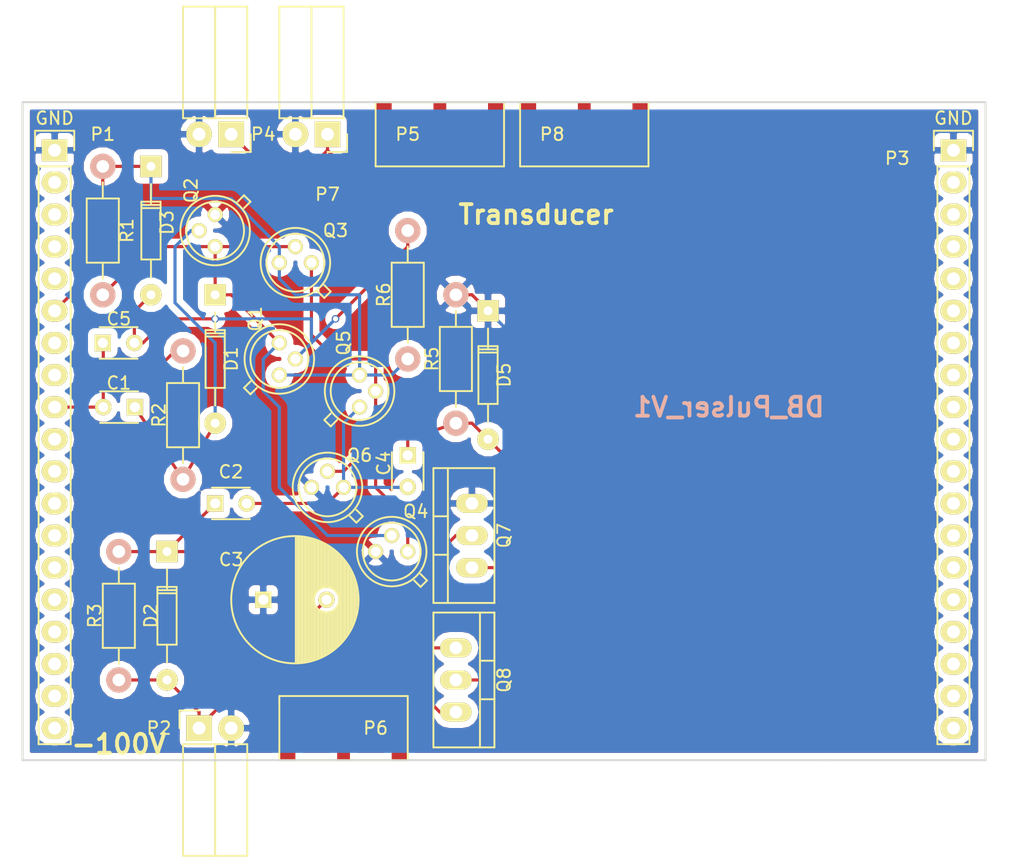
<source format=kicad_pcb>
(kicad_pcb (version 4) (host pcbnew 4.0.3+e1-6302~38~ubuntu16.04.1-stable)

  (general
    (links 59)
    (no_connects 1)
    (area 37.511667 69.184999 118.698334 137.825001)
    (thickness 1.6)
    (drawings 8)
    (tracks 142)
    (zones 0)
    (modules 30)
    (nets 47)
  )

  (page A4)
  (layers
    (0 F.Cu signal)
    (31 B.Cu signal)
    (32 B.Adhes user)
    (33 F.Adhes user)
    (34 B.Paste user)
    (35 F.Paste user)
    (36 B.SilkS user)
    (37 F.SilkS user)
    (38 B.Mask user)
    (39 F.Mask user)
    (40 Dwgs.User user)
    (41 Cmts.User user)
    (42 Eco1.User user)
    (43 Eco2.User user)
    (44 Edge.Cuts user)
    (45 Margin user)
    (46 B.CrtYd user)
    (47 F.CrtYd user)
    (48 B.Fab user)
    (49 F.Fab user)
  )

  (setup
    (last_trace_width 0.25)
    (trace_clearance 0.2)
    (zone_clearance 0.508)
    (zone_45_only no)
    (trace_min 0.2)
    (segment_width 0.2)
    (edge_width 0.15)
    (via_size 0.6)
    (via_drill 0.4)
    (via_min_size 0.4)
    (via_min_drill 0.3)
    (uvia_size 0.3)
    (uvia_drill 0.1)
    (uvias_allowed no)
    (uvia_min_size 0.2)
    (uvia_min_drill 0.1)
    (pcb_text_width 0.3)
    (pcb_text_size 1.5 1.5)
    (mod_edge_width 0.15)
    (mod_text_size 1 1)
    (mod_text_width 0.15)
    (pad_size 1.524 1.524)
    (pad_drill 0.762)
    (pad_to_mask_clearance 0.2)
    (aux_axis_origin 0 0)
    (visible_elements 7FFFFFFF)
    (pcbplotparams
      (layerselection 0x000f0_80000001)
      (usegerberextensions false)
      (excludeedgelayer true)
      (linewidth 0.100000)
      (plotframeref false)
      (viasonmask false)
      (mode 1)
      (useauxorigin false)
      (hpglpennumber 1)
      (hpglpenspeed 20)
      (hpglpendiameter 15)
      (hpglpenoverlay 2)
      (psnegative false)
      (psa4output false)
      (plotreference true)
      (plotvalue true)
      (plotinvisibletext false)
      (padsonsilk false)
      (subtractmaskfromsilk false)
      (outputformat 1)
      (mirror false)
      (drillshape 0)
      (scaleselection 1)
      (outputdirectory gerber/))
  )

  (net 0 "")
  (net 1 "Net-(C1-Pad1)")
  (net 2 "Net-(C1-Pad2)")
  (net 3 "Net-(C2-Pad1)")
  (net 4 "Net-(C2-Pad2)")
  (net 5 GND)
  (net 6 "Net-(C3-Pad2)")
  (net 7 "Net-(C4-Pad1)")
  (net 8 "Net-(C5-Pad2)")
  (net 9 "Net-(D1-Pad1)")
  (net 10 "Net-(D3-Pad1)")
  (net 11 "Net-(P1-Pad2)")
  (net 12 "Net-(P1-Pad3)")
  (net 13 "Net-(P1-Pad4)")
  (net 14 "Net-(P1-Pad5)")
  (net 15 "Net-(P1-Pad7)")
  (net 16 "Net-(P1-Pad8)")
  (net 17 "Net-(P1-Pad10)")
  (net 18 "Net-(P1-Pad11)")
  (net 19 "Net-(P1-Pad12)")
  (net 20 "Net-(P1-Pad13)")
  (net 21 "Net-(P1-Pad14)")
  (net 22 "Net-(P1-Pad15)")
  (net 23 "Net-(P1-Pad16)")
  (net 24 "Net-(P1-Pad17)")
  (net 25 "Net-(P1-Pad18)")
  (net 26 "Net-(P1-Pad19)")
  (net 27 "Net-(P3-Pad2)")
  (net 28 "Net-(P3-Pad3)")
  (net 29 "Net-(P3-Pad4)")
  (net 30 "Net-(P3-Pad5)")
  (net 31 "Net-(P3-Pad6)")
  (net 32 "Net-(P3-Pad7)")
  (net 33 "Net-(P3-Pad8)")
  (net 34 "Net-(P3-Pad9)")
  (net 35 "Net-(P3-Pad10)")
  (net 36 "Net-(P3-Pad11)")
  (net 37 "Net-(P3-Pad12)")
  (net 38 "Net-(P3-Pad13)")
  (net 39 "Net-(P3-Pad14)")
  (net 40 "Net-(P3-Pad15)")
  (net 41 "Net-(P3-Pad16)")
  (net 42 "Net-(P3-Pad17)")
  (net 43 "Net-(P3-Pad18)")
  (net 44 "Net-(P3-Pad19)")
  (net 45 "Net-(P4-Pad1)")
  (net 46 "Net-(Q3-Pad1)")

  (net_class Default "This is the default net class."
    (clearance 0.2)
    (trace_width 0.25)
    (via_dia 0.6)
    (via_drill 0.4)
    (uvia_dia 0.3)
    (uvia_drill 0.1)
    (add_net GND)
    (add_net "Net-(C1-Pad1)")
    (add_net "Net-(C1-Pad2)")
    (add_net "Net-(C2-Pad1)")
    (add_net "Net-(C2-Pad2)")
    (add_net "Net-(C3-Pad2)")
    (add_net "Net-(C4-Pad1)")
    (add_net "Net-(C5-Pad2)")
    (add_net "Net-(D1-Pad1)")
    (add_net "Net-(D3-Pad1)")
    (add_net "Net-(P1-Pad10)")
    (add_net "Net-(P1-Pad11)")
    (add_net "Net-(P1-Pad12)")
    (add_net "Net-(P1-Pad13)")
    (add_net "Net-(P1-Pad14)")
    (add_net "Net-(P1-Pad15)")
    (add_net "Net-(P1-Pad16)")
    (add_net "Net-(P1-Pad17)")
    (add_net "Net-(P1-Pad18)")
    (add_net "Net-(P1-Pad19)")
    (add_net "Net-(P1-Pad2)")
    (add_net "Net-(P1-Pad3)")
    (add_net "Net-(P1-Pad4)")
    (add_net "Net-(P1-Pad5)")
    (add_net "Net-(P1-Pad7)")
    (add_net "Net-(P1-Pad8)")
    (add_net "Net-(P3-Pad10)")
    (add_net "Net-(P3-Pad11)")
    (add_net "Net-(P3-Pad12)")
    (add_net "Net-(P3-Pad13)")
    (add_net "Net-(P3-Pad14)")
    (add_net "Net-(P3-Pad15)")
    (add_net "Net-(P3-Pad16)")
    (add_net "Net-(P3-Pad17)")
    (add_net "Net-(P3-Pad18)")
    (add_net "Net-(P3-Pad19)")
    (add_net "Net-(P3-Pad2)")
    (add_net "Net-(P3-Pad3)")
    (add_net "Net-(P3-Pad4)")
    (add_net "Net-(P3-Pad5)")
    (add_net "Net-(P3-Pad6)")
    (add_net "Net-(P3-Pad7)")
    (add_net "Net-(P3-Pad8)")
    (add_net "Net-(P3-Pad9)")
    (add_net "Net-(P4-Pad1)")
    (add_net "Net-(Q3-Pad1)")
  )

  (module Capacitors_ThroughHole:C_Disc_D3_P2.5 placed (layer F.Cu) (tedit 57B5C8A0) (tstamp 57B32B76)
    (at 48.26 101.6 180)
    (descr "Capacitor 3mm Disc, Pitch 2.5mm")
    (tags Capacitor)
    (path /5762AFD3)
    (fp_text reference C1 (at 1.27 1.905 180) (layer F.SilkS)
      (effects (font (size 1 1) (thickness 0.15)))
    )
    (fp_text value 100p (at 1.25 2.5 180) (layer F.Fab)
      (effects (font (size 1 1) (thickness 0.15)))
    )
    (fp_line (start -0.9 -1.5) (end 3.4 -1.5) (layer F.CrtYd) (width 0.05))
    (fp_line (start 3.4 -1.5) (end 3.4 1.5) (layer F.CrtYd) (width 0.05))
    (fp_line (start 3.4 1.5) (end -0.9 1.5) (layer F.CrtYd) (width 0.05))
    (fp_line (start -0.9 1.5) (end -0.9 -1.5) (layer F.CrtYd) (width 0.05))
    (fp_line (start -0.25 -1.25) (end 2.75 -1.25) (layer F.SilkS) (width 0.15))
    (fp_line (start 2.75 1.25) (end -0.25 1.25) (layer F.SilkS) (width 0.15))
    (pad 1 thru_hole rect (at 0 0 180) (size 1.3 1.3) (drill 0.8) (layers *.Cu *.Mask F.SilkS)
      (net 1 "Net-(C1-Pad1)"))
    (pad 2 thru_hole circle (at 2.5 0 180) (size 1.3 1.3) (drill 0.8001) (layers *.Cu *.Mask F.SilkS)
      (net 2 "Net-(C1-Pad2)"))
    (model Capacitors_ThroughHole.3dshapes/C_Disc_D3_P2.5.wrl
      (at (xyz 0.0492126 0 0))
      (scale (xyz 1 1 1))
      (rotate (xyz 0 0 0))
    )
  )

  (module Capacitors_ThroughHole:C_Disc_D3_P2.5 placed (layer F.Cu) (tedit 0) (tstamp 57B32B7C)
    (at 54.61 109.22)
    (descr "Capacitor 3mm Disc, Pitch 2.5mm")
    (tags Capacitor)
    (path /5767D1D8)
    (fp_text reference C2 (at 1.25 -2.5) (layer F.SilkS)
      (effects (font (size 1 1) (thickness 0.15)))
    )
    (fp_text value 100n (at 1.25 2.5) (layer F.Fab)
      (effects (font (size 1 1) (thickness 0.15)))
    )
    (fp_line (start -0.9 -1.5) (end 3.4 -1.5) (layer F.CrtYd) (width 0.05))
    (fp_line (start 3.4 -1.5) (end 3.4 1.5) (layer F.CrtYd) (width 0.05))
    (fp_line (start 3.4 1.5) (end -0.9 1.5) (layer F.CrtYd) (width 0.05))
    (fp_line (start -0.9 1.5) (end -0.9 -1.5) (layer F.CrtYd) (width 0.05))
    (fp_line (start -0.25 -1.25) (end 2.75 -1.25) (layer F.SilkS) (width 0.15))
    (fp_line (start 2.75 1.25) (end -0.25 1.25) (layer F.SilkS) (width 0.15))
    (pad 1 thru_hole rect (at 0 0) (size 1.3 1.3) (drill 0.8) (layers *.Cu *.Mask F.SilkS)
      (net 3 "Net-(C2-Pad1)"))
    (pad 2 thru_hole circle (at 2.5 0) (size 1.3 1.3) (drill 0.8001) (layers *.Cu *.Mask F.SilkS)
      (net 4 "Net-(C2-Pad2)"))
    (model Capacitors_ThroughHole.3dshapes/C_Disc_D3_P2.5.wrl
      (at (xyz 0.0492126 0 0))
      (scale (xyz 1 1 1))
      (rotate (xyz 0 0 0))
    )
  )

  (module Capacitors_ThroughHole:C_Radial_D10_L13_P5 placed (layer F.Cu) (tedit 57B5C947) (tstamp 57B32B82)
    (at 58.42 116.84)
    (descr "Radial Electrolytic Capacitor Diameter 10mm x Length 13mm, Pitch 5mm")
    (tags "Electrolytic Capacitor")
    (path /57B32D09)
    (fp_text reference C3 (at -2.54 -3.175) (layer F.SilkS)
      (effects (font (size 1 1) (thickness 0.15)))
    )
    (fp_text value 33u (at 2.5 6.3) (layer F.Fab)
      (effects (font (size 1 1) (thickness 0.15)))
    )
    (fp_line (start 2.575 -4.999) (end 2.575 4.999) (layer F.SilkS) (width 0.15))
    (fp_line (start 2.715 -4.995) (end 2.715 4.995) (layer F.SilkS) (width 0.15))
    (fp_line (start 2.855 -4.987) (end 2.855 4.987) (layer F.SilkS) (width 0.15))
    (fp_line (start 2.995 -4.975) (end 2.995 4.975) (layer F.SilkS) (width 0.15))
    (fp_line (start 3.135 -4.96) (end 3.135 4.96) (layer F.SilkS) (width 0.15))
    (fp_line (start 3.275 -4.94) (end 3.275 4.94) (layer F.SilkS) (width 0.15))
    (fp_line (start 3.415 -4.916) (end 3.415 4.916) (layer F.SilkS) (width 0.15))
    (fp_line (start 3.555 -4.887) (end 3.555 4.887) (layer F.SilkS) (width 0.15))
    (fp_line (start 3.695 -4.855) (end 3.695 4.855) (layer F.SilkS) (width 0.15))
    (fp_line (start 3.835 -4.818) (end 3.835 4.818) (layer F.SilkS) (width 0.15))
    (fp_line (start 3.975 -4.777) (end 3.975 4.777) (layer F.SilkS) (width 0.15))
    (fp_line (start 4.115 -4.732) (end 4.115 -0.466) (layer F.SilkS) (width 0.15))
    (fp_line (start 4.115 0.466) (end 4.115 4.732) (layer F.SilkS) (width 0.15))
    (fp_line (start 4.255 -4.682) (end 4.255 -0.667) (layer F.SilkS) (width 0.15))
    (fp_line (start 4.255 0.667) (end 4.255 4.682) (layer F.SilkS) (width 0.15))
    (fp_line (start 4.395 -4.627) (end 4.395 -0.796) (layer F.SilkS) (width 0.15))
    (fp_line (start 4.395 0.796) (end 4.395 4.627) (layer F.SilkS) (width 0.15))
    (fp_line (start 4.535 -4.567) (end 4.535 -0.885) (layer F.SilkS) (width 0.15))
    (fp_line (start 4.535 0.885) (end 4.535 4.567) (layer F.SilkS) (width 0.15))
    (fp_line (start 4.675 -4.502) (end 4.675 -0.946) (layer F.SilkS) (width 0.15))
    (fp_line (start 4.675 0.946) (end 4.675 4.502) (layer F.SilkS) (width 0.15))
    (fp_line (start 4.815 -4.432) (end 4.815 -0.983) (layer F.SilkS) (width 0.15))
    (fp_line (start 4.815 0.983) (end 4.815 4.432) (layer F.SilkS) (width 0.15))
    (fp_line (start 4.955 -4.356) (end 4.955 -0.999) (layer F.SilkS) (width 0.15))
    (fp_line (start 4.955 0.999) (end 4.955 4.356) (layer F.SilkS) (width 0.15))
    (fp_line (start 5.095 -4.274) (end 5.095 -0.995) (layer F.SilkS) (width 0.15))
    (fp_line (start 5.095 0.995) (end 5.095 4.274) (layer F.SilkS) (width 0.15))
    (fp_line (start 5.235 -4.186) (end 5.235 -0.972) (layer F.SilkS) (width 0.15))
    (fp_line (start 5.235 0.972) (end 5.235 4.186) (layer F.SilkS) (width 0.15))
    (fp_line (start 5.375 -4.091) (end 5.375 -0.927) (layer F.SilkS) (width 0.15))
    (fp_line (start 5.375 0.927) (end 5.375 4.091) (layer F.SilkS) (width 0.15))
    (fp_line (start 5.515 -3.989) (end 5.515 -0.857) (layer F.SilkS) (width 0.15))
    (fp_line (start 5.515 0.857) (end 5.515 3.989) (layer F.SilkS) (width 0.15))
    (fp_line (start 5.655 -3.879) (end 5.655 -0.756) (layer F.SilkS) (width 0.15))
    (fp_line (start 5.655 0.756) (end 5.655 3.879) (layer F.SilkS) (width 0.15))
    (fp_line (start 5.795 -3.761) (end 5.795 -0.607) (layer F.SilkS) (width 0.15))
    (fp_line (start 5.795 0.607) (end 5.795 3.761) (layer F.SilkS) (width 0.15))
    (fp_line (start 5.935 -3.633) (end 5.935 -0.355) (layer F.SilkS) (width 0.15))
    (fp_line (start 5.935 0.355) (end 5.935 3.633) (layer F.SilkS) (width 0.15))
    (fp_line (start 6.075 -3.496) (end 6.075 3.496) (layer F.SilkS) (width 0.15))
    (fp_line (start 6.215 -3.346) (end 6.215 3.346) (layer F.SilkS) (width 0.15))
    (fp_line (start 6.355 -3.184) (end 6.355 3.184) (layer F.SilkS) (width 0.15))
    (fp_line (start 6.495 -3.007) (end 6.495 3.007) (layer F.SilkS) (width 0.15))
    (fp_line (start 6.635 -2.811) (end 6.635 2.811) (layer F.SilkS) (width 0.15))
    (fp_line (start 6.775 -2.593) (end 6.775 2.593) (layer F.SilkS) (width 0.15))
    (fp_line (start 6.915 -2.347) (end 6.915 2.347) (layer F.SilkS) (width 0.15))
    (fp_line (start 7.055 -2.062) (end 7.055 2.062) (layer F.SilkS) (width 0.15))
    (fp_line (start 7.195 -1.72) (end 7.195 1.72) (layer F.SilkS) (width 0.15))
    (fp_line (start 7.335 -1.274) (end 7.335 1.274) (layer F.SilkS) (width 0.15))
    (fp_line (start 7.475 -0.499) (end 7.475 0.499) (layer F.SilkS) (width 0.15))
    (fp_circle (center 5 0) (end 5 -1) (layer F.SilkS) (width 0.15))
    (fp_circle (center 2.5 0) (end 2.5 -5.0375) (layer F.SilkS) (width 0.15))
    (fp_circle (center 2.5 0) (end 2.5 -5.3) (layer F.CrtYd) (width 0.05))
    (pad 1 thru_hole rect (at 0 0) (size 1.3 1.3) (drill 0.8) (layers *.Cu *.Mask F.SilkS)
      (net 5 GND))
    (pad 2 thru_hole circle (at 5 0) (size 1.3 1.3) (drill 0.8) (layers *.Cu *.Mask F.SilkS)
      (net 6 "Net-(C3-Pad2)"))
    (model Capacitors_ThroughHole.3dshapes/C_Radial_D10_L13_P5.wrl
      (at (xyz 0.0984252 0 0))
      (scale (xyz 1 1 1))
      (rotate (xyz 0 0 90))
    )
  )

  (module Capacitors_ThroughHole:C_Disc_D3_P2.5 placed (layer F.Cu) (tedit 57B5C905) (tstamp 57B32B88)
    (at 69.85 105.41 270)
    (descr "Capacitor 3mm Disc, Pitch 2.5mm")
    (tags Capacitor)
    (path /5767D253)
    (fp_text reference C4 (at 0.635 1.905 270) (layer F.SilkS)
      (effects (font (size 1 1) (thickness 0.15)))
    )
    (fp_text value 100n (at 1.25 2.5 270) (layer F.Fab)
      (effects (font (size 1 1) (thickness 0.15)))
    )
    (fp_line (start -0.9 -1.5) (end 3.4 -1.5) (layer F.CrtYd) (width 0.05))
    (fp_line (start 3.4 -1.5) (end 3.4 1.5) (layer F.CrtYd) (width 0.05))
    (fp_line (start 3.4 1.5) (end -0.9 1.5) (layer F.CrtYd) (width 0.05))
    (fp_line (start -0.9 1.5) (end -0.9 -1.5) (layer F.CrtYd) (width 0.05))
    (fp_line (start -0.25 -1.25) (end 2.75 -1.25) (layer F.SilkS) (width 0.15))
    (fp_line (start 2.75 1.25) (end -0.25 1.25) (layer F.SilkS) (width 0.15))
    (pad 1 thru_hole rect (at 0 0 270) (size 1.3 1.3) (drill 0.8) (layers *.Cu *.Mask F.SilkS)
      (net 7 "Net-(C4-Pad1)"))
    (pad 2 thru_hole circle (at 2.5 0 270) (size 1.3 1.3) (drill 0.8001) (layers *.Cu *.Mask F.SilkS)
      (net 4 "Net-(C2-Pad2)"))
    (model Capacitors_ThroughHole.3dshapes/C_Disc_D3_P2.5.wrl
      (at (xyz 0.0492126 0 0))
      (scale (xyz 1 1 1))
      (rotate (xyz 0 0 0))
    )
  )

  (module Capacitors_ThroughHole:C_Disc_D3_P2.5 placed (layer F.Cu) (tedit 57B5C89B) (tstamp 57B32B8E)
    (at 45.72 96.52)
    (descr "Capacitor 3mm Disc, Pitch 2.5mm")
    (tags Capacitor)
    (path /5762B0B6)
    (fp_text reference C5 (at 1.27 -1.905) (layer F.SilkS)
      (effects (font (size 1 1) (thickness 0.15)))
    )
    (fp_text value 220p (at 1.25 2.5) (layer F.Fab)
      (effects (font (size 1 1) (thickness 0.15)))
    )
    (fp_line (start -0.9 -1.5) (end 3.4 -1.5) (layer F.CrtYd) (width 0.05))
    (fp_line (start 3.4 -1.5) (end 3.4 1.5) (layer F.CrtYd) (width 0.05))
    (fp_line (start 3.4 1.5) (end -0.9 1.5) (layer F.CrtYd) (width 0.05))
    (fp_line (start -0.9 1.5) (end -0.9 -1.5) (layer F.CrtYd) (width 0.05))
    (fp_line (start -0.25 -1.25) (end 2.75 -1.25) (layer F.SilkS) (width 0.15))
    (fp_line (start 2.75 1.25) (end -0.25 1.25) (layer F.SilkS) (width 0.15))
    (pad 1 thru_hole rect (at 0 0) (size 1.3 1.3) (drill 0.8) (layers *.Cu *.Mask F.SilkS)
      (net 2 "Net-(C1-Pad2)"))
    (pad 2 thru_hole circle (at 2.5 0) (size 1.3 1.3) (drill 0.8001) (layers *.Cu *.Mask F.SilkS)
      (net 8 "Net-(C5-Pad2)"))
    (model Capacitors_ThroughHole.3dshapes/C_Disc_D3_P2.5.wrl
      (at (xyz 0.0492126 0 0))
      (scale (xyz 1 1 1))
      (rotate (xyz 0 0 0))
    )
  )

  (module Diodes_ThroughHole:Diode_DO-35_SOD27_Horizontal_RM10 placed (layer F.Cu) (tedit 57B5C8C2) (tstamp 57B32B94)
    (at 54.61 92.71 270)
    (descr "Diode, DO-35,  SOD27, Horizontal, RM 10mm")
    (tags "Diode, DO-35, SOD27, Horizontal, RM 10mm, 1N4148,")
    (path /5762B16F)
    (fp_text reference D1 (at 5.08 -1.27 270) (layer F.SilkS)
      (effects (font (size 1 1) (thickness 0.15)))
    )
    (fp_text value "BAT48 0.6V" (at 4.41452 -3.55854 270) (layer F.Fab)
      (effects (font (size 1 1) (thickness 0.15)))
    )
    (fp_line (start 7.36652 -0.00254) (end 8.76352 -0.00254) (layer F.SilkS) (width 0.15))
    (fp_line (start 2.92152 -0.00254) (end 1.39752 -0.00254) (layer F.SilkS) (width 0.15))
    (fp_line (start 3.30252 -0.76454) (end 3.30252 0.75946) (layer F.SilkS) (width 0.15))
    (fp_line (start 3.04852 -0.76454) (end 3.04852 0.75946) (layer F.SilkS) (width 0.15))
    (fp_line (start 2.79452 -0.00254) (end 2.79452 0.75946) (layer F.SilkS) (width 0.15))
    (fp_line (start 2.79452 0.75946) (end 7.36652 0.75946) (layer F.SilkS) (width 0.15))
    (fp_line (start 7.36652 0.75946) (end 7.36652 -0.76454) (layer F.SilkS) (width 0.15))
    (fp_line (start 7.36652 -0.76454) (end 2.79452 -0.76454) (layer F.SilkS) (width 0.15))
    (fp_line (start 2.79452 -0.76454) (end 2.79452 -0.00254) (layer F.SilkS) (width 0.15))
    (pad 2 thru_hole circle (at 10.16052 -0.00254 90) (size 1.69926 1.69926) (drill 0.70104) (layers *.Cu *.Mask F.SilkS)
      (net 1 "Net-(C1-Pad1)"))
    (pad 1 thru_hole rect (at 0.00052 -0.00254 90) (size 1.69926 1.69926) (drill 0.70104) (layers *.Cu *.Mask F.SilkS)
      (net 9 "Net-(D1-Pad1)"))
    (model Diodes_ThroughHole.3dshapes/Diode_DO-35_SOD27_Horizontal_RM10.wrl
      (at (xyz 0.2 0 0))
      (scale (xyz 0.4 0.4 0.4))
      (rotate (xyz 0 0 180))
    )
  )

  (module Diodes_ThroughHole:Diode_DO-35_SOD27_Horizontal_RM10 placed (layer F.Cu) (tedit 57B5C86A) (tstamp 57B32BA3)
    (at 49.53 82.55 270)
    (descr "Diode, DO-35,  SOD27, Horizontal, RM 10mm")
    (tags "Diode, DO-35, SOD27, Horizontal, RM 10mm, 1N4148,")
    (path /5762B35A)
    (fp_text reference D3 (at 4.445 -1.27 270) (layer F.SilkS)
      (effects (font (size 1 1) (thickness 0.15)))
    )
    (fp_text value D1N4148 (at 4.41452 -3.55854 270) (layer F.Fab)
      (effects (font (size 1 1) (thickness 0.15)))
    )
    (fp_line (start 7.36652 -0.00254) (end 8.76352 -0.00254) (layer F.SilkS) (width 0.15))
    (fp_line (start 2.92152 -0.00254) (end 1.39752 -0.00254) (layer F.SilkS) (width 0.15))
    (fp_line (start 3.30252 -0.76454) (end 3.30252 0.75946) (layer F.SilkS) (width 0.15))
    (fp_line (start 3.04852 -0.76454) (end 3.04852 0.75946) (layer F.SilkS) (width 0.15))
    (fp_line (start 2.79452 -0.00254) (end 2.79452 0.75946) (layer F.SilkS) (width 0.15))
    (fp_line (start 2.79452 0.75946) (end 7.36652 0.75946) (layer F.SilkS) (width 0.15))
    (fp_line (start 7.36652 0.75946) (end 7.36652 -0.76454) (layer F.SilkS) (width 0.15))
    (fp_line (start 7.36652 -0.76454) (end 2.79452 -0.76454) (layer F.SilkS) (width 0.15))
    (fp_line (start 2.79452 -0.76454) (end 2.79452 -0.00254) (layer F.SilkS) (width 0.15))
    (pad 2 thru_hole circle (at 10.16052 -0.00254 90) (size 1.69926 1.69926) (drill 0.70104) (layers *.Cu *.Mask F.SilkS)
      (net 8 "Net-(C5-Pad2)"))
    (pad 1 thru_hole rect (at 0.00052 -0.00254 90) (size 1.69926 1.69926) (drill 0.70104) (layers *.Cu *.Mask F.SilkS)
      (net 10 "Net-(D3-Pad1)"))
    (model Diodes_ThroughHole.3dshapes/Diode_DO-35_SOD27_Horizontal_RM10.wrl
      (at (xyz 0.2 0 0))
      (scale (xyz 0.4 0.4 0.4))
      (rotate (xyz 0 0 180))
    )
  )

  (module Socket_Strips:Socket_Strip_Angled_1x02 placed (layer F.Cu) (tedit 57B5C953) (tstamp 57B32BC9)
    (at 53.34 127)
    (descr "Through hole socket strip")
    (tags "socket strip")
    (path /57A8ABE5)
    (fp_text reference P2 (at -3.175 0) (layer F.SilkS)
      (effects (font (size 1 1) (thickness 0.15)))
    )
    (fp_text value CONN_01X02 (at 0 -2.75) (layer F.Fab)
      (effects (font (size 1 1) (thickness 0.15)))
    )
    (fp_line (start -1.75 -1.5) (end -1.75 10.6) (layer F.CrtYd) (width 0.05))
    (fp_line (start 4.3 -1.5) (end 4.3 10.6) (layer F.CrtYd) (width 0.05))
    (fp_line (start -1.75 -1.5) (end 4.3 -1.5) (layer F.CrtYd) (width 0.05))
    (fp_line (start -1.75 10.6) (end 4.3 10.6) (layer F.CrtYd) (width 0.05))
    (fp_line (start 3.81 10.1) (end 3.81 1.27) (layer F.SilkS) (width 0.15))
    (fp_line (start 1.27 10.1) (end 3.81 10.1) (layer F.SilkS) (width 0.15))
    (fp_line (start 1.27 1.27) (end 1.27 10.1) (layer F.SilkS) (width 0.15))
    (fp_line (start 1.27 1.27) (end 3.81 1.27) (layer F.SilkS) (width 0.15))
    (fp_line (start -1.27 1.27) (end 1.27 1.27) (layer F.SilkS) (width 0.15))
    (fp_line (start 0 -1.4) (end -1.55 -1.4) (layer F.SilkS) (width 0.15))
    (fp_line (start -1.55 -1.4) (end -1.55 0) (layer F.SilkS) (width 0.15))
    (fp_line (start -1.27 1.27) (end -1.27 10.1) (layer F.SilkS) (width 0.15))
    (fp_line (start -1.27 10.1) (end 1.27 10.1) (layer F.SilkS) (width 0.15))
    (fp_line (start 1.27 10.1) (end 1.27 1.27) (layer F.SilkS) (width 0.15))
    (pad 1 thru_hole rect (at 0 0) (size 2.032 2.032) (drill 1.016) (layers *.Cu *.Mask F.SilkS)
      (net 6 "Net-(C3-Pad2)"))
    (pad 2 thru_hole oval (at 2.54 0) (size 2.032 2.032) (drill 1.016) (layers *.Cu *.Mask F.SilkS)
      (net 5 GND))
    (model Socket_Strips.3dshapes/Socket_Strip_Angled_1x02.wrl
      (at (xyz 0.05 0 0))
      (scale (xyz 1 1 1))
      (rotate (xyz 0 0 180))
    )
  )

  (module Socket_Strips:Socket_Strip_Angled_1x02 placed (layer F.Cu) (tedit 57B5C889) (tstamp 57B32BE6)
    (at 55.88 80.01 180)
    (descr "Through hole socket strip")
    (tags "socket strip")
    (path /57B327AA)
    (fp_text reference P4 (at -2.54 0 180) (layer F.SilkS)
      (effects (font (size 1 1) (thickness 0.15)))
    )
    (fp_text value CONN_01X02 (at 0 -2.75 180) (layer F.Fab)
      (effects (font (size 1 1) (thickness 0.15)))
    )
    (fp_line (start -1.75 -1.5) (end -1.75 10.6) (layer F.CrtYd) (width 0.05))
    (fp_line (start 4.3 -1.5) (end 4.3 10.6) (layer F.CrtYd) (width 0.05))
    (fp_line (start -1.75 -1.5) (end 4.3 -1.5) (layer F.CrtYd) (width 0.05))
    (fp_line (start -1.75 10.6) (end 4.3 10.6) (layer F.CrtYd) (width 0.05))
    (fp_line (start 3.81 10.1) (end 3.81 1.27) (layer F.SilkS) (width 0.15))
    (fp_line (start 1.27 10.1) (end 3.81 10.1) (layer F.SilkS) (width 0.15))
    (fp_line (start 1.27 1.27) (end 1.27 10.1) (layer F.SilkS) (width 0.15))
    (fp_line (start 1.27 1.27) (end 3.81 1.27) (layer F.SilkS) (width 0.15))
    (fp_line (start -1.27 1.27) (end 1.27 1.27) (layer F.SilkS) (width 0.15))
    (fp_line (start 0 -1.4) (end -1.55 -1.4) (layer F.SilkS) (width 0.15))
    (fp_line (start -1.55 -1.4) (end -1.55 0) (layer F.SilkS) (width 0.15))
    (fp_line (start -1.27 1.27) (end -1.27 10.1) (layer F.SilkS) (width 0.15))
    (fp_line (start -1.27 10.1) (end 1.27 10.1) (layer F.SilkS) (width 0.15))
    (fp_line (start 1.27 10.1) (end 1.27 1.27) (layer F.SilkS) (width 0.15))
    (pad 1 thru_hole rect (at 0 0 180) (size 2.032 2.032) (drill 1.016) (layers *.Cu *.Mask F.SilkS)
      (net 45 "Net-(P4-Pad1)"))
    (pad 2 thru_hole oval (at 2.54 0 180) (size 2.032 2.032) (drill 1.016) (layers *.Cu *.Mask F.SilkS)
      (net 5 GND))
    (model Socket_Strips.3dshapes/Socket_Strip_Angled_1x02.wrl
      (at (xyz 0.05 0 0))
      (scale (xyz 1 1 1))
      (rotate (xyz 0 0 180))
    )
  )

  (module TO_SOT_Packages_THT:TO-18_3Pin placed (layer F.Cu) (tedit 57B5C8DC) (tstamp 57B32BF6)
    (at 59.69 97.79 270)
    (descr "TO-18, 3Pin,")
    (tags "TO-18, 3Pin,")
    (path /57B5BFA9)
    (fp_text reference Q1 (at -3.175 1.905 270) (layer F.SilkS)
      (effects (font (size 1 1) (thickness 0.15)))
    )
    (fp_text value 2N2907 (at 0 4.826 270) (layer F.Fab)
      (effects (font (size 1 1) (thickness 0.15)))
    )
    (fp_line (start 2.794 2.286) (end 2.286 1.778) (layer F.SilkS) (width 0.15))
    (fp_line (start 1.778 2.286) (end 2.286 2.794) (layer F.SilkS) (width 0.15))
    (fp_line (start 2.286 2.794) (end 2.794 2.286) (layer F.SilkS) (width 0.15))
    (fp_circle (center 0 0) (end 2.286 0) (layer F.SilkS) (width 0.15))
    (fp_circle (center 0 0) (end 2.75 0) (layer F.SilkS) (width 0.15))
    (pad 1 thru_hole circle (at 1.27 0 270) (size 1.2 1.2) (drill 0.8) (layers *.Cu *.Mask F.SilkS)
      (net 10 "Net-(D3-Pad1)"))
    (pad 2 thru_hole circle (at 0 -1.27 270) (size 1.2 1.2) (drill 0.8) (layers *.Cu *.Mask F.SilkS)
      (net 8 "Net-(C5-Pad2)"))
    (pad 3 thru_hole circle (at -1.27 0 270) (size 1.2 1.2) (drill 0.8) (layers *.Cu *.Mask F.SilkS)
      (net 9 "Net-(D1-Pad1)"))
    (model TO_SOT_Packages_THT.3dshapes/TO-18_3Pin.wrl
      (at (xyz 0 0 0))
      (scale (xyz 0.3937 0.3937 0.3937))
      (rotate (xyz 0 0 0))
    )
  )

  (module TO_SOT_Packages_THT:TO-18_3Pin placed (layer F.Cu) (tedit 57B5C871) (tstamp 57B32BFD)
    (at 54.61 87.63 90)
    (descr "TO-18, 3Pin,")
    (tags "TO-18, 3Pin,")
    (path /57B5C134)
    (fp_text reference Q2 (at 3.175 -1.905 90) (layer F.SilkS)
      (effects (font (size 1 1) (thickness 0.15)))
    )
    (fp_text value 2N2222 (at 0 4.826 90) (layer F.Fab)
      (effects (font (size 1 1) (thickness 0.15)))
    )
    (fp_line (start 2.794 2.286) (end 2.286 1.778) (layer F.SilkS) (width 0.15))
    (fp_line (start 1.778 2.286) (end 2.286 2.794) (layer F.SilkS) (width 0.15))
    (fp_line (start 2.286 2.794) (end 2.794 2.286) (layer F.SilkS) (width 0.15))
    (fp_circle (center 0 0) (end 2.286 0) (layer F.SilkS) (width 0.15))
    (fp_circle (center 0 0) (end 2.75 0) (layer F.SilkS) (width 0.15))
    (pad 1 thru_hole circle (at 1.27 0 90) (size 1.2 1.2) (drill 0.8) (layers *.Cu *.Mask F.SilkS)
      (net 5 GND))
    (pad 2 thru_hole circle (at 0 -1.27 90) (size 1.2 1.2) (drill 0.8) (layers *.Cu *.Mask F.SilkS)
      (net 1 "Net-(C1-Pad1)"))
    (pad 3 thru_hole circle (at -1.27 0 90) (size 1.2 1.2) (drill 0.8) (layers *.Cu *.Mask F.SilkS)
      (net 9 "Net-(D1-Pad1)"))
    (model TO_SOT_Packages_THT.3dshapes/TO-18_3Pin.wrl
      (at (xyz 0 0 0))
      (scale (xyz 0.3937 0.3937 0.3937))
      (rotate (xyz 0 0 0))
    )
  )

  (module TO_SOT_Packages_THT:TO-18_3Pin placed (layer F.Cu) (tedit 57B5C880) (tstamp 57B32C04)
    (at 60.96 90.17)
    (descr "TO-18, 3Pin,")
    (tags "TO-18, 3Pin,")
    (path /57B5C1BC)
    (fp_text reference Q3 (at 3.175 -2.54) (layer F.SilkS)
      (effects (font (size 1 1) (thickness 0.15)))
    )
    (fp_text value 2N2222 (at 0 4.826) (layer F.Fab)
      (effects (font (size 1 1) (thickness 0.15)))
    )
    (fp_line (start 2.794 2.286) (end 2.286 1.778) (layer F.SilkS) (width 0.15))
    (fp_line (start 1.778 2.286) (end 2.286 2.794) (layer F.SilkS) (width 0.15))
    (fp_line (start 2.286 2.794) (end 2.794 2.286) (layer F.SilkS) (width 0.15))
    (fp_circle (center 0 0) (end 2.286 0) (layer F.SilkS) (width 0.15))
    (fp_circle (center 0 0) (end 2.75 0) (layer F.SilkS) (width 0.15))
    (pad 1 thru_hole circle (at 1.27 0) (size 1.2 1.2) (drill 0.8) (layers *.Cu *.Mask F.SilkS)
      (net 46 "Net-(Q3-Pad1)"))
    (pad 2 thru_hole circle (at 0 -1.27) (size 1.2 1.2) (drill 0.8) (layers *.Cu *.Mask F.SilkS)
      (net 9 "Net-(D1-Pad1)"))
    (pad 3 thru_hole circle (at -1.27 0) (size 1.2 1.2) (drill 0.8) (layers *.Cu *.Mask F.SilkS)
      (net 10 "Net-(D3-Pad1)"))
    (model TO_SOT_Packages_THT.3dshapes/TO-18_3Pin.wrl
      (at (xyz 0 0 0))
      (scale (xyz 0.3937 0.3937 0.3937))
      (rotate (xyz 0 0 0))
    )
  )

  (module TO_SOT_Packages_THT:TO-18_3Pin placed (layer F.Cu) (tedit 57B5C8F9) (tstamp 57B32C0B)
    (at 68.58 113.03)
    (descr "TO-18, 3Pin,")
    (tags "TO-18, 3Pin,")
    (path /57B5C242)
    (fp_text reference Q4 (at 1.905 -3.175) (layer F.SilkS)
      (effects (font (size 1 1) (thickness 0.15)))
    )
    (fp_text value 2N2907 (at 0 4.826) (layer F.Fab)
      (effects (font (size 1 1) (thickness 0.15)))
    )
    (fp_line (start 2.794 2.286) (end 2.286 1.778) (layer F.SilkS) (width 0.15))
    (fp_line (start 1.778 2.286) (end 2.286 2.794) (layer F.SilkS) (width 0.15))
    (fp_line (start 2.286 2.794) (end 2.794 2.286) (layer F.SilkS) (width 0.15))
    (fp_circle (center 0 0) (end 2.286 0) (layer F.SilkS) (width 0.15))
    (fp_circle (center 0 0) (end 2.75 0) (layer F.SilkS) (width 0.15))
    (pad 1 thru_hole circle (at 1.27 0) (size 1.2 1.2) (drill 0.8) (layers *.Cu *.Mask F.SilkS)
      (net 46 "Net-(Q3-Pad1)"))
    (pad 2 thru_hole circle (at 0 -1.27) (size 1.2 1.2) (drill 0.8) (layers *.Cu *.Mask F.SilkS)
      (net 9 "Net-(D1-Pad1)"))
    (pad 3 thru_hole circle (at -1.27 0) (size 1.2 1.2) (drill 0.8) (layers *.Cu *.Mask F.SilkS)
      (net 5 GND))
    (model TO_SOT_Packages_THT.3dshapes/TO-18_3Pin.wrl
      (at (xyz 0 0 0))
      (scale (xyz 0.3937 0.3937 0.3937))
      (rotate (xyz 0 0 0))
    )
  )

  (module TO_SOT_Packages_THT:TO-18_3Pin placed (layer F.Cu) (tedit 57B5C8E5) (tstamp 57B32C12)
    (at 66.04 100.33 270)
    (descr "TO-18, 3Pin,")
    (tags "TO-18, 3Pin,")
    (path /57B5CB57)
    (fp_text reference Q5 (at -3.81 1.27 270) (layer F.SilkS)
      (effects (font (size 1 1) (thickness 0.15)))
    )
    (fp_text value 2N2222 (at 0 4.826 270) (layer F.Fab)
      (effects (font (size 1 1) (thickness 0.15)))
    )
    (fp_line (start 2.794 2.286) (end 2.286 1.778) (layer F.SilkS) (width 0.15))
    (fp_line (start 1.778 2.286) (end 2.286 2.794) (layer F.SilkS) (width 0.15))
    (fp_line (start 2.286 2.794) (end 2.794 2.286) (layer F.SilkS) (width 0.15))
    (fp_circle (center 0 0) (end 2.286 0) (layer F.SilkS) (width 0.15))
    (fp_circle (center 0 0) (end 2.75 0) (layer F.SilkS) (width 0.15))
    (pad 1 thru_hole circle (at 1.27 0 270) (size 1.2 1.2) (drill 0.8) (layers *.Cu *.Mask F.SilkS)
      (net 4 "Net-(C2-Pad2)"))
    (pad 2 thru_hole circle (at 0 -1.27 270) (size 1.2 1.2) (drill 0.8) (layers *.Cu *.Mask F.SilkS)
      (net 46 "Net-(Q3-Pad1)"))
    (pad 3 thru_hole circle (at -1.27 0 270) (size 1.2 1.2) (drill 0.8) (layers *.Cu *.Mask F.SilkS)
      (net 10 "Net-(D3-Pad1)"))
    (model TO_SOT_Packages_THT.3dshapes/TO-18_3Pin.wrl
      (at (xyz 0 0 0))
      (scale (xyz 0.3937 0.3937 0.3937))
      (rotate (xyz 0 0 0))
    )
  )

  (module TO_SOT_Packages_THT:TO-18_3Pin placed (layer F.Cu) (tedit 57B5C8F0) (tstamp 57B32C19)
    (at 63.5 107.95)
    (descr "TO-18, 3Pin,")
    (tags "TO-18, 3Pin,")
    (path /57B5CBDD)
    (fp_text reference Q6 (at 2.54 -2.54) (layer F.SilkS)
      (effects (font (size 1 1) (thickness 0.15)))
    )
    (fp_text value 2N2907 (at 0 4.826) (layer F.Fab)
      (effects (font (size 1 1) (thickness 0.15)))
    )
    (fp_line (start 2.794 2.286) (end 2.286 1.778) (layer F.SilkS) (width 0.15))
    (fp_line (start 1.778 2.286) (end 2.286 2.794) (layer F.SilkS) (width 0.15))
    (fp_line (start 2.286 2.794) (end 2.794 2.286) (layer F.SilkS) (width 0.15))
    (fp_circle (center 0 0) (end 2.286 0) (layer F.SilkS) (width 0.15))
    (fp_circle (center 0 0) (end 2.75 0) (layer F.SilkS) (width 0.15))
    (pad 1 thru_hole circle (at 1.27 0) (size 1.2 1.2) (drill 0.8) (layers *.Cu *.Mask F.SilkS)
      (net 4 "Net-(C2-Pad2)"))
    (pad 2 thru_hole circle (at 0 -1.27) (size 1.2 1.2) (drill 0.8) (layers *.Cu *.Mask F.SilkS)
      (net 46 "Net-(Q3-Pad1)"))
    (pad 3 thru_hole circle (at -1.27 0) (size 1.2 1.2) (drill 0.8) (layers *.Cu *.Mask F.SilkS)
      (net 5 GND))
    (model TO_SOT_Packages_THT.3dshapes/TO-18_3Pin.wrl
      (at (xyz 0 0 0))
      (scale (xyz 0.3937 0.3937 0.3937))
      (rotate (xyz 0 0 0))
    )
  )

  (module TO_SOT_Packages_THT:TO-220_Neutral123_Vertical placed (layer F.Cu) (tedit 57B5C936) (tstamp 57B32C20)
    (at 74.93 111.76 90)
    (descr "TO-220, Neutral, Vertical,")
    (tags "TO-220, Neutral, Vertical,")
    (path /5767E49B)
    (fp_text reference Q7 (at 0 2.54 90) (layer F.SilkS)
      (effects (font (size 1 1) (thickness 0.15)))
    )
    (fp_text value IRF9610 (at 0 3.81 90) (layer F.Fab)
      (effects (font (size 1 1) (thickness 0.15)))
    )
    (fp_line (start -1.524 -3.048) (end -1.524 -1.905) (layer F.SilkS) (width 0.15))
    (fp_line (start 1.524 -3.048) (end 1.524 -1.905) (layer F.SilkS) (width 0.15))
    (fp_line (start 5.334 -1.905) (end 5.334 1.778) (layer F.SilkS) (width 0.15))
    (fp_line (start 5.334 1.778) (end -5.334 1.778) (layer F.SilkS) (width 0.15))
    (fp_line (start -5.334 1.778) (end -5.334 -1.905) (layer F.SilkS) (width 0.15))
    (fp_line (start 5.334 -3.048) (end 5.334 -1.905) (layer F.SilkS) (width 0.15))
    (fp_line (start 5.334 -1.905) (end -5.334 -1.905) (layer F.SilkS) (width 0.15))
    (fp_line (start -5.334 -1.905) (end -5.334 -3.048) (layer F.SilkS) (width 0.15))
    (fp_line (start 0 -3.048) (end -5.334 -3.048) (layer F.SilkS) (width 0.15))
    (fp_line (start 0 -3.048) (end 5.334 -3.048) (layer F.SilkS) (width 0.15))
    (pad 2 thru_hole oval (at 0 0 180) (size 2.49936 1.50114) (drill 1.00076) (layers *.Cu *.Mask F.SilkS)
      (net 45 "Net-(P4-Pad1)"))
    (pad 1 thru_hole oval (at -2.54 0 180) (size 2.49936 1.50114) (drill 1.00076) (layers *.Cu *.Mask F.SilkS)
      (net 7 "Net-(C4-Pad1)"))
    (pad 3 thru_hole oval (at 2.54 0 180) (size 2.49936 1.50114) (drill 1.00076) (layers *.Cu *.Mask F.SilkS)
      (net 5 GND))
    (model TO_SOT_Packages_THT.3dshapes/TO-220_Neutral123_Vertical.wrl
      (at (xyz 0 0 0))
      (scale (xyz 0.3937 0.3937 0.3937))
      (rotate (xyz 0 0 0))
    )
  )

  (module TO_SOT_Packages_THT:TO-220_Neutral123_Vertical placed (layer F.Cu) (tedit 57B5C93C) (tstamp 57B32C27)
    (at 73.66 123.19 270)
    (descr "TO-220, Neutral, Vertical,")
    (tags "TO-220, Neutral, Vertical,")
    (path /5767EA48)
    (fp_text reference Q8 (at 0 -3.81 270) (layer F.SilkS)
      (effects (font (size 1 1) (thickness 0.15)))
    )
    (fp_text value IRF610 (at 0 3.81 270) (layer F.Fab)
      (effects (font (size 1 1) (thickness 0.15)))
    )
    (fp_line (start -1.524 -3.048) (end -1.524 -1.905) (layer F.SilkS) (width 0.15))
    (fp_line (start 1.524 -3.048) (end 1.524 -1.905) (layer F.SilkS) (width 0.15))
    (fp_line (start 5.334 -1.905) (end 5.334 1.778) (layer F.SilkS) (width 0.15))
    (fp_line (start 5.334 1.778) (end -5.334 1.778) (layer F.SilkS) (width 0.15))
    (fp_line (start -5.334 1.778) (end -5.334 -1.905) (layer F.SilkS) (width 0.15))
    (fp_line (start 5.334 -3.048) (end 5.334 -1.905) (layer F.SilkS) (width 0.15))
    (fp_line (start 5.334 -1.905) (end -5.334 -1.905) (layer F.SilkS) (width 0.15))
    (fp_line (start -5.334 -1.905) (end -5.334 -3.048) (layer F.SilkS) (width 0.15))
    (fp_line (start 0 -3.048) (end -5.334 -3.048) (layer F.SilkS) (width 0.15))
    (fp_line (start 0 -3.048) (end 5.334 -3.048) (layer F.SilkS) (width 0.15))
    (pad 2 thru_hole oval (at 0 0) (size 2.49936 1.50114) (drill 1.00076) (layers *.Cu *.Mask F.SilkS)
      (net 45 "Net-(P4-Pad1)"))
    (pad 1 thru_hole oval (at -2.54 0) (size 2.49936 1.50114) (drill 1.00076) (layers *.Cu *.Mask F.SilkS)
      (net 3 "Net-(C2-Pad1)"))
    (pad 3 thru_hole oval (at 2.54 0) (size 2.49936 1.50114) (drill 1.00076) (layers *.Cu *.Mask F.SilkS)
      (net 6 "Net-(C3-Pad2)"))
    (model TO_SOT_Packages_THT.3dshapes/TO-220_Neutral123_Vertical.wrl
      (at (xyz 0 0 0))
      (scale (xyz 0.3937 0.3937 0.3937))
      (rotate (xyz 0 0 0))
    )
  )

  (module Resistors_ThroughHole:Resistor_Horizontal_RM10mm placed (layer F.Cu) (tedit 57B5C85F) (tstamp 57B32C2D)
    (at 45.72 82.55 270)
    (descr "Resistor, Axial,  RM 10mm, 1/3W")
    (tags "Resistor Axial RM 10mm 1/3W")
    (path /5762B4D5)
    (fp_text reference R1 (at 5.08 -1.905 270) (layer F.SilkS)
      (effects (font (size 1 1) (thickness 0.15)))
    )
    (fp_text value 1k (at 5.08 3.81 270) (layer F.Fab)
      (effects (font (size 1 1) (thickness 0.15)))
    )
    (fp_line (start -1.25 -1.5) (end 11.4 -1.5) (layer F.CrtYd) (width 0.05))
    (fp_line (start -1.25 1.5) (end -1.25 -1.5) (layer F.CrtYd) (width 0.05))
    (fp_line (start 11.4 -1.5) (end 11.4 1.5) (layer F.CrtYd) (width 0.05))
    (fp_line (start -1.25 1.5) (end 11.4 1.5) (layer F.CrtYd) (width 0.05))
    (fp_line (start 2.54 -1.27) (end 7.62 -1.27) (layer F.SilkS) (width 0.15))
    (fp_line (start 7.62 -1.27) (end 7.62 1.27) (layer F.SilkS) (width 0.15))
    (fp_line (start 7.62 1.27) (end 2.54 1.27) (layer F.SilkS) (width 0.15))
    (fp_line (start 2.54 1.27) (end 2.54 -1.27) (layer F.SilkS) (width 0.15))
    (fp_line (start 2.54 0) (end 1.27 0) (layer F.SilkS) (width 0.15))
    (fp_line (start 7.62 0) (end 8.89 0) (layer F.SilkS) (width 0.15))
    (pad 1 thru_hole circle (at 0 0 270) (size 1.99898 1.99898) (drill 1.00076) (layers *.Cu *.SilkS *.Mask)
      (net 10 "Net-(D3-Pad1)"))
    (pad 2 thru_hole circle (at 10.16 0 270) (size 1.99898 1.99898) (drill 1.00076) (layers *.Cu *.SilkS *.Mask)
      (net 9 "Net-(D1-Pad1)"))
    (model Resistors_ThroughHole.3dshapes/Resistor_Horizontal_RM10mm.wrl
      (at (xyz 0.2 0 0))
      (scale (xyz 0.4 0.4 0.4))
      (rotate (xyz 0 0 0))
    )
  )

  (module Resistors_ThroughHole:Resistor_Horizontal_RM10mm placed (layer F.Cu) (tedit 57B5C8B6) (tstamp 57B32C33)
    (at 52.07 107.315 90)
    (descr "Resistor, Axial,  RM 10mm, 1/3W")
    (tags "Resistor Axial RM 10mm 1/3W")
    (path /5762AE47)
    (fp_text reference R2 (at 5.08 -1.905 90) (layer F.SilkS)
      (effects (font (size 1 1) (thickness 0.15)))
    )
    (fp_text value 22 (at 5.08 3.81 90) (layer F.Fab)
      (effects (font (size 1 1) (thickness 0.15)))
    )
    (fp_line (start -1.25 -1.5) (end 11.4 -1.5) (layer F.CrtYd) (width 0.05))
    (fp_line (start -1.25 1.5) (end -1.25 -1.5) (layer F.CrtYd) (width 0.05))
    (fp_line (start 11.4 -1.5) (end 11.4 1.5) (layer F.CrtYd) (width 0.05))
    (fp_line (start -1.25 1.5) (end 11.4 1.5) (layer F.CrtYd) (width 0.05))
    (fp_line (start 2.54 -1.27) (end 7.62 -1.27) (layer F.SilkS) (width 0.15))
    (fp_line (start 7.62 -1.27) (end 7.62 1.27) (layer F.SilkS) (width 0.15))
    (fp_line (start 7.62 1.27) (end 2.54 1.27) (layer F.SilkS) (width 0.15))
    (fp_line (start 2.54 1.27) (end 2.54 -1.27) (layer F.SilkS) (width 0.15))
    (fp_line (start 2.54 0) (end 1.27 0) (layer F.SilkS) (width 0.15))
    (fp_line (start 7.62 0) (end 8.89 0) (layer F.SilkS) (width 0.15))
    (pad 1 thru_hole circle (at 0 0 90) (size 1.99898 1.99898) (drill 1.00076) (layers *.Cu *.SilkS *.Mask)
      (net 1 "Net-(C1-Pad1)"))
    (pad 2 thru_hole circle (at 10.16 0 90) (size 1.99898 1.99898) (drill 1.00076) (layers *.Cu *.SilkS *.Mask)
      (net 2 "Net-(C1-Pad2)"))
    (model Resistors_ThroughHole.3dshapes/Resistor_Horizontal_RM10mm.wrl
      (at (xyz 0.2 0 0))
      (scale (xyz 0.4 0.4 0.4))
      (rotate (xyz 0 0 0))
    )
  )

  (module Resistors_ThroughHole:Resistor_Horizontal_RM10mm placed (layer F.Cu) (tedit 57B5C95A) (tstamp 57B32C39)
    (at 46.99 113.03 270)
    (descr "Resistor, Axial,  RM 10mm, 1/3W")
    (tags "Resistor Axial RM 10mm 1/3W")
    (path /5767E21C)
    (fp_text reference R3 (at 5.08 1.905 270) (layer F.SilkS)
      (effects (font (size 1 1) (thickness 0.15)))
    )
    (fp_text value 1M (at 5.08 3.81 270) (layer F.Fab)
      (effects (font (size 1 1) (thickness 0.15)))
    )
    (fp_line (start -1.25 -1.5) (end 11.4 -1.5) (layer F.CrtYd) (width 0.05))
    (fp_line (start -1.25 1.5) (end -1.25 -1.5) (layer F.CrtYd) (width 0.05))
    (fp_line (start 11.4 -1.5) (end 11.4 1.5) (layer F.CrtYd) (width 0.05))
    (fp_line (start -1.25 1.5) (end 11.4 1.5) (layer F.CrtYd) (width 0.05))
    (fp_line (start 2.54 -1.27) (end 7.62 -1.27) (layer F.SilkS) (width 0.15))
    (fp_line (start 7.62 -1.27) (end 7.62 1.27) (layer F.SilkS) (width 0.15))
    (fp_line (start 7.62 1.27) (end 2.54 1.27) (layer F.SilkS) (width 0.15))
    (fp_line (start 2.54 1.27) (end 2.54 -1.27) (layer F.SilkS) (width 0.15))
    (fp_line (start 2.54 0) (end 1.27 0) (layer F.SilkS) (width 0.15))
    (fp_line (start 7.62 0) (end 8.89 0) (layer F.SilkS) (width 0.15))
    (pad 1 thru_hole circle (at 0 0 270) (size 1.99898 1.99898) (drill 1.00076) (layers *.Cu *.SilkS *.Mask)
      (net 3 "Net-(C2-Pad1)"))
    (pad 2 thru_hole circle (at 10.16 0 270) (size 1.99898 1.99898) (drill 1.00076) (layers *.Cu *.SilkS *.Mask)
      (net 6 "Net-(C3-Pad2)"))
    (model Resistors_ThroughHole.3dshapes/Resistor_Horizontal_RM10mm.wrl
      (at (xyz 0.2 0 0))
      (scale (xyz 0.4 0.4 0.4))
      (rotate (xyz 0 0 0))
    )
  )

  (module Resistors_ThroughHole:Resistor_Horizontal_RM10mm placed (layer F.Cu) (tedit 57B5C90D) (tstamp 57B32C3F)
    (at 73.66 92.71 270)
    (descr "Resistor, Axial,  RM 10mm, 1/3W")
    (tags "Resistor Axial RM 10mm 1/3W")
    (path /5767E1A7)
    (fp_text reference R5 (at 5.08 1.905 270) (layer F.SilkS)
      (effects (font (size 1 1) (thickness 0.15)))
    )
    (fp_text value 1M (at 5.08 3.81 270) (layer F.Fab)
      (effects (font (size 1 1) (thickness 0.15)))
    )
    (fp_line (start -1.25 -1.5) (end 11.4 -1.5) (layer F.CrtYd) (width 0.05))
    (fp_line (start -1.25 1.5) (end -1.25 -1.5) (layer F.CrtYd) (width 0.05))
    (fp_line (start 11.4 -1.5) (end 11.4 1.5) (layer F.CrtYd) (width 0.05))
    (fp_line (start -1.25 1.5) (end 11.4 1.5) (layer F.CrtYd) (width 0.05))
    (fp_line (start 2.54 -1.27) (end 7.62 -1.27) (layer F.SilkS) (width 0.15))
    (fp_line (start 7.62 -1.27) (end 7.62 1.27) (layer F.SilkS) (width 0.15))
    (fp_line (start 7.62 1.27) (end 2.54 1.27) (layer F.SilkS) (width 0.15))
    (fp_line (start 2.54 1.27) (end 2.54 -1.27) (layer F.SilkS) (width 0.15))
    (fp_line (start 2.54 0) (end 1.27 0) (layer F.SilkS) (width 0.15))
    (fp_line (start 7.62 0) (end 8.89 0) (layer F.SilkS) (width 0.15))
    (pad 1 thru_hole circle (at 0 0 270) (size 1.99898 1.99898) (drill 1.00076) (layers *.Cu *.SilkS *.Mask)
      (net 5 GND))
    (pad 2 thru_hole circle (at 10.16 0 270) (size 1.99898 1.99898) (drill 1.00076) (layers *.Cu *.SilkS *.Mask)
      (net 7 "Net-(C4-Pad1)"))
    (model Resistors_ThroughHole.3dshapes/Resistor_Horizontal_RM10mm.wrl
      (at (xyz 0.2 0 0))
      (scale (xyz 0.4 0.4 0.4))
      (rotate (xyz 0 0 0))
    )
  )

  (module Resistors_ThroughHole:Resistor_Horizontal_RM10mm placed (layer F.Cu) (tedit 57B5C919) (tstamp 57B32C45)
    (at 69.85 87.63 270)
    (descr "Resistor, Axial,  RM 10mm, 1/3W")
    (tags "Resistor Axial RM 10mm 1/3W")
    (path /5762B412)
    (fp_text reference R6 (at 5.08 1.905 270) (layer F.SilkS)
      (effects (font (size 1 1) (thickness 0.15)))
    )
    (fp_text value 100k (at 5.08 3.81 270) (layer F.Fab)
      (effects (font (size 1 1) (thickness 0.15)))
    )
    (fp_line (start -1.25 -1.5) (end 11.4 -1.5) (layer F.CrtYd) (width 0.05))
    (fp_line (start -1.25 1.5) (end -1.25 -1.5) (layer F.CrtYd) (width 0.05))
    (fp_line (start 11.4 -1.5) (end 11.4 1.5) (layer F.CrtYd) (width 0.05))
    (fp_line (start -1.25 1.5) (end 11.4 1.5) (layer F.CrtYd) (width 0.05))
    (fp_line (start 2.54 -1.27) (end 7.62 -1.27) (layer F.SilkS) (width 0.15))
    (fp_line (start 7.62 -1.27) (end 7.62 1.27) (layer F.SilkS) (width 0.15))
    (fp_line (start 7.62 1.27) (end 2.54 1.27) (layer F.SilkS) (width 0.15))
    (fp_line (start 2.54 1.27) (end 2.54 -1.27) (layer F.SilkS) (width 0.15))
    (fp_line (start 2.54 0) (end 1.27 0) (layer F.SilkS) (width 0.15))
    (fp_line (start 7.62 0) (end 8.89 0) (layer F.SilkS) (width 0.15))
    (pad 1 thru_hole circle (at 0 0 270) (size 1.99898 1.99898) (drill 1.00076) (layers *.Cu *.SilkS *.Mask)
      (net 8 "Net-(C5-Pad2)"))
    (pad 2 thru_hole circle (at 10.16 0 270) (size 1.99898 1.99898) (drill 1.00076) (layers *.Cu *.SilkS *.Mask)
      (net 10 "Net-(D3-Pad1)"))
    (model Resistors_ThroughHole.3dshapes/Resistor_Horizontal_RM10mm.wrl
      (at (xyz 0.2 0 0))
      (scale (xyz 0.4 0.4 0.4))
      (rotate (xyz 0 0 0))
    )
  )

  (module Diodes_ThroughHole:Diode_DO-35_SOD27_Horizontal_RM10 (layer F.Cu) (tedit 57B5C913) (tstamp 57B32BAC)
    (at 76.2 93.98 270)
    (descr "Diode, DO-35,  SOD27, Horizontal, RM 10mm")
    (tags "Diode, DO-35, SOD27, Horizontal, RM 10mm, 1N4148,")
    (path /5767D3BA)
    (fp_text reference D5 (at 5.08 -1.27 270) (layer F.SilkS)
      (effects (font (size 1 1) (thickness 0.15)))
    )
    (fp_text value BZD23-18 (at 4.41452 -3.55854 270) (layer F.Fab)
      (effects (font (size 1 1) (thickness 0.15)))
    )
    (fp_line (start 7.36652 -0.00254) (end 8.76352 -0.00254) (layer F.SilkS) (width 0.15))
    (fp_line (start 2.92152 -0.00254) (end 1.39752 -0.00254) (layer F.SilkS) (width 0.15))
    (fp_line (start 3.30252 -0.76454) (end 3.30252 0.75946) (layer F.SilkS) (width 0.15))
    (fp_line (start 3.04852 -0.76454) (end 3.04852 0.75946) (layer F.SilkS) (width 0.15))
    (fp_line (start 2.79452 -0.00254) (end 2.79452 0.75946) (layer F.SilkS) (width 0.15))
    (fp_line (start 2.79452 0.75946) (end 7.36652 0.75946) (layer F.SilkS) (width 0.15))
    (fp_line (start 7.36652 0.75946) (end 7.36652 -0.76454) (layer F.SilkS) (width 0.15))
    (fp_line (start 7.36652 -0.76454) (end 2.79452 -0.76454) (layer F.SilkS) (width 0.15))
    (fp_line (start 2.79452 -0.76454) (end 2.79452 -0.00254) (layer F.SilkS) (width 0.15))
    (pad 2 thru_hole circle (at 10.16052 -0.00254 90) (size 1.69926 1.69926) (drill 0.70104) (layers *.Cu *.Mask F.SilkS)
      (net 7 "Net-(C4-Pad1)"))
    (pad 1 thru_hole rect (at 0.00052 -0.00254 90) (size 1.69926 1.69926) (drill 0.70104) (layers *.Cu *.Mask F.SilkS)
      (net 5 GND))
    (model Diodes_ThroughHole.3dshapes/Diode_DO-35_SOD27_Horizontal_RM10.wrl
      (at (xyz 0.2 0 0))
      (scale (xyz 0.4 0.4 0.4))
      (rotate (xyz 0 0 180))
    )
  )

  (module Diodes_ThroughHole:Diode_DO-35_SOD27_Horizontal_RM10 (layer F.Cu) (tedit 57B5C95F) (tstamp 57B32B9D)
    (at 50.8 113.03 270)
    (descr "Diode, DO-35,  SOD27, Horizontal, RM 10mm")
    (tags "Diode, DO-35, SOD27, Horizontal, RM 10mm, 1N4148,")
    (path /5767D8BC)
    (fp_text reference D2 (at 5.08 1.27 270) (layer F.SilkS)
      (effects (font (size 1 1) (thickness 0.15)))
    )
    (fp_text value BZD23-18 (at 4.41452 -3.55854 270) (layer F.Fab)
      (effects (font (size 1 1) (thickness 0.15)))
    )
    (fp_line (start 7.36652 -0.00254) (end 8.76352 -0.00254) (layer F.SilkS) (width 0.15))
    (fp_line (start 2.92152 -0.00254) (end 1.39752 -0.00254) (layer F.SilkS) (width 0.15))
    (fp_line (start 3.30252 -0.76454) (end 3.30252 0.75946) (layer F.SilkS) (width 0.15))
    (fp_line (start 3.04852 -0.76454) (end 3.04852 0.75946) (layer F.SilkS) (width 0.15))
    (fp_line (start 2.79452 -0.00254) (end 2.79452 0.75946) (layer F.SilkS) (width 0.15))
    (fp_line (start 2.79452 0.75946) (end 7.36652 0.75946) (layer F.SilkS) (width 0.15))
    (fp_line (start 7.36652 0.75946) (end 7.36652 -0.76454) (layer F.SilkS) (width 0.15))
    (fp_line (start 7.36652 -0.76454) (end 2.79452 -0.76454) (layer F.SilkS) (width 0.15))
    (fp_line (start 2.79452 -0.76454) (end 2.79452 -0.00254) (layer F.SilkS) (width 0.15))
    (pad 2 thru_hole circle (at 10.16052 -0.00254 90) (size 1.69926 1.69926) (drill 0.70104) (layers *.Cu *.Mask F.SilkS)
      (net 6 "Net-(C3-Pad2)"))
    (pad 1 thru_hole rect (at 0.00052 -0.00254 90) (size 1.69926 1.69926) (drill 0.70104) (layers *.Cu *.Mask F.SilkS)
      (net 3 "Net-(C2-Pad1)"))
    (model Diodes_ThroughHole.3dshapes/Diode_DO-35_SOD27_Horizontal_RM10.wrl
      (at (xyz 0.2 0 0))
      (scale (xyz 0.4 0.4 0.4))
      (rotate (xyz 0 0 180))
    )
  )

  (module Socket_Strips:Socket_Strip_Angled_1x02 (layer F.Cu) (tedit 0) (tstamp 57B6CC4A)
    (at 63.5 80.01 180)
    (descr "Through hole socket strip")
    (tags "socket strip")
    (path /57B6C51F)
    (fp_text reference P7 (at 0 -4.75 180) (layer F.SilkS)
      (effects (font (size 1 1) (thickness 0.15)))
    )
    (fp_text value CONN_01X02 (at 0 -2.75 180) (layer F.Fab)
      (effects (font (size 1 1) (thickness 0.15)))
    )
    (fp_line (start -1.75 -1.5) (end -1.75 10.6) (layer F.CrtYd) (width 0.05))
    (fp_line (start 4.3 -1.5) (end 4.3 10.6) (layer F.CrtYd) (width 0.05))
    (fp_line (start -1.75 -1.5) (end 4.3 -1.5) (layer F.CrtYd) (width 0.05))
    (fp_line (start -1.75 10.6) (end 4.3 10.6) (layer F.CrtYd) (width 0.05))
    (fp_line (start 3.81 10.1) (end 3.81 1.27) (layer F.SilkS) (width 0.15))
    (fp_line (start 1.27 10.1) (end 3.81 10.1) (layer F.SilkS) (width 0.15))
    (fp_line (start 1.27 1.27) (end 1.27 10.1) (layer F.SilkS) (width 0.15))
    (fp_line (start 1.27 1.27) (end 3.81 1.27) (layer F.SilkS) (width 0.15))
    (fp_line (start -1.27 1.27) (end 1.27 1.27) (layer F.SilkS) (width 0.15))
    (fp_line (start 0 -1.4) (end -1.55 -1.4) (layer F.SilkS) (width 0.15))
    (fp_line (start -1.55 -1.4) (end -1.55 0) (layer F.SilkS) (width 0.15))
    (fp_line (start -1.27 1.27) (end -1.27 10.1) (layer F.SilkS) (width 0.15))
    (fp_line (start -1.27 10.1) (end 1.27 10.1) (layer F.SilkS) (width 0.15))
    (fp_line (start 1.27 10.1) (end 1.27 1.27) (layer F.SilkS) (width 0.15))
    (pad 1 thru_hole rect (at 0 0 180) (size 2.032 2.032) (drill 1.016) (layers *.Cu *.Mask F.SilkS)
      (net 45 "Net-(P4-Pad1)"))
    (pad 2 thru_hole oval (at 2.54 0 180) (size 2.032 2.032) (drill 1.016) (layers *.Cu *.Mask F.SilkS)
      (net 5 GND))
    (model Socket_Strips.3dshapes/Socket_Strip_Angled_1x02.wrl
      (at (xyz 0.05 0 0))
      (scale (xyz 1 1 1))
      (rotate (xyz 0 0 180))
    )
  )

  (module Echopen:SMA (layer F.Cu) (tedit 57B6CD4E) (tstamp 57B32BEF)
    (at 72.39 80.01 180)
    (path /57B32829)
    (fp_text reference P5 (at 2.54 0 180) (layer F.SilkS)
      (effects (font (size 1 1) (thickness 0.15)))
    )
    (fp_text value SMA (at -2.54 0 180) (layer F.Fab)
      (effects (font (size 1 1) (thickness 0.15)))
    )
    (fp_line (start -5.08 -2.54) (end 5.08 -2.54) (layer F.SilkS) (width 0.15))
    (fp_line (start 5.08 -2.54) (end 5.08 2.54) (layer F.SilkS) (width 0.15))
    (fp_line (start 5.08 2.54) (end -5.08 2.54) (layer F.SilkS) (width 0.15))
    (fp_line (start -5.08 2.54) (end -5.08 -2.54) (layer F.SilkS) (width 0.15))
    (pad 2 smd rect (at -5.08 0 180) (size 1.27 5.08) (drill (offset 0.635 0)) (layers *.Paste *.Mask F.Cu)
      (net 5 GND))
    (pad 2 smd rect (at 5.08 0 180) (size 1.27 5.08) (drill (offset -0.635 0)) (layers *.Paste *.Mask F.Cu)
      (net 5 GND))
    (pad 1 smd rect (at 0 0 180) (size 1.016 5.08) (layers F.Cu F.Paste F.Mask)
      (net 45 "Net-(P4-Pad1)"))
    (model ../../../../../home/echopen/Bureau/GitHub/electronic/kicad/Librairy/3d/sma_90_r300.124.403.wrl
      (at (xyz 0 -0.15 0))
      (scale (xyz 0.9 0.9 0.9))
      (rotate (xyz 0 0 0))
    )
  )

  (module Echopen:SMA (layer F.Cu) (tedit 57B6CD4E) (tstamp 57B5CAC7)
    (at 64.77 127)
    (path /57B5CB16)
    (fp_text reference P6 (at 2.54 0) (layer F.SilkS)
      (effects (font (size 1 1) (thickness 0.15)))
    )
    (fp_text value SMA (at -2.54 0) (layer F.Fab)
      (effects (font (size 1 1) (thickness 0.15)))
    )
    (fp_line (start -5.08 -2.54) (end 5.08 -2.54) (layer F.SilkS) (width 0.15))
    (fp_line (start 5.08 -2.54) (end 5.08 2.54) (layer F.SilkS) (width 0.15))
    (fp_line (start 5.08 2.54) (end -5.08 2.54) (layer F.SilkS) (width 0.15))
    (fp_line (start -5.08 2.54) (end -5.08 -2.54) (layer F.SilkS) (width 0.15))
    (pad 2 smd rect (at -5.08 0) (size 1.27 5.08) (drill (offset 0.635 0)) (layers *.Paste *.Mask F.Cu)
      (net 5 GND))
    (pad 2 smd rect (at 5.08 0) (size 1.27 5.08) (drill (offset -0.635 0)) (layers *.Paste *.Mask F.Cu)
      (net 5 GND))
    (pad 1 smd rect (at 0 0) (size 1.016 5.08) (layers F.Cu F.Paste F.Mask)
      (net 6 "Net-(C3-Pad2)"))
    (model ../../../../../home/echopen/Bureau/GitHub/electronic/kicad/Librairy/3d/sma_90_r300.124.403.wrl
      (at (xyz 0 -0.15 0))
      (scale (xyz 0.9 0.9 0.9))
      (rotate (xyz 0 0 0))
    )
  )

  (module Echopen:SMA (layer F.Cu) (tedit 57B6CD4E) (tstamp 57B6CC57)
    (at 83.82 80.01 180)
    (path /57B6C760)
    (fp_text reference P8 (at 2.54 0 180) (layer F.SilkS)
      (effects (font (size 1 1) (thickness 0.15)))
    )
    (fp_text value SMA (at -2.54 0 180) (layer F.Fab)
      (effects (font (size 1 1) (thickness 0.15)))
    )
    (fp_line (start -5.08 -2.54) (end 5.08 -2.54) (layer F.SilkS) (width 0.15))
    (fp_line (start 5.08 -2.54) (end 5.08 2.54) (layer F.SilkS) (width 0.15))
    (fp_line (start 5.08 2.54) (end -5.08 2.54) (layer F.SilkS) (width 0.15))
    (fp_line (start -5.08 2.54) (end -5.08 -2.54) (layer F.SilkS) (width 0.15))
    (pad 2 smd rect (at -5.08 0 180) (size 1.27 5.08) (drill (offset 0.635 0)) (layers *.Paste *.Mask F.Cu)
      (net 5 GND))
    (pad 2 smd rect (at 5.08 0 180) (size 1.27 5.08) (drill (offset -0.635 0)) (layers *.Paste *.Mask F.Cu)
      (net 5 GND))
    (pad 1 smd rect (at 0 0 180) (size 1.016 5.08) (layers F.Cu F.Paste F.Mask)
      (net 45 "Net-(P4-Pad1)"))
    (model ../../../../../home/echopen/Bureau/GitHub/electronic/kicad/Librairy/3d/sma_90_r300.124.403.wrl
      (at (xyz 0 -0.15 0))
      (scale (xyz 0.9 0.9 0.9))
      (rotate (xyz 0 0 0))
    )
  )

  (module Echopen:Header_1x19 (layer F.Cu) (tedit 57BB32E4) (tstamp 57B32BE0)
    (at 113.03 104.14)
    (descr "Through hole socket strip")
    (tags "socket strip")
    (path /57A89E65)
    (fp_text reference P3 (at -4.445 -22.225) (layer F.SilkS)
      (effects (font (size 1 1) (thickness 0.15)))
    )
    (fp_text value CONN_01X19 (at 0.635 26.035) (layer F.Fab)
      (effects (font (size 1 1) (thickness 0.15)))
    )
    (fp_text user GND (at 0 -25.4) (layer F.SilkS)
      (effects (font (size 1 1) (thickness 0.15)))
    )
    (fp_line (start 1.75 -24.61) (end -1.75 -24.61) (layer F.CrtYd) (width 0.05))
    (fp_line (start 1.75 24.64) (end -1.75 24.64) (layer F.CrtYd) (width 0.05))
    (fp_line (start 1.75 -24.61) (end 1.75 24.64) (layer F.CrtYd) (width 0.05))
    (fp_line (start -1.75 -24.61) (end -1.75 24.64) (layer F.CrtYd) (width 0.05))
    (fp_line (start -1.27 -21.59) (end -1.27 24.13) (layer F.SilkS) (width 0.15))
    (fp_line (start -1.27 24.13) (end 1.27 24.13) (layer F.SilkS) (width 0.15))
    (fp_line (start 1.27 24.13) (end 1.27 -21.59) (layer F.SilkS) (width 0.15))
    (fp_line (start -1.55 -24.41) (end -1.55 -22.86) (layer F.SilkS) (width 0.15))
    (fp_line (start -1.27 -21.59) (end 1.27 -21.59) (layer F.SilkS) (width 0.15))
    (fp_line (start 1.55 -22.86) (end 1.55 -24.41) (layer F.SilkS) (width 0.15))
    (fp_line (start 1.55 -24.41) (end -1.55 -24.41) (layer F.SilkS) (width 0.15))
    (pad 1 thru_hole rect (at 0 -22.86 270) (size 1.7272 2.032) (drill 1.016) (layers *.Cu *.Mask F.SilkS)
      (net 5 GND))
    (pad 2 thru_hole oval (at 0 -20.32 270) (size 1.7272 2.032) (drill 1.016) (layers *.Cu *.Mask F.SilkS)
      (net 27 "Net-(P3-Pad2)"))
    (pad 3 thru_hole oval (at 0 -17.78 270) (size 1.7272 2.032) (drill 1.016) (layers *.Cu *.Mask F.SilkS)
      (net 28 "Net-(P3-Pad3)"))
    (pad 4 thru_hole oval (at 0 -15.24 270) (size 1.7272 2.032) (drill 1.016) (layers *.Cu *.Mask F.SilkS)
      (net 29 "Net-(P3-Pad4)"))
    (pad 5 thru_hole oval (at 0 -12.7 270) (size 1.7272 2.032) (drill 1.016) (layers *.Cu *.Mask F.SilkS)
      (net 30 "Net-(P3-Pad5)"))
    (pad 6 thru_hole oval (at 0 -10.16 270) (size 1.7272 2.032) (drill 1.016) (layers *.Cu *.Mask F.SilkS)
      (net 31 "Net-(P3-Pad6)"))
    (pad 7 thru_hole oval (at 0 -7.62 270) (size 1.7272 2.032) (drill 1.016) (layers *.Cu *.Mask F.SilkS)
      (net 32 "Net-(P3-Pad7)"))
    (pad 8 thru_hole oval (at 0 -5.08 270) (size 1.7272 2.032) (drill 1.016) (layers *.Cu *.Mask F.SilkS)
      (net 33 "Net-(P3-Pad8)"))
    (pad 9 thru_hole oval (at 0 -2.54 270) (size 1.7272 2.032) (drill 1.016) (layers *.Cu *.Mask F.SilkS)
      (net 34 "Net-(P3-Pad9)"))
    (pad 10 thru_hole oval (at 0 0 270) (size 1.7272 2.032) (drill 1.016) (layers *.Cu *.Mask F.SilkS)
      (net 35 "Net-(P3-Pad10)"))
    (pad 11 thru_hole oval (at 0 2.54 270) (size 1.7272 2.032) (drill 1.016) (layers *.Cu *.Mask F.SilkS)
      (net 36 "Net-(P3-Pad11)"))
    (pad 12 thru_hole oval (at 0 5.08 270) (size 1.7272 2.032) (drill 1.016) (layers *.Cu *.Mask F.SilkS)
      (net 37 "Net-(P3-Pad12)"))
    (pad 13 thru_hole oval (at 0 7.62 270) (size 1.7272 2.032) (drill 1.016) (layers *.Cu *.Mask F.SilkS)
      (net 38 "Net-(P3-Pad13)"))
    (pad 14 thru_hole oval (at 0 10.16 270) (size 1.7272 2.032) (drill 1.016) (layers *.Cu *.Mask F.SilkS)
      (net 39 "Net-(P3-Pad14)"))
    (pad 15 thru_hole oval (at 0 12.7 270) (size 1.7272 2.032) (drill 1.016) (layers *.Cu *.Mask F.SilkS)
      (net 40 "Net-(P3-Pad15)"))
    (pad 16 thru_hole oval (at 0 15.24 270) (size 1.7272 2.032) (drill 1.016) (layers *.Cu *.Mask F.SilkS)
      (net 41 "Net-(P3-Pad16)"))
    (pad 17 thru_hole oval (at 0 17.78 270) (size 1.7272 2.032) (drill 1.016) (layers *.Cu *.Mask F.SilkS)
      (net 42 "Net-(P3-Pad17)"))
    (pad 18 thru_hole oval (at 0 20.32 270) (size 1.7272 2.032) (drill 1.016) (layers *.Cu *.Mask F.SilkS)
      (net 43 "Net-(P3-Pad18)"))
    (pad 19 thru_hole oval (at 0 22.86 270) (size 1.7272 2.032) (drill 1.016) (layers *.Cu *.Mask F.SilkS)
      (net 44 "Net-(P3-Pad19)"))
    (model Socket_Strips.3dshapes/Socket_Strip_Straight_1x19.wrl
      (at (xyz 0 0 0))
      (scale (xyz 1 1 1))
      (rotate (xyz 0 0 90))
    )
  )

  (module Echopen:Header_1x19 (layer F.Cu) (tedit 57BBFFFB) (tstamp 57B32BC3)
    (at 41.91 104.14)
    (descr "Through hole socket strip")
    (tags "socket strip")
    (path /57A89E14)
    (fp_text reference P1 (at 3.81 -24.13) (layer F.SilkS)
      (effects (font (size 1 1) (thickness 0.15)))
    )
    (fp_text value CONN_01X19 (at 0.635 26.035) (layer F.Fab)
      (effects (font (size 1 1) (thickness 0.15)))
    )
    (fp_text user GND (at 0 -25.4) (layer F.SilkS)
      (effects (font (size 1 1) (thickness 0.15)))
    )
    (fp_line (start 1.75 -24.61) (end -1.75 -24.61) (layer F.CrtYd) (width 0.05))
    (fp_line (start 1.75 24.64) (end -1.75 24.64) (layer F.CrtYd) (width 0.05))
    (fp_line (start 1.75 -24.61) (end 1.75 24.64) (layer F.CrtYd) (width 0.05))
    (fp_line (start -1.75 -24.61) (end -1.75 24.64) (layer F.CrtYd) (width 0.05))
    (fp_line (start -1.27 -21.59) (end -1.27 24.13) (layer F.SilkS) (width 0.15))
    (fp_line (start -1.27 24.13) (end 1.27 24.13) (layer F.SilkS) (width 0.15))
    (fp_line (start 1.27 24.13) (end 1.27 -21.59) (layer F.SilkS) (width 0.15))
    (fp_line (start -1.55 -24.41) (end -1.55 -22.86) (layer F.SilkS) (width 0.15))
    (fp_line (start -1.27 -21.59) (end 1.27 -21.59) (layer F.SilkS) (width 0.15))
    (fp_line (start 1.55 -22.86) (end 1.55 -24.41) (layer F.SilkS) (width 0.15))
    (fp_line (start 1.55 -24.41) (end -1.55 -24.41) (layer F.SilkS) (width 0.15))
    (pad 1 thru_hole rect (at 0 -22.86 270) (size 1.7272 2.032) (drill 1.016) (layers *.Cu *.Mask F.SilkS)
      (net 5 GND))
    (pad 2 thru_hole oval (at 0 -20.32 270) (size 1.7272 2.032) (drill 1.016) (layers *.Cu *.Mask F.SilkS)
      (net 11 "Net-(P1-Pad2)"))
    (pad 3 thru_hole oval (at 0 -17.78 270) (size 1.7272 2.032) (drill 1.016) (layers *.Cu *.Mask F.SilkS)
      (net 12 "Net-(P1-Pad3)"))
    (pad 4 thru_hole oval (at 0 -15.24 270) (size 1.7272 2.032) (drill 1.016) (layers *.Cu *.Mask F.SilkS)
      (net 13 "Net-(P1-Pad4)"))
    (pad 5 thru_hole oval (at 0 -12.7 270) (size 1.7272 2.032) (drill 1.016) (layers *.Cu *.Mask F.SilkS)
      (net 14 "Net-(P1-Pad5)"))
    (pad 6 thru_hole oval (at 0 -10.16 270) (size 1.7272 2.032) (drill 1.016) (layers *.Cu *.Mask F.SilkS)
      (net 10 "Net-(D3-Pad1)"))
    (pad 7 thru_hole oval (at 0 -7.62 270) (size 1.7272 2.032) (drill 1.016) (layers *.Cu *.Mask F.SilkS)
      (net 15 "Net-(P1-Pad7)"))
    (pad 8 thru_hole oval (at 0 -5.08 270) (size 1.7272 2.032) (drill 1.016) (layers *.Cu *.Mask F.SilkS)
      (net 16 "Net-(P1-Pad8)"))
    (pad 9 thru_hole oval (at 0 -2.54 270) (size 1.7272 2.032) (drill 1.016) (layers *.Cu *.Mask F.SilkS)
      (net 2 "Net-(C1-Pad2)"))
    (pad 10 thru_hole oval (at 0 0 270) (size 1.7272 2.032) (drill 1.016) (layers *.Cu *.Mask F.SilkS)
      (net 17 "Net-(P1-Pad10)"))
    (pad 11 thru_hole oval (at 0 2.54 270) (size 1.7272 2.032) (drill 1.016) (layers *.Cu *.Mask F.SilkS)
      (net 18 "Net-(P1-Pad11)"))
    (pad 12 thru_hole oval (at 0 5.08 270) (size 1.7272 2.032) (drill 1.016) (layers *.Cu *.Mask F.SilkS)
      (net 19 "Net-(P1-Pad12)"))
    (pad 13 thru_hole oval (at 0 7.62 270) (size 1.7272 2.032) (drill 1.016) (layers *.Cu *.Mask F.SilkS)
      (net 20 "Net-(P1-Pad13)"))
    (pad 14 thru_hole oval (at 0 10.16 270) (size 1.7272 2.032) (drill 1.016) (layers *.Cu *.Mask F.SilkS)
      (net 21 "Net-(P1-Pad14)"))
    (pad 15 thru_hole oval (at 0 12.7 270) (size 1.7272 2.032) (drill 1.016) (layers *.Cu *.Mask F.SilkS)
      (net 22 "Net-(P1-Pad15)"))
    (pad 16 thru_hole oval (at 0 15.24 270) (size 1.7272 2.032) (drill 1.016) (layers *.Cu *.Mask F.SilkS)
      (net 23 "Net-(P1-Pad16)"))
    (pad 17 thru_hole oval (at 0 17.78 270) (size 1.7272 2.032) (drill 1.016) (layers *.Cu *.Mask F.SilkS)
      (net 24 "Net-(P1-Pad17)"))
    (pad 18 thru_hole oval (at 0 20.32 270) (size 1.7272 2.032) (drill 1.016) (layers *.Cu *.Mask F.SilkS)
      (net 25 "Net-(P1-Pad18)"))
    (pad 19 thru_hole oval (at 0 22.86 270) (size 1.7272 2.032) (drill 1.016) (layers *.Cu *.Mask F.SilkS)
      (net 26 "Net-(P1-Pad19)"))
    (model Socket_Strips.3dshapes/Socket_Strip_Straight_1x19.wrl
      (at (xyz 0 0 0))
      (scale (xyz 1 1 1))
      (rotate (xyz 0 0 90))
    )
  )

  (gr_text DB_Pulser_V1 (at 95.25 101.6) (layer B.SilkS)
    (effects (font (size 1.5 1.5) (thickness 0.3)) (justify mirror))
  )
  (gr_line (start 115.57 129.54) (end 102.87 129.54) (angle 90) (layer Edge.Cuts) (width 0.15))
  (gr_line (start 115.57 77.47) (end 115.57 129.54) (angle 90) (layer Edge.Cuts) (width 0.15))
  (gr_line (start 39.37 77.47) (end 115.57 77.47) (angle 90) (layer Edge.Cuts) (width 0.15))
  (gr_line (start 102.87 129.54) (end 39.37 129.54) (angle 90) (layer Edge.Cuts) (width 0.15))
  (gr_line (start 39.37 77.47) (end 39.37 129.54) (angle 90) (layer Edge.Cuts) (width 0.15))
  (gr_text Transducer (at 80.01 86.36) (layer F.SilkS)
    (effects (font (size 1.5 1.5) (thickness 0.3)))
  )
  (gr_text -100V (at 46.99 128.27) (layer F.SilkS)
    (effects (font (size 1.5 1.5) (thickness 0.3)))
  )

  (segment (start 53.34 87.63) (end 52.705 87.63) (width 0.25) (layer B.Cu) (net 1) (status 10))
  (segment (start 54.61254 96.52254) (end 54.61254 102.87052) (width 0.25) (layer B.Cu) (net 1) (tstamp 57B5B058) (status 20))
  (segment (start 51.435 93.345) (end 54.61254 96.52254) (width 0.25) (layer B.Cu) (net 1) (tstamp 57B5B055))
  (segment (start 51.435 88.9) (end 51.435 93.345) (width 0.25) (layer B.Cu) (net 1) (tstamp 57B5B052))
  (segment (start 52.705 87.63) (end 51.435 88.9) (width 0.25) (layer B.Cu) (net 1) (tstamp 57B5B050))
  (segment (start 52.07 107.315) (end 52.07306 107.315) (width 0.25) (layer F.Cu) (net 1) (status 30))
  (segment (start 52.07306 107.315) (end 54.61254 102.87052) (width 0.25) (layer F.Cu) (net 1) (tstamp 57B330E6) (status 30))
  (segment (start 48.26 101.6) (end 52.07 107.315) (width 0.25) (layer F.Cu) (net 1) (status 30))
  (segment (start 53.34254 87.63254) (end 53.34 87.63) (width 0.25) (layer F.Cu) (net 1) (tstamp 57B33102) (status 30))
  (segment (start 41.91 101.6) (end 45.76 101.6) (width 0.25) (layer F.Cu) (net 2))
  (segment (start 45.76 99.06) (end 49.53 99.06) (width 0.25) (layer F.Cu) (net 2))
  (segment (start 52.07 96.52) (end 52.07 97.155) (width 0.25) (layer F.Cu) (net 2) (tstamp 57B32F76) (status 30))
  (segment (start 49.53 99.06) (end 52.07 96.52) (width 0.25) (layer F.Cu) (net 2) (tstamp 57B32F75) (status 20))
  (segment (start 45.76 101.6) (end 45.76 99.06) (width 0.25) (layer F.Cu) (net 2) (status 10))
  (segment (start 45.76 99.06) (end 45.76 96.56) (width 0.25) (layer F.Cu) (net 2) (tstamp 57B32F73) (status 20))
  (segment (start 45.76 96.56) (end 45.72 96.52) (width 0.25) (layer F.Cu) (net 2) (tstamp 57B32F6C) (status 30))
  (segment (start 50.80254 113.03052) (end 63.50052 113.03052) (width 0.25) (layer F.Cu) (net 3) (status 10))
  (segment (start 71.12 120.65) (end 73.66 120.65) (width 0.25) (layer F.Cu) (net 3) (tstamp 57B33584) (status 20))
  (segment (start 63.50052 113.03052) (end 71.12 120.65) (width 0.25) (layer F.Cu) (net 3) (tstamp 57B33582))
  (segment (start 50.80254 113.03052) (end 50.80254 113.02746) (width 0.25) (layer F.Cu) (net 3) (status 30))
  (segment (start 50.80254 113.02746) (end 54.61 109.22) (width 0.25) (layer F.Cu) (net 3) (tstamp 57B33550) (status 30))
  (segment (start 46.99 113.03) (end 50.80202 113.03) (width 0.25) (layer F.Cu) (net 3) (status 30))
  (segment (start 50.80202 113.03) (end 50.80254 113.03052) (width 0.25) (layer F.Cu) (net 3) (tstamp 57B3354D) (status 30))
  (segment (start 64.77 107.95) (end 64.77 102.87) (width 0.25) (layer B.Cu) (net 4) (status 10))
  (segment (start 64.77 102.87) (end 66.04 101.6) (width 0.25) (layer B.Cu) (net 4) (tstamp 57B336A7) (status 20))
  (segment (start 64.77 107.95) (end 69.81 107.95) (width 0.25) (layer B.Cu) (net 4) (status 30))
  (segment (start 69.81 107.95) (end 69.85 107.91) (width 0.25) (layer B.Cu) (net 4) (tstamp 57B33661) (status 30))
  (segment (start 69.81 107.95) (end 69.85 107.91) (width 0.25) (layer F.Cu) (net 4) (tstamp 57B335C6) (status 30))
  (segment (start 57.11 109.22) (end 63.5 109.22) (width 0.25) (layer F.Cu) (net 4) (status 10))
  (segment (start 63.5 109.22) (end 64.77 107.95) (width 0.25) (layer F.Cu) (net 4) (tstamp 57B335BD) (status 20))
  (segment (start 62.23 107.95) (end 64.77 110.49) (width 0.25) (layer B.Cu) (net 5) (status 10))
  (segment (start 69.85 115.57) (end 67.31 113.03) (width 0.25) (layer B.Cu) (net 5) (tstamp 57B33AA6) (status 20))
  (segment (start 71.12 114.3) (end 69.85 115.57) (width 0.25) (layer B.Cu) (net 5) (tstamp 57B33AA4))
  (segment (start 71.12 111.76) (end 71.12 114.3) (width 0.25) (layer B.Cu) (net 5) (tstamp 57B33AA2))
  (segment (start 69.85 110.49) (end 71.12 111.76) (width 0.25) (layer B.Cu) (net 5) (tstamp 57B33A9D))
  (segment (start 64.77 110.49) (end 69.85 110.49) (width 0.25) (layer B.Cu) (net 5) (tstamp 57B33A90))
  (segment (start 74.93 109.22) (end 74.93 107.95) (width 0.25) (layer B.Cu) (net 5) (status 10))
  (segment (start 77.47 95.24798) (end 76.20254 93.98052) (width 0.25) (layer B.Cu) (net 5) (tstamp 57B3395B) (status 20))
  (segment (start 77.47 105.41) (end 77.47 95.24798) (width 0.25) (layer B.Cu) (net 5) (tstamp 57B33959))
  (segment (start 74.93 107.95) (end 77.47 105.41) (width 0.25) (layer B.Cu) (net 5) (tstamp 57B33954))
  (segment (start 73.66 92.71) (end 74.93202 92.71) (width 0.25) (layer F.Cu) (net 5) (status 10))
  (segment (start 74.93202 92.71) (end 76.20254 93.98052) (width 0.25) (layer F.Cu) (net 5) (tstamp 57B335FB) (status 20))
  (segment (start 73.66 125.73) (end 72.39 125.73) (width 0.25) (layer F.Cu) (net 6) (status 10))
  (segment (start 66.04 123.19) (end 64.77 124.46) (width 0.25) (layer F.Cu) (net 6) (tstamp 57B33573) (status 20))
  (segment (start 69.85 123.19) (end 66.04 123.19) (width 0.25) (layer F.Cu) (net 6) (tstamp 57B33570))
  (segment (start 72.39 125.73) (end 69.85 123.19) (width 0.25) (layer F.Cu) (net 6) (tstamp 57B3356D))
  (segment (start 64.77 124.46) (end 64.77 127) (width 0.25) (layer F.Cu) (net 6) (tstamp 57B33575) (status 30))
  (segment (start 64.77 124.46) (end 60.285 119.975) (width 0.25) (layer F.Cu) (net 6) (tstamp 57B33561) (status 10))
  (segment (start 53.34 127) (end 53.34 126.92) (width 0.25) (layer F.Cu) (net 6) (status 30))
  (segment (start 53.34 126.92) (end 60.285 119.975) (width 0.25) (layer F.Cu) (net 6) (tstamp 57B3355B) (status 10))
  (segment (start 60.285 119.975) (end 63.42 116.84) (width 0.25) (layer F.Cu) (net 6) (tstamp 57B33568) (status 20))
  (segment (start 50.80254 123.19052) (end 46.99052 123.19052) (width 0.25) (layer F.Cu) (net 6) (status 30))
  (segment (start 46.99052 123.19052) (end 46.99 123.19) (width 0.25) (layer F.Cu) (net 6) (tstamp 57B3354A) (status 30))
  (segment (start 53.34 127) (end 53.34 125.72798) (width 0.25) (layer F.Cu) (net 6) (status 10))
  (segment (start 53.34 125.72798) (end 50.80254 123.19052) (width 0.25) (layer F.Cu) (net 6) (tstamp 57B33546) (status 20))
  (segment (start 76.20254 104.14052) (end 76.20254 104.14254) (width 0.25) (layer F.Cu) (net 7) (status 30))
  (segment (start 76.20254 104.14254) (end 77.47 105.41) (width 0.25) (layer F.Cu) (net 7) (tstamp 57B335E8) (status 10))
  (segment (start 77.47 114.3) (end 74.93 114.3) (width 0.25) (layer F.Cu) (net 7) (tstamp 57B335EA) (status 20))
  (segment (start 77.47 105.41) (end 77.47 114.3) (width 0.25) (layer F.Cu) (net 7) (tstamp 57B335E9))
  (segment (start 73.66 102.87) (end 74.93202 102.87) (width 0.25) (layer F.Cu) (net 7) (status 10))
  (segment (start 74.93202 102.87) (end 76.20254 104.14052) (width 0.25) (layer F.Cu) (net 7) (tstamp 57B335E4) (status 20))
  (segment (start 69.85 105.41) (end 69.85 104.14) (width 0.25) (layer F.Cu) (net 7) (status 10))
  (segment (start 69.85 104.14) (end 73.66 102.87) (width 0.25) (layer F.Cu) (net 7) (tstamp 57B335DF) (status 20))
  (segment (start 69.85 87.63) (end 69.85 88.9) (width 0.25) (layer F.Cu) (net 8) (status 10))
  (segment (start 64.135 94.615) (end 60.96 97.79) (width 0.25) (layer B.Cu) (net 8) (tstamp 57B5B6CD) (status 20))
  (via (at 64.135 94.615) (size 0.6) (drill 0.4) (layers F.Cu B.Cu) (net 8))
  (segment (start 69.85 88.9) (end 64.135 94.615) (width 0.25) (layer F.Cu) (net 8) (tstamp 57B5B6C3))
  (segment (start 60.96 97.79) (end 62.23 96.52) (width 0.25) (layer B.Cu) (net 8) (status 10))
  (segment (start 48.895 96.52) (end 48.22 96.52) (width 0.25) (layer F.Cu) (net 8) (tstamp 57B5B082) (status 20))
  (segment (start 50.8 94.615) (end 48.895 96.52) (width 0.25) (layer F.Cu) (net 8) (tstamp 57B5B07E))
  (segment (start 54.61 94.615) (end 50.8 94.615) (width 0.25) (layer F.Cu) (net 8) (tstamp 57B5B07D))
  (via (at 54.61 94.615) (size 0.6) (drill 0.4) (layers F.Cu B.Cu) (net 8))
  (segment (start 62.23 94.615) (end 54.61 94.615) (width 0.25) (layer B.Cu) (net 8) (tstamp 57B5B070))
  (segment (start 62.23 96.52) (end 62.23 94.615) (width 0.25) (layer B.Cu) (net 8) (tstamp 57B5B06D))
  (segment (start 48.22 96.52) (end 48.22 94.02306) (width 0.25) (layer F.Cu) (net 8) (status 10))
  (segment (start 48.22 94.02306) (end 49.53254 92.71052) (width 0.25) (layer F.Cu) (net 8) (tstamp 57B32F7A) (status 20))
  (segment (start 68.58 111.76) (end 63.5 111.76) (width 0.25) (layer B.Cu) (net 9) (status 10))
  (segment (start 58.42 97.79) (end 59.69 96.52) (width 0.25) (layer B.Cu) (net 9) (tstamp 57B33696) (status 20))
  (segment (start 58.42 100.33) (end 58.42 97.79) (width 0.25) (layer B.Cu) (net 9) (tstamp 57B33694))
  (segment (start 59.69 101.6) (end 58.42 100.33) (width 0.25) (layer B.Cu) (net 9) (tstamp 57B33692))
  (segment (start 59.69 107.95) (end 59.69 101.6) (width 0.25) (layer B.Cu) (net 9) (tstamp 57B3368D))
  (segment (start 63.5 111.76) (end 59.69 107.95) (width 0.25) (layer B.Cu) (net 9) (tstamp 57B33683))
  (segment (start 54.61 88.9) (end 60.96 88.9) (width 0.25) (layer F.Cu) (net 9) (status 30))
  (segment (start 45.72 92.71) (end 49.53 88.9) (width 0.25) (layer F.Cu) (net 9) (status 10))
  (segment (start 49.53 88.9) (end 54.61 88.9) (width 0.25) (layer F.Cu) (net 9) (tstamp 57B33209) (status 20))
  (segment (start 54.61254 92.71052) (end 54.61254 88.90254) (width 0.25) (layer F.Cu) (net 9) (status 30))
  (segment (start 54.61254 88.90254) (end 54.61 88.9) (width 0.25) (layer F.Cu) (net 9) (tstamp 57B331D0) (status 30))
  (segment (start 54.61254 92.71052) (end 55.88052 92.71052) (width 0.25) (layer F.Cu) (net 9) (status 10))
  (segment (start 55.88052 92.71052) (end 59.69 96.52) (width 0.25) (layer F.Cu) (net 9) (tstamp 57B330EF) (status 20))
  (segment (start 41.91 93.98) (end 45.72 90.17) (width 0.25) (layer F.Cu) (net 10))
  (segment (start 45.72 90.17) (end 45.72 82.55) (width 0.25) (layer F.Cu) (net 10) (tstamp 57BC03A8))
  (segment (start 49.53254 82.55052) (end 49.53254 85.09254) (width 0.25) (layer B.Cu) (net 10) (status 10))
  (segment (start 59.69 88.9) (end 59.69 90.17) (width 0.25) (layer B.Cu) (net 10) (tstamp 57B6CAD9) (status 20))
  (segment (start 55.88 85.09) (end 59.69 88.9) (width 0.25) (layer B.Cu) (net 10) (tstamp 57B6CAD6))
  (segment (start 49.53508 85.09) (end 55.88 85.09) (width 0.25) (layer B.Cu) (net 10) (tstamp 57B6CAD0))
  (segment (start 49.53254 85.09254) (end 49.53508 85.09) (width 0.25) (layer B.Cu) (net 10) (tstamp 57B6CACD))
  (segment (start 59.69 99.06) (end 66.04 99.06) (width 0.25) (layer B.Cu) (net 10) (status 30))
  (segment (start 66.04 99.06) (end 68.58 99.06) (width 0.25) (layer B.Cu) (net 10) (status 10))
  (segment (start 68.58 99.06) (end 69.85 97.79) (width 0.25) (layer B.Cu) (net 10) (tstamp 57B33787) (status 20))
  (segment (start 66.04 99.06) (end 66.04 92.71) (width 0.25) (layer B.Cu) (net 10) (status 10))
  (segment (start 59.69 90.17) (end 59.69 91.44) (width 0.25) (layer B.Cu) (net 10) (status 10))
  (segment (start 60.96 92.71) (end 66.04 92.71) (width 0.25) (layer B.Cu) (net 10) (tstamp 57B3351D))
  (segment (start 59.69 91.44) (end 60.96 92.71) (width 0.25) (layer B.Cu) (net 10) (tstamp 57B33519))
  (segment (start 45.72 82.55) (end 49.53202 82.55) (width 0.25) (layer F.Cu) (net 10) (status 30))
  (segment (start 49.53202 82.55) (end 49.53254 82.55052) (width 0.25) (layer F.Cu) (net 10) (tstamp 57B32F67) (status 30))
  (segment (start 76.2 116.84) (end 78.74 114.3) (width 0.25) (layer F.Cu) (net 45))
  (segment (start 78.74 88.9) (end 73.66 83.82) (width 0.25) (layer F.Cu) (net 45) (tstamp 57BC0E6F))
  (segment (start 78.74 114.3) (end 78.74 88.9) (width 0.25) (layer F.Cu) (net 45) (tstamp 57BC0E6E))
  (segment (start 74.93 111.76) (end 73.66 111.76) (width 0.25) (layer F.Cu) (net 45))
  (segment (start 77.47 123.19) (end 73.66 123.19) (width 0.25) (layer F.Cu) (net 45) (tstamp 57BC0E6A))
  (segment (start 78.74 121.92) (end 77.47 123.19) (width 0.25) (layer F.Cu) (net 45) (tstamp 57BC0E68))
  (segment (start 78.74 119.38) (end 78.74 121.92) (width 0.25) (layer F.Cu) (net 45) (tstamp 57BC0E66))
  (segment (start 76.2 116.84) (end 78.74 119.38) (width 0.25) (layer F.Cu) (net 45) (tstamp 57BC0E64))
  (segment (start 73.66 116.84) (end 76.2 116.84) (width 0.25) (layer F.Cu) (net 45) (tstamp 57BC0E62))
  (segment (start 72.39 115.57) (end 73.66 116.84) (width 0.25) (layer F.Cu) (net 45) (tstamp 57BC0E60))
  (segment (start 72.39 113.03) (end 72.39 115.57) (width 0.25) (layer F.Cu) (net 45) (tstamp 57BC0E5E))
  (segment (start 73.66 111.76) (end 72.39 113.03) (width 0.25) (layer F.Cu) (net 45) (tstamp 57BC0E5B))
  (segment (start 73.66 83.82) (end 78.74 83.82) (width 0.25) (layer F.Cu) (net 45))
  (segment (start 82.55 83.82) (end 83.82 82.55) (width 0.25) (layer F.Cu) (net 45) (tstamp 57BC0403))
  (segment (start 78.74 83.82) (end 82.55 83.82) (width 0.25) (layer F.Cu) (net 45) (tstamp 57BC040A))
  (segment (start 83.82 82.55) (end 83.82 80.01) (width 0.25) (layer F.Cu) (net 45) (tstamp 57BC0404))
  (segment (start 66.04 83.82) (end 73.66 83.82) (width 0.25) (layer F.Cu) (net 45) (tstamp 57BC03D1))
  (segment (start 63.5 81.28) (end 66.04 83.82) (width 0.25) (layer F.Cu) (net 45) (tstamp 57BC03CF))
  (segment (start 72.39 82.55) (end 73.66 83.82) (width 0.25) (layer F.Cu) (net 45) (tstamp 57BC03C0))
  (segment (start 63.5 80.01) (end 63.5 81.28) (width 0.25) (layer F.Cu) (net 45))
  (segment (start 55.88 80.01) (end 58.42 82.55) (width 0.25) (layer F.Cu) (net 45))
  (segment (start 62.23 82.55) (end 63.5 81.28) (width 0.25) (layer F.Cu) (net 45) (tstamp 57BC03C9))
  (segment (start 58.42 82.55) (end 62.23 82.55) (width 0.25) (layer F.Cu) (net 45) (tstamp 57BC03C8))
  (segment (start 72.39 80.01) (end 72.39 82.55) (width 0.25) (layer F.Cu) (net 45))
  (segment (start 83.82 82.55) (end 83.82 80.01) (width 0.25) (layer F.Cu) (net 45) (tstamp 57B6CE2F) (status 30))
  (segment (start 72.39 80.01) (end 72.39 81.28) (width 0.25) (layer F.Cu) (net 45) (status 30))
  (segment (start 55.88 80.01) (end 55.88 80.645) (width 0.25) (layer F.Cu) (net 45) (status 30))
  (segment (start 62.23 90.17) (end 62.23 95.885) (width 0.25) (layer F.Cu) (net 46) (status 10))
  (segment (start 67.31 97.79) (end 67.31 100.33) (width 0.25) (layer F.Cu) (net 46) (tstamp 57B5B11A) (status 20))
  (segment (start 64.135 97.79) (end 67.31 97.79) (width 0.25) (layer F.Cu) (net 46) (tstamp 57B5B116))
  (segment (start 62.23 95.885) (end 64.135 97.79) (width 0.25) (layer F.Cu) (net 46) (tstamp 57B5B102))
  (segment (start 69.85 113.03) (end 69.85 110.49) (width 0.25) (layer F.Cu) (net 46) (status 10))
  (segment (start 67.31 107.95) (end 67.31 104.14) (width 0.25) (layer F.Cu) (net 46) (tstamp 57B33670))
  (segment (start 69.85 110.49) (end 67.31 107.95) (width 0.25) (layer F.Cu) (net 46) (tstamp 57B33667))
  (segment (start 63.5 106.68) (end 64.77 106.68) (width 0.25) (layer F.Cu) (net 46) (status 10))
  (segment (start 67.31 104.14) (end 67.31 100.33) (width 0.25) (layer F.Cu) (net 46) (tstamp 57B33653) (status 20))
  (segment (start 64.77 106.68) (end 67.31 104.14) (width 0.25) (layer F.Cu) (net 46) (tstamp 57B3364D))

  (zone (net 5) (net_name GND) (layer F.Cu) (tstamp 57BEC80B) (hatch edge 0.508)
    (connect_pads (clearance 0.508))
    (min_thickness 0.254)
    (fill yes (arc_segments 16) (thermal_gap 0.508) (thermal_bridge_width 0.508))
    (polygon
      (pts
        (xy 115.57 129.54) (xy 39.37 129.54) (xy 39.37 77.47) (xy 115.57 77.47)
      )
    )
    (filled_polygon
      (pts
        (xy 66.675 79.72425) (xy 66.83375 79.883) (xy 67.818 79.883) (xy 67.818 79.863) (xy 68.072 79.863)
        (xy 68.072 79.883) (xy 69.05625 79.883) (xy 69.215 79.72425) (xy 69.215 78.18) (xy 71.23456 78.18)
        (xy 71.23456 82.55) (xy 71.278838 82.785317) (xy 71.41791 83.001441) (xy 71.503614 83.06) (xy 68.968025 83.06)
        (xy 69.118327 82.909699) (xy 69.215 82.67631) (xy 69.215 80.29575) (xy 69.05625 80.137) (xy 68.072 80.137)
        (xy 68.072 80.157) (xy 67.818 80.157) (xy 67.818 80.137) (xy 66.83375 80.137) (xy 66.675 80.29575)
        (xy 66.675 82.67631) (xy 66.771673 82.909699) (xy 66.921975 83.06) (xy 66.354802 83.06) (xy 64.856366 81.561564)
        (xy 64.967441 81.49009) (xy 65.112431 81.27789) (xy 65.16344 81.026) (xy 65.16344 78.994) (xy 65.119162 78.758683)
        (xy 64.98009 78.542559) (xy 64.76789 78.397569) (xy 64.516 78.34656) (xy 62.484 78.34656) (xy 62.248683 78.390838)
        (xy 62.032559 78.52991) (xy 61.932144 78.676872) (xy 61.928379 78.672812) (xy 61.342946 78.404017) (xy 61.087 78.522633)
        (xy 61.087 79.883) (xy 61.107 79.883) (xy 61.107 80.137) (xy 61.087 80.137) (xy 61.087 81.497367)
        (xy 61.342946 81.615983) (xy 61.928379 81.347188) (xy 61.932934 81.342276) (xy 62.01991 81.477441) (xy 62.143388 81.56181)
        (xy 61.915198 81.79) (xy 58.734802 81.79) (xy 57.54344 80.598638) (xy 57.54344 80.392944) (xy 59.354025 80.392944)
        (xy 59.553615 80.874818) (xy 59.991621 81.347188) (xy 60.577054 81.615983) (xy 60.833 81.497367) (xy 60.833 80.137)
        (xy 59.473164 80.137) (xy 59.354025 80.392944) (xy 57.54344 80.392944) (xy 57.54344 79.627056) (xy 59.354025 79.627056)
        (xy 59.473164 79.883) (xy 60.833 79.883) (xy 60.833 78.522633) (xy 60.577054 78.404017) (xy 59.991621 78.672812)
        (xy 59.553615 79.145182) (xy 59.354025 79.627056) (xy 57.54344 79.627056) (xy 57.54344 78.994) (xy 57.499162 78.758683)
        (xy 57.36009 78.542559) (xy 57.14789 78.397569) (xy 56.896 78.34656) (xy 54.864 78.34656) (xy 54.628683 78.390838)
        (xy 54.412559 78.52991) (xy 54.312144 78.676872) (xy 54.308379 78.672812) (xy 53.722946 78.404017) (xy 53.467 78.522633)
        (xy 53.467 79.883) (xy 53.487 79.883) (xy 53.487 80.137) (xy 53.467 80.137) (xy 53.467 81.497367)
        (xy 53.722946 81.615983) (xy 54.308379 81.347188) (xy 54.312934 81.342276) (xy 54.39991 81.477441) (xy 54.61211 81.622431)
        (xy 54.864 81.67344) (xy 56.468638 81.67344) (xy 57.882599 83.087401) (xy 58.12916 83.252148) (xy 58.177414 83.261746)
        (xy 58.42 83.31) (xy 62.23 83.31) (xy 62.520839 83.252148) (xy 62.767401 83.087401) (xy 63.5 82.354802)
        (xy 65.502599 84.357401) (xy 65.74916 84.522148) (xy 65.797414 84.531746) (xy 66.04 84.58) (xy 73.345198 84.58)
        (xy 77.98 89.214802) (xy 77.98 104.845198) (xy 77.653175 104.518373) (xy 77.686912 104.437127) (xy 77.687428 103.846504)
        (xy 77.461882 103.300643) (xy 77.044614 102.882646) (xy 76.499147 102.656148) (xy 75.908524 102.655632) (xy 75.826391 102.689569)
        (xy 75.469421 102.332599) (xy 75.222859 102.167852) (xy 75.130837 102.149547) (xy 75.046462 101.945345) (xy 74.587073 101.485154)
        (xy 73.986547 101.235794) (xy 73.336306 101.235226) (xy 72.735345 101.483538) (xy 72.275154 101.942927) (xy 72.025794 102.543453)
        (xy 72.025733 102.613646) (xy 69.609667 103.419001) (xy 69.585943 103.432525) (xy 69.559161 103.437852) (xy 69.457878 103.505527)
        (xy 69.352047 103.565855) (xy 69.335304 103.587428) (xy 69.312599 103.602599) (xy 69.244921 103.703887) (xy 69.170236 103.800118)
        (xy 69.163024 103.826455) (xy 69.147852 103.849161) (xy 69.124085 103.968644) (xy 69.091913 104.086125) (xy 69.095328 104.113215)
        (xy 69.091393 104.132996) (xy 68.964683 104.156838) (xy 68.748559 104.29591) (xy 68.603569 104.50811) (xy 68.55256 104.76)
        (xy 68.55256 106.06) (xy 68.596838 106.295317) (xy 68.73591 106.511441) (xy 68.94811 106.656431) (xy 69.2 106.70744)
        (xy 69.39546 106.70744) (xy 69.123057 106.819995) (xy 68.761265 107.181155) (xy 68.565223 107.653276) (xy 68.564807 108.130005)
        (xy 68.07 107.635198) (xy 68.07 101.316356) (xy 68.356371 101.030485) (xy 68.544785 100.576734) (xy 68.545214 100.085421)
        (xy 68.357592 99.631343) (xy 68.07 99.343248) (xy 68.07 98.113694) (xy 68.215226 98.113694) (xy 68.463538 98.714655)
        (xy 68.922927 99.174846) (xy 69.523453 99.424206) (xy 70.173694 99.424774) (xy 70.774655 99.176462) (xy 71.234846 98.717073)
        (xy 71.484206 98.116547) (xy 71.484774 97.466306) (xy 71.236462 96.865345) (xy 70.777073 96.405154) (xy 70.176547 96.155794)
        (xy 69.526306 96.155226) (xy 68.925345 96.403538) (xy 68.465154 96.862927) (xy 68.215794 97.463453) (xy 68.215226 98.113694)
        (xy 68.07 98.113694) (xy 68.07 97.79) (xy 68.012148 97.499161) (xy 67.847401 97.252599) (xy 67.600839 97.087852)
        (xy 67.31 97.03) (xy 64.449802 97.03) (xy 62.99 95.570198) (xy 62.99 94.800167) (xy 63.199838 94.800167)
        (xy 63.341883 95.143943) (xy 63.604673 95.407192) (xy 63.948201 95.549838) (xy 64.320167 95.550162) (xy 64.663943 95.408117)
        (xy 64.927192 95.145327) (xy 65.069838 94.801799) (xy 65.069879 94.754923) (xy 65.962639 93.862163) (xy 72.687443 93.862163)
        (xy 72.786042 94.128965) (xy 73.395582 94.355401) (xy 74.045377 94.331341) (xy 74.202472 94.26627) (xy 74.71791 94.26627)
        (xy 74.71791 94.956459) (xy 74.814583 95.189848) (xy 74.993211 95.368477) (xy 75.2266 95.46515) (xy 75.91679 95.46515)
        (xy 76.07554 95.3064) (xy 76.07554 94.10752) (xy 76.32954 94.10752) (xy 76.32954 95.3064) (xy 76.48829 95.46515)
        (xy 77.17848 95.46515) (xy 77.411869 95.368477) (xy 77.590497 95.189848) (xy 77.68717 94.956459) (xy 77.68717 94.26627)
        (xy 77.52842 94.10752) (xy 76.32954 94.10752) (xy 76.07554 94.10752) (xy 74.87666 94.10752) (xy 74.71791 94.26627)
        (xy 74.202472 94.26627) (xy 74.533958 94.128965) (xy 74.632557 93.862163) (xy 73.66 92.889605) (xy 72.687443 93.862163)
        (xy 65.962639 93.862163) (xy 67.37922 92.445582) (xy 72.014599 92.445582) (xy 72.038659 93.095377) (xy 72.241035 93.583958)
        (xy 72.507837 93.682557) (xy 73.480395 92.71) (xy 73.839605 92.71) (xy 74.71791 93.588304) (xy 74.71791 93.69477)
        (xy 74.87666 93.85352) (xy 76.07554 93.85352) (xy 76.07554 92.65464) (xy 76.32954 92.65464) (xy 76.32954 93.85352)
        (xy 77.52842 93.85352) (xy 77.68717 93.69477) (xy 77.68717 93.004581) (xy 77.590497 92.771192) (xy 77.411869 92.592563)
        (xy 77.17848 92.49589) (xy 76.48829 92.49589) (xy 76.32954 92.65464) (xy 76.07554 92.65464) (xy 75.91679 92.49589)
        (xy 75.287683 92.49589) (xy 75.281341 92.324623) (xy 75.078965 91.836042) (xy 74.812163 91.737443) (xy 73.839605 92.71)
        (xy 73.480395 92.71) (xy 72.507837 91.737443) (xy 72.241035 91.836042) (xy 72.014599 92.445582) (xy 67.37922 92.445582)
        (xy 68.266965 91.557837) (xy 72.687443 91.557837) (xy 73.66 92.530395) (xy 74.632557 91.557837) (xy 74.533958 91.291035)
        (xy 73.924418 91.064599) (xy 73.274623 91.088659) (xy 72.786042 91.291035) (xy 72.687443 91.557837) (xy 68.266965 91.557837)
        (xy 70.387402 89.437401) (xy 70.552148 89.190839) (xy 70.570015 89.101018) (xy 70.774655 89.016462) (xy 71.234846 88.557073)
        (xy 71.484206 87.956547) (xy 71.484774 87.306306) (xy 71.236462 86.705345) (xy 70.777073 86.245154) (xy 70.176547 85.995794)
        (xy 69.526306 85.995226) (xy 68.925345 86.243538) (xy 68.465154 86.702927) (xy 68.215794 87.303453) (xy 68.215226 87.953694)
        (xy 68.463538 88.554655) (xy 68.791754 88.883444) (xy 63.99532 93.679878) (xy 63.949833 93.679838) (xy 63.606057 93.821883)
        (xy 63.342808 94.084673) (xy 63.200162 94.428201) (xy 63.199838 94.800167) (xy 62.99 94.800167) (xy 62.99 91.156356)
        (xy 63.276371 90.870485) (xy 63.464785 90.416734) (xy 63.465214 89.925421) (xy 63.277592 89.471343) (xy 62.930485 89.123629)
        (xy 62.476734 88.935215) (xy 62.19497 88.934969) (xy 62.195214 88.655421) (xy 62.007592 88.201343) (xy 61.660485 87.853629)
        (xy 61.206734 87.665215) (xy 60.715421 87.664786) (xy 60.261343 87.852408) (xy 59.973248 88.14) (xy 55.596356 88.14)
        (xy 55.310485 87.853629) (xy 54.856734 87.665215) (xy 54.57497 87.664969) (xy 54.575027 87.599521) (xy 54.931413 87.577482)
        (xy 55.243617 87.448164) (xy 55.29313 87.222735) (xy 54.61 86.539605) (xy 54.595858 86.553748) (xy 54.416253 86.374143)
        (xy 54.430395 86.36) (xy 54.789605 86.36) (xy 55.472735 87.04313) (xy 55.698164 86.993617) (xy 55.857807 86.528964)
        (xy 55.827482 86.038587) (xy 55.698164 85.726383) (xy 55.472735 85.67687) (xy 54.789605 86.36) (xy 54.430395 86.36)
        (xy 53.747265 85.67687) (xy 53.521836 85.726383) (xy 53.362193 86.191036) (xy 53.374808 86.39503) (xy 53.095421 86.394786)
        (xy 52.641343 86.582408) (xy 52.293629 86.929515) (xy 52.105215 87.383266) (xy 52.104786 87.874579) (xy 52.214456 88.14)
        (xy 49.53 88.14) (xy 49.239161 88.197852) (xy 48.992599 88.362599) (xy 46.211083 91.144115) (xy 46.046547 91.075794)
        (xy 45.889145 91.075657) (xy 46.257401 90.707401) (xy 46.422148 90.460839) (xy 46.48 90.17) (xy 46.48 85.497265)
        (xy 53.92687 85.497265) (xy 54.61 86.180395) (xy 55.29313 85.497265) (xy 55.243617 85.271836) (xy 54.778964 85.112193)
        (xy 54.288587 85.142518) (xy 53.976383 85.271836) (xy 53.92687 85.497265) (xy 46.48 85.497265) (xy 46.48 84.004496)
        (xy 46.644655 83.936462) (xy 47.104846 83.477073) (xy 47.174221 83.31) (xy 48.03547 83.31) (xy 48.03547 83.40015)
        (xy 48.079748 83.635467) (xy 48.21882 83.851591) (xy 48.43102 83.996581) (xy 48.68291 84.04759) (xy 50.38217 84.04759)
        (xy 50.617487 84.003312) (xy 50.833611 83.86424) (xy 50.978601 83.65204) (xy 51.02961 83.40015) (xy 51.02961 81.70089)
        (xy 50.985332 81.465573) (xy 50.84626 81.249449) (xy 50.63406 81.104459) (xy 50.38217 81.05345) (xy 48.68291 81.05345)
        (xy 48.447593 81.097728) (xy 48.231469 81.2368) (xy 48.086479 81.449) (xy 48.03547 81.70089) (xy 48.03547 81.79)
        (xy 47.174496 81.79) (xy 47.106462 81.625345) (xy 46.647073 81.165154) (xy 46.046547 80.915794) (xy 45.396306 80.915226)
        (xy 44.795345 81.163538) (xy 44.335154 81.622927) (xy 44.085794 82.223453) (xy 44.085226 82.873694) (xy 44.333538 83.474655)
        (xy 44.792927 83.934846) (xy 44.96 84.004221) (xy 44.96 89.855198) (xy 43.557152 91.258046) (xy 43.479271 90.866511)
        (xy 43.154415 90.38033) (xy 42.839634 90.17) (xy 43.154415 89.95967) (xy 43.479271 89.473489) (xy 43.593345 88.9)
        (xy 43.479271 88.326511) (xy 43.154415 87.84033) (xy 42.839634 87.63) (xy 43.154415 87.41967) (xy 43.479271 86.933489)
        (xy 43.593345 86.36) (xy 43.479271 85.786511) (xy 43.154415 85.30033) (xy 42.839634 85.09) (xy 43.154415 84.87967)
        (xy 43.479271 84.393489) (xy 43.593345 83.82) (xy 43.479271 83.246511) (xy 43.154415 82.76033) (xy 43.13222 82.7455)
        (xy 43.285699 82.681927) (xy 43.464327 82.503298) (xy 43.561 82.269909) (xy 43.561 81.56575) (xy 43.40225 81.407)
        (xy 42.037 81.407) (xy 42.037 81.427) (xy 41.783 81.427) (xy 41.783 81.407) (xy 40.41775 81.407)
        (xy 40.259 81.56575) (xy 40.259 82.269909) (xy 40.355673 82.503298) (xy 40.534301 82.681927) (xy 40.68778 82.7455)
        (xy 40.665585 82.76033) (xy 40.340729 83.246511) (xy 40.226655 83.82) (xy 40.340729 84.393489) (xy 40.665585 84.87967)
        (xy 40.980366 85.09) (xy 40.665585 85.30033) (xy 40.340729 85.786511) (xy 40.226655 86.36) (xy 40.340729 86.933489)
        (xy 40.665585 87.41967) (xy 40.980366 87.63) (xy 40.665585 87.84033) (xy 40.340729 88.326511) (xy 40.226655 88.9)
        (xy 40.340729 89.473489) (xy 40.665585 89.95967) (xy 40.980366 90.17) (xy 40.665585 90.38033) (xy 40.340729 90.866511)
        (xy 40.226655 91.44) (xy 40.340729 92.013489) (xy 40.665585 92.49967) (xy 40.980366 92.71) (xy 40.665585 92.92033)
        (xy 40.340729 93.406511) (xy 40.226655 93.98) (xy 40.340729 94.553489) (xy 40.665585 95.03967) (xy 40.980366 95.25)
        (xy 40.665585 95.46033) (xy 40.340729 95.946511) (xy 40.226655 96.52) (xy 40.340729 97.093489) (xy 40.665585 97.57967)
        (xy 40.980366 97.79) (xy 40.665585 98.00033) (xy 40.340729 98.486511) (xy 40.226655 99.06) (xy 40.340729 99.633489)
        (xy 40.665585 100.11967) (xy 40.980366 100.33) (xy 40.665585 100.54033) (xy 40.340729 101.026511) (xy 40.226655 101.6)
        (xy 40.340729 102.173489) (xy 40.665585 102.65967) (xy 40.980366 102.87) (xy 40.665585 103.08033) (xy 40.340729 103.566511)
        (xy 40.226655 104.14) (xy 40.340729 104.713489) (xy 40.665585 105.19967) (xy 40.980366 105.41) (xy 40.665585 105.62033)
        (xy 40.340729 106.106511) (xy 40.226655 106.68) (xy 40.340729 107.253489) (xy 40.665585 107.73967) (xy 40.980366 107.95)
        (xy 40.665585 108.16033) (xy 40.340729 108.646511) (xy 40.226655 109.22) (xy 40.340729 109.793489) (xy 40.665585 110.27967)
        (xy 40.980366 110.49) (xy 40.665585 110.70033) (xy 40.340729 111.186511) (xy 40.226655 111.76) (xy 40.340729 112.333489)
        (xy 40.665585 112.81967) (xy 40.980366 113.03) (xy 40.665585 113.24033) (xy 40.340729 113.726511) (xy 40.226655 114.3)
        (xy 40.340729 114.873489) (xy 40.665585 115.35967) (xy 40.980366 115.57) (xy 40.665585 115.78033) (xy 40.340729 116.266511)
        (xy 40.226655 116.84) (xy 40.340729 117.413489) (xy 40.665585 117.89967) (xy 40.980366 118.11) (xy 40.665585 118.32033)
        (xy 40.340729 118.806511) (xy 40.226655 119.38) (xy 40.340729 119.953489) (xy 40.665585 120.43967) (xy 40.980366 120.65)
        (xy 40.665585 120.86033) (xy 40.340729 121.346511) (xy 40.226655 121.92) (xy 40.340729 122.493489) (xy 40.665585 122.97967)
        (xy 40.980366 123.19) (xy 40.665585 123.40033) (xy 40.340729 123.886511) (xy 40.226655 124.46) (xy 40.340729 125.033489)
        (xy 40.665585 125.51967) (xy 40.980366 125.73) (xy 40.665585 125.94033) (xy 40.340729 126.426511) (xy 40.226655 127)
        (xy 40.340729 127.573489) (xy 40.665585 128.05967) (xy 41.151766 128.384526) (xy 41.725255 128.4986) (xy 42.094745 128.4986)
        (xy 42.668234 128.384526) (xy 43.154415 128.05967) (xy 43.479271 127.573489) (xy 43.593345 127) (xy 43.479271 126.426511)
        (xy 43.154415 125.94033) (xy 42.839634 125.73) (xy 43.154415 125.51967) (xy 43.479271 125.033489) (xy 43.593345 124.46)
        (xy 43.479271 123.886511) (xy 43.154415 123.40033) (xy 42.839634 123.19) (xy 43.154415 122.97967) (xy 43.479271 122.493489)
        (xy 43.593345 121.92) (xy 43.479271 121.346511) (xy 43.154415 120.86033) (xy 42.839634 120.65) (xy 43.154415 120.43967)
        (xy 43.479271 119.953489) (xy 43.593345 119.38) (xy 43.479271 118.806511) (xy 43.154415 118.32033) (xy 42.839634 118.11)
        (xy 43.154415 117.89967) (xy 43.479271 117.413489) (xy 43.536505 117.12575) (xy 57.135 117.12575) (xy 57.135 117.61631)
        (xy 57.231673 117.849699) (xy 57.410302 118.028327) (xy 57.643691 118.125) (xy 58.13425 118.125) (xy 58.293 117.96625)
        (xy 58.293 116.967) (xy 58.547 116.967) (xy 58.547 117.96625) (xy 58.70575 118.125) (xy 59.196309 118.125)
        (xy 59.429698 118.028327) (xy 59.608327 117.849699) (xy 59.705 117.61631) (xy 59.705 117.12575) (xy 59.54625 116.967)
        (xy 58.547 116.967) (xy 58.293 116.967) (xy 57.29375 116.967) (xy 57.135 117.12575) (xy 43.536505 117.12575)
        (xy 43.593345 116.84) (xy 43.479271 116.266511) (xy 43.343751 116.06369) (xy 57.135 116.06369) (xy 57.135 116.55425)
        (xy 57.29375 116.713) (xy 58.293 116.713) (xy 58.293 115.71375) (xy 58.547 115.71375) (xy 58.547 116.713)
        (xy 59.54625 116.713) (xy 59.705 116.55425) (xy 59.705 116.06369) (xy 59.608327 115.830301) (xy 59.429698 115.651673)
        (xy 59.196309 115.555) (xy 58.70575 115.555) (xy 58.547 115.71375) (xy 58.293 115.71375) (xy 58.13425 115.555)
        (xy 57.643691 115.555) (xy 57.410302 115.651673) (xy 57.231673 115.830301) (xy 57.135 116.06369) (xy 43.343751 116.06369)
        (xy 43.154415 115.78033) (xy 42.839634 115.57) (xy 43.154415 115.35967) (xy 43.479271 114.873489) (xy 43.593345 114.3)
        (xy 43.479271 113.726511) (xy 43.154415 113.24033) (xy 42.839634 113.03) (xy 43.154415 112.81967) (xy 43.479271 112.333489)
        (xy 43.593345 111.76) (xy 43.479271 111.186511) (xy 43.154415 110.70033) (xy 42.839634 110.49) (xy 43.154415 110.27967)
        (xy 43.479271 109.793489) (xy 43.593345 109.22) (xy 43.479271 108.646511) (xy 43.154415 108.16033) (xy 42.839634 107.95)
        (xy 43.154415 107.73967) (xy 43.479271 107.253489) (xy 43.593345 106.68) (xy 43.479271 106.106511) (xy 43.154415 105.62033)
        (xy 42.839634 105.41) (xy 43.154415 105.19967) (xy 43.479271 104.713489) (xy 43.593345 104.14) (xy 43.479271 103.566511)
        (xy 43.154415 103.08033) (xy 42.839634 102.87) (xy 43.154415 102.65967) (xy 43.354648 102.36) (xy 44.702994 102.36)
        (xy 45.031155 102.688735) (xy 45.503276 102.884777) (xy 46.014481 102.885223) (xy 46.486943 102.690005) (xy 46.848735 102.328845)
        (xy 46.96256 102.054724) (xy 46.96256 102.25) (xy 47.006838 102.485317) (xy 47.14591 102.701441) (xy 47.35811 102.846431)
        (xy 47.61 102.89744) (xy 48.211554 102.89744) (xy 50.628885 106.523437) (xy 50.435794 106.988453) (xy 50.435226 107.638694)
        (xy 50.683538 108.239655) (xy 51.142927 108.699846) (xy 51.743453 108.949206) (xy 52.393694 108.949774) (xy 52.994655 108.701462)
        (xy 53.359741 108.337012) (xy 53.31256 108.57) (xy 53.31256 109.442638) (xy 51.221748 111.53345) (xy 49.95291 111.53345)
        (xy 49.717593 111.577728) (xy 49.501469 111.7168) (xy 49.356479 111.929) (xy 49.30547 112.18089) (xy 49.30547 112.27)
        (xy 48.444496 112.27) (xy 48.376462 112.105345) (xy 47.917073 111.645154) (xy 47.316547 111.395794) (xy 46.666306 111.395226)
        (xy 46.065345 111.643538) (xy 45.605154 112.102927) (xy 45.355794 112.703453) (xy 45.355226 113.353694) (xy 45.603538 113.954655)
        (xy 46.062927 114.414846) (xy 46.663453 114.664206) (xy 47.313694 114.664774) (xy 47.914655 114.416462) (xy 48.374846 113.957073)
        (xy 48.444221 113.79) (xy 49.30547 113.79) (xy 49.30547 113.88015) (xy 49.349748 114.115467) (xy 49.48882 114.331591)
        (xy 49.70102 114.476581) (xy 49.95291 114.52759) (xy 51.65217 114.52759) (xy 51.887487 114.483312) (xy 52.103611 114.34424)
        (xy 52.248601 114.13204) (xy 52.29961 113.88015) (xy 52.29961 113.79052) (xy 63.185718 113.79052) (xy 70.582599 121.187401)
        (xy 70.829161 121.352148) (xy 71.12 121.41) (xy 71.997391 121.41) (xy 72.144221 121.629746) (xy 72.578616 121.92)
        (xy 72.144221 122.210254) (xy 71.843867 122.659765) (xy 71.738397 123.19) (xy 71.843867 123.720235) (xy 72.144221 124.169746)
        (xy 72.578616 124.46) (xy 72.348537 124.613735) (xy 70.387401 122.652599) (xy 70.140839 122.487852) (xy 69.85 122.43)
        (xy 66.04 122.43) (xy 65.74916 122.487852) (xy 65.502599 122.652599) (xy 64.77 123.385198) (xy 61.359802 119.975)
        (xy 63.209984 118.124818) (xy 63.674481 118.125223) (xy 64.146943 117.930005) (xy 64.508735 117.568845) (xy 64.704777 117.096724)
        (xy 64.705223 116.585519) (xy 64.510005 116.113057) (xy 64.148845 115.751265) (xy 63.676724 115.555223) (xy 63.165519 115.554777)
        (xy 62.693057 115.749995) (xy 62.331265 116.111155) (xy 62.135223 116.583276) (xy 62.134815 117.050383) (xy 53.924352 125.260846)
        (xy 53.877401 125.190579) (xy 52.253768 123.566946) (xy 52.286912 123.487127) (xy 52.287428 122.896504) (xy 52.061882 122.350643)
        (xy 51.644614 121.932646) (xy 51.099147 121.706148) (xy 50.508524 121.705632) (xy 49.962663 121.931178) (xy 49.544666 122.348446)
        (xy 49.510586 122.43052) (xy 48.444711 122.43052) (xy 48.376462 122.265345) (xy 47.917073 121.805154) (xy 47.316547 121.555794)
        (xy 46.666306 121.555226) (xy 46.065345 121.803538) (xy 45.605154 122.262927) (xy 45.355794 122.863453) (xy 45.355226 123.513694)
        (xy 45.603538 124.114655) (xy 46.062927 124.574846) (xy 46.663453 124.824206) (xy 47.313694 124.824774) (xy 47.914655 124.576462)
        (xy 48.374846 124.117073) (xy 48.444005 123.95052) (xy 49.510193 123.95052) (xy 49.543198 124.030397) (xy 49.960466 124.448394)
        (xy 50.505933 124.674892) (xy 51.096556 124.675408) (xy 51.178689 124.641471) (xy 51.984863 125.447645) (xy 51.872559 125.51991)
        (xy 51.727569 125.73211) (xy 51.67656 125.984) (xy 51.67656 128.016) (xy 51.720838 128.251317) (xy 51.85991 128.467441)
        (xy 52.07211 128.612431) (xy 52.324 128.66344) (xy 54.356 128.66344) (xy 54.591317 128.619162) (xy 54.807441 128.48009)
        (xy 54.907856 128.333128) (xy 54.911621 128.337188) (xy 55.497054 128.605983) (xy 55.753 128.487367) (xy 55.753 127.127)
        (xy 56.007 127.127) (xy 56.007 128.487367) (xy 56.262946 128.605983) (xy 56.848379 128.337188) (xy 57.286385 127.864818)
        (xy 57.485975 127.382944) (xy 57.366836 127.127) (xy 56.007 127.127) (xy 55.753 127.127) (xy 55.733 127.127)
        (xy 55.733 126.873) (xy 55.753 126.873) (xy 55.753 126.853) (xy 56.007 126.853) (xy 56.007 126.873)
        (xy 57.366836 126.873) (xy 57.485975 126.617056) (xy 57.286385 126.135182) (xy 56.848379 125.662812) (xy 56.262946 125.394017)
        (xy 56.007002 125.512632) (xy 56.007002 125.349) (xy 55.985802 125.349) (xy 57.001112 124.33369) (xy 59.055 124.33369)
        (xy 59.055 126.71425) (xy 59.21375 126.873) (xy 60.198 126.873) (xy 60.198 123.98375) (xy 60.452 123.98375)
        (xy 60.452 126.873) (xy 61.43625 126.873) (xy 61.595 126.71425) (xy 61.595 124.33369) (xy 61.498327 124.100301)
        (xy 61.319698 123.921673) (xy 61.086309 123.825) (xy 60.61075 123.825) (xy 60.452 123.98375) (xy 60.198 123.98375)
        (xy 60.03925 123.825) (xy 59.563691 123.825) (xy 59.330302 123.921673) (xy 59.151673 124.100301) (xy 59.055 124.33369)
        (xy 57.001112 124.33369) (xy 60.285 121.049802) (xy 63.62814 124.392942) (xy 63.61456 124.46) (xy 63.61456 128.83)
        (xy 61.595 128.83) (xy 61.595 127.28575) (xy 61.43625 127.127) (xy 60.452 127.127) (xy 60.452 127.147)
        (xy 60.198 127.147) (xy 60.198 127.127) (xy 59.21375 127.127) (xy 59.055 127.28575) (xy 59.055 128.83)
        (xy 40.08 128.83) (xy 40.08 80.290091) (xy 40.259 80.290091) (xy 40.259 80.99425) (xy 40.41775 81.153)
        (xy 41.783 81.153) (xy 41.783 79.94015) (xy 42.037 79.94015) (xy 42.037 81.153) (xy 43.40225 81.153)
        (xy 43.561 80.99425) (xy 43.561 80.392944) (xy 51.734025 80.392944) (xy 51.933615 80.874818) (xy 52.371621 81.347188)
        (xy 52.957054 81.615983) (xy 53.213 81.497367) (xy 53.213 80.137) (xy 51.853164 80.137) (xy 51.734025 80.392944)
        (xy 43.561 80.392944) (xy 43.561 80.290091) (xy 43.464327 80.056702) (xy 43.285699 79.878073) (xy 43.05231 79.7814)
        (xy 42.19575 79.7814) (xy 42.037 79.94015) (xy 41.783 79.94015) (xy 41.62425 79.7814) (xy 40.76769 79.7814)
        (xy 40.534301 79.878073) (xy 40.355673 80.056702) (xy 40.259 80.290091) (xy 40.08 80.290091) (xy 40.08 79.627056)
        (xy 51.734025 79.627056) (xy 51.853164 79.883) (xy 53.213 79.883) (xy 53.213 78.522633) (xy 52.957054 78.404017)
        (xy 52.371621 78.672812) (xy 51.933615 79.145182) (xy 51.734025 79.627056) (xy 40.08 79.627056) (xy 40.08 78.18)
        (xy 66.675 78.18)
      )
    )
    (filled_polygon
      (pts
        (xy 86.995 79.72425) (xy 87.15375 79.883) (xy 88.138 79.883) (xy 88.138 79.863) (xy 88.392 79.863)
        (xy 88.392 79.883) (xy 89.37625 79.883) (xy 89.535 79.72425) (xy 89.535 78.18) (xy 114.86 78.18)
        (xy 114.86 128.83) (xy 70.485 128.83) (xy 70.485 127.28575) (xy 70.32625 127.127) (xy 69.342 127.127)
        (xy 69.342 127.147) (xy 69.088 127.147) (xy 69.088 127.127) (xy 68.10375 127.127) (xy 67.945 127.28575)
        (xy 67.945 128.83) (xy 65.92544 128.83) (xy 65.92544 124.46) (xy 65.91267 124.392132) (xy 66.354802 123.95)
        (xy 68.191975 123.95) (xy 68.041673 124.100301) (xy 67.945 124.33369) (xy 67.945 126.71425) (xy 68.10375 126.873)
        (xy 69.088 126.873) (xy 69.088 126.853) (xy 69.342 126.853) (xy 69.342 126.873) (xy 70.32625 126.873)
        (xy 70.485 126.71425) (xy 70.485 124.899802) (xy 71.843478 126.25828) (xy 71.843867 126.260235) (xy 72.144221 126.709746)
        (xy 72.593732 127.0101) (xy 73.123967 127.11557) (xy 74.196033 127.11557) (xy 74.726268 127.0101) (xy 75.175779 126.709746)
        (xy 75.476133 126.260235) (xy 75.581603 125.73) (xy 75.476133 125.199765) (xy 75.175779 124.750254) (xy 74.741384 124.46)
        (xy 75.175779 124.169746) (xy 75.322609 123.95) (xy 77.47 123.95) (xy 77.760839 123.892148) (xy 78.007401 123.727401)
        (xy 79.277401 122.457401) (xy 79.442148 122.21084) (xy 79.5 121.92) (xy 79.5 119.38) (xy 79.442148 119.089161)
        (xy 79.442148 119.08916) (xy 79.277401 118.842599) (xy 77.274802 116.84) (xy 79.277401 114.837401) (xy 79.442148 114.59084)
        (xy 79.454729 114.52759) (xy 79.5 114.3) (xy 79.5 88.9) (xy 79.442148 88.609161) (xy 79.277401 88.362599)
        (xy 75.494802 84.58) (xy 82.55 84.58) (xy 82.840839 84.522148) (xy 83.087401 84.357401) (xy 83.624802 83.82)
        (xy 111.346655 83.82) (xy 111.460729 84.393489) (xy 111.785585 84.87967) (xy 112.100366 85.09) (xy 111.785585 85.30033)
        (xy 111.460729 85.786511) (xy 111.346655 86.36) (xy 111.460729 86.933489) (xy 111.785585 87.41967) (xy 112.100366 87.63)
        (xy 111.785585 87.84033) (xy 111.460729 88.326511) (xy 111.346655 88.9) (xy 111.460729 89.473489) (xy 111.785585 89.95967)
        (xy 112.100366 90.17) (xy 111.785585 90.38033) (xy 111.460729 90.866511) (xy 111.346655 91.44) (xy 111.460729 92.013489)
        (xy 111.785585 92.49967) (xy 112.100366 92.71) (xy 111.785585 92.92033) (xy 111.460729 93.406511) (xy 111.346655 93.98)
        (xy 111.460729 94.553489) (xy 111.785585 95.03967) (xy 112.100366 95.25) (xy 111.785585 95.46033) (xy 111.460729 95.946511)
        (xy 111.346655 96.52) (xy 111.460729 97.093489) (xy 111.785585 97.57967) (xy 112.100366 97.79) (xy 111.785585 98.00033)
        (xy 111.460729 98.486511) (xy 111.346655 99.06) (xy 111.460729 99.633489) (xy 111.785585 100.11967) (xy 112.100366 100.33)
        (xy 111.785585 100.54033) (xy 111.460729 101.026511) (xy 111.346655 101.6) (xy 111.460729 102.173489) (xy 111.785585 102.65967)
        (xy 112.100366 102.87) (xy 111.785585 103.08033) (xy 111.460729 103.566511) (xy 111.346655 104.14) (xy 111.460729 104.713489)
        (xy 111.785585 105.19967) (xy 112.100366 105.41) (xy 111.785585 105.62033) (xy 111.460729 106.106511) (xy 111.346655 106.68)
        (xy 111.460729 107.253489) (xy 111.785585 107.73967) (xy 112.100366 107.95) (xy 111.785585 108.16033) (xy 111.460729 108.646511)
        (xy 111.346655 109.22) (xy 111.460729 109.793489) (xy 111.785585 110.27967) (xy 112.100366 110.49) (xy 111.785585 110.70033)
        (xy 111.460729 111.186511) (xy 111.346655 111.76) (xy 111.460729 112.333489) (xy 111.785585 112.81967) (xy 112.100366 113.03)
        (xy 111.785585 113.24033) (xy 111.460729 113.726511) (xy 111.346655 114.3) (xy 111.460729 114.873489) (xy 111.785585 115.35967)
        (xy 112.100366 115.57) (xy 111.785585 115.78033) (xy 111.460729 116.266511) (xy 111.346655 116.84) (xy 111.460729 117.413489)
        (xy 111.785585 117.89967) (xy 112.100366 118.11) (xy 111.785585 118.32033) (xy 111.460729 118.806511) (xy 111.346655 119.38)
        (xy 111.460729 119.953489) (xy 111.785585 120.43967) (xy 112.100366 120.65) (xy 111.785585 120.86033) (xy 111.460729 121.346511)
        (xy 111.346655 121.92) (xy 111.460729 122.493489) (xy 111.785585 122.97967) (xy 112.100366 123.19) (xy 111.785585 123.40033)
        (xy 111.460729 123.886511) (xy 111.346655 124.46) (xy 111.460729 125.033489) (xy 111.785585 125.51967) (xy 112.100366 125.73)
        (xy 111.785585 125.94033) (xy 111.460729 126.426511) (xy 111.346655 127) (xy 111.460729 127.573489) (xy 111.785585 128.05967)
        (xy 112.271766 128.384526) (xy 112.845255 128.4986) (xy 113.214745 128.4986) (xy 113.788234 128.384526) (xy 114.274415 128.05967)
        (xy 114.599271 127.573489) (xy 114.713345 127) (xy 114.599271 126.426511) (xy 114.274415 125.94033) (xy 113.959634 125.73)
        (xy 114.274415 125.51967) (xy 114.599271 125.033489) (xy 114.713345 124.46) (xy 114.599271 123.886511) (xy 114.274415 123.40033)
        (xy 113.959634 123.19) (xy 114.274415 122.97967) (xy 114.599271 122.493489) (xy 114.713345 121.92) (xy 114.599271 121.346511)
        (xy 114.274415 120.86033) (xy 113.959634 120.65) (xy 114.274415 120.43967) (xy 114.599271 119.953489) (xy 114.713345 119.38)
        (xy 114.599271 118.806511) (xy 114.274415 118.32033) (xy 113.959634 118.11) (xy 114.274415 117.89967) (xy 114.599271 117.413489)
        (xy 114.713345 116.84) (xy 114.599271 116.266511) (xy 114.274415 115.78033) (xy 113.959634 115.57) (xy 114.274415 115.35967)
        (xy 114.599271 114.873489) (xy 114.713345 114.3) (xy 114.599271 113.726511) (xy 114.274415 113.24033) (xy 113.959634 113.03)
        (xy 114.274415 112.81967) (xy 114.599271 112.333489) (xy 114.713345 111.76) (xy 114.599271 111.186511) (xy 114.274415 110.70033)
        (xy 113.959634 110.49) (xy 114.274415 110.27967) (xy 114.599271 109.793489) (xy 114.713345 109.22) (xy 114.599271 108.646511)
        (xy 114.274415 108.16033) (xy 113.959634 107.95) (xy 114.274415 107.73967) (xy 114.599271 107.253489) (xy 114.713345 106.68)
        (xy 114.599271 106.106511) (xy 114.274415 105.62033) (xy 113.959634 105.41) (xy 114.274415 105.19967) (xy 114.599271 104.713489)
        (xy 114.713345 104.14) (xy 114.599271 103.566511) (xy 114.274415 103.08033) (xy 113.959634 102.87) (xy 114.274415 102.65967)
        (xy 114.599271 102.173489) (xy 114.713345 101.6) (xy 114.599271 101.026511) (xy 114.274415 100.54033) (xy 113.959634 100.33)
        (xy 114.274415 100.11967) (xy 114.599271 99.633489) (xy 114.713345 99.06) (xy 114.599271 98.486511) (xy 114.274415 98.00033)
        (xy 113.959634 97.79) (xy 114.274415 97.57967) (xy 114.599271 97.093489) (xy 114.713345 96.52) (xy 114.599271 95.946511)
        (xy 114.274415 95.46033) (xy 113.959634 95.25) (xy 114.274415 95.03967) (xy 114.599271 94.553489) (xy 114.713345 93.98)
        (xy 114.599271 93.406511) (xy 114.274415 92.92033) (xy 113.959634 92.71) (xy 114.274415 92.49967) (xy 114.599271 92.013489)
        (xy 114.713345 91.44) (xy 114.599271 90.866511) (xy 114.274415 90.38033) (xy 113.959634 90.17) (xy 114.274415 89.95967)
        (xy 114.599271 89.473489) (xy 114.713345 88.9) (xy 114.599271 88.326511) (xy 114.274415 87.84033) (xy 113.959634 87.63)
        (xy 114.274415 87.41967) (xy 114.599271 86.933489) (xy 114.713345 86.36) (xy 114.599271 85.786511) (xy 114.274415 85.30033)
        (xy 113.959634 85.09) (xy 114.274415 84.87967) (xy 114.599271 84.393489) (xy 114.713345 83.82) (xy 114.599271 83.246511)
        (xy 114.274415 82.76033) (xy 114.25222 82.7455) (xy 114.405699 82.681927) (xy 114.584327 82.503298) (xy 114.681 82.269909)
        (xy 114.681 81.56575) (xy 114.52225 81.407) (xy 113.157 81.407) (xy 113.157 81.427) (xy 112.903 81.427)
        (xy 112.903 81.407) (xy 111.53775 81.407) (xy 111.379 81.56575) (xy 111.379 82.269909) (xy 111.475673 82.503298)
        (xy 111.654301 82.681927) (xy 111.80778 82.7455) (xy 111.785585 82.76033) (xy 111.460729 83.246511) (xy 111.346655 83.82)
        (xy 83.624802 83.82) (xy 84.247362 83.19744) (xy 84.328 83.19744) (xy 84.563317 83.153162) (xy 84.779441 83.01409)
        (xy 84.924431 82.80189) (xy 84.97544 82.55) (xy 84.97544 80.29575) (xy 86.995 80.29575) (xy 86.995 82.67631)
        (xy 87.091673 82.909699) (xy 87.270302 83.088327) (xy 87.503691 83.185) (xy 87.97925 83.185) (xy 88.138 83.02625)
        (xy 88.138 80.137) (xy 88.392 80.137) (xy 88.392 83.02625) (xy 88.55075 83.185) (xy 89.026309 83.185)
        (xy 89.259698 83.088327) (xy 89.438327 82.909699) (xy 89.535 82.67631) (xy 89.535 80.29575) (xy 89.529341 80.290091)
        (xy 111.379 80.290091) (xy 111.379 80.99425) (xy 111.53775 81.153) (xy 112.903 81.153) (xy 112.903 79.94015)
        (xy 113.157 79.94015) (xy 113.157 81.153) (xy 114.52225 81.153) (xy 114.681 80.99425) (xy 114.681 80.290091)
        (xy 114.584327 80.056702) (xy 114.405699 79.878073) (xy 114.17231 79.7814) (xy 113.31575 79.7814) (xy 113.157 79.94015)
        (xy 112.903 79.94015) (xy 112.74425 79.7814) (xy 111.88769 79.7814) (xy 111.654301 79.878073) (xy 111.475673 80.056702)
        (xy 111.379 80.290091) (xy 89.529341 80.290091) (xy 89.37625 80.137) (xy 88.392 80.137) (xy 88.138 80.137)
        (xy 87.15375 80.137) (xy 86.995 80.29575) (xy 84.97544 80.29575) (xy 84.97544 78.18) (xy 86.995 78.18)
      )
    )
    (filled_polygon
      (pts
        (xy 72.732927 104.254846) (xy 73.333453 104.504206) (xy 73.983694 104.504774) (xy 74.584655 104.256462) (xy 74.717924 104.123425)
        (xy 74.717652 104.434536) (xy 74.943198 104.980397) (xy 75.360466 105.398394) (xy 75.905933 105.624892) (xy 76.496556 105.625408)
        (xy 76.57726 105.592062) (xy 76.71 105.724802) (xy 76.71 108.719089) (xy 76.498658 108.330056) (xy 76.076677 107.988501)
        (xy 75.55611 107.83443) (xy 75.057 107.83443) (xy 75.057 109.093) (xy 75.077 109.093) (xy 75.077 109.347)
        (xy 75.057 109.347) (xy 75.057 109.367) (xy 74.803 109.367) (xy 74.803 109.347) (xy 73.210661 109.347)
        (xy 73.088007 109.561275) (xy 73.10219 109.632903) (xy 73.361342 110.109944) (xy 73.783323 110.451499) (xy 73.873032 110.47805)
        (xy 73.863732 110.4799) (xy 73.414221 110.780254) (xy 73.113867 111.229765) (xy 73.113478 111.23172) (xy 71.852599 112.492599)
        (xy 71.687852 112.739161) (xy 71.63 113.03) (xy 71.63 115.57) (xy 71.687852 115.860839) (xy 71.852599 116.107401)
        (xy 73.122599 117.377401) (xy 73.36916 117.542148) (xy 73.66 117.6) (xy 75.885198 117.6) (xy 77.98 119.694802)
        (xy 77.98 121.605198) (xy 77.155198 122.43) (xy 75.322609 122.43) (xy 75.175779 122.210254) (xy 74.741384 121.92)
        (xy 75.175779 121.629746) (xy 75.476133 121.180235) (xy 75.581603 120.65) (xy 75.476133 120.119765) (xy 75.175779 119.670254)
        (xy 74.726268 119.3699) (xy 74.196033 119.26443) (xy 73.123967 119.26443) (xy 72.593732 119.3699) (xy 72.144221 119.670254)
        (xy 71.997391 119.89) (xy 71.434802 119.89) (xy 65.437537 113.892735) (xy 66.62687 113.892735) (xy 66.676383 114.118164)
        (xy 67.141036 114.277807) (xy 67.631413 114.247482) (xy 67.943617 114.118164) (xy 67.99313 113.892735) (xy 67.31 113.209605)
        (xy 66.62687 113.892735) (xy 65.437537 113.892735) (xy 64.405838 112.861036) (xy 66.062193 112.861036) (xy 66.092518 113.351413)
        (xy 66.221836 113.663617) (xy 66.447265 113.71313) (xy 67.130395 113.03) (xy 66.447265 112.34687) (xy 66.221836 112.396383)
        (xy 66.062193 112.861036) (xy 64.405838 112.861036) (xy 64.037921 112.493119) (xy 63.791359 112.328372) (xy 63.50052 112.27052)
        (xy 52.634282 112.27052) (xy 54.387362 110.51744) (xy 55.26 110.51744) (xy 55.495317 110.473162) (xy 55.711441 110.33409)
        (xy 55.856431 110.12189) (xy 55.90744 109.87) (xy 55.90744 109.67454) (xy 56.019995 109.946943) (xy 56.381155 110.308735)
        (xy 56.853276 110.504777) (xy 57.364481 110.505223) (xy 57.836943 110.310005) (xy 58.167525 109.98) (xy 63.5 109.98)
        (xy 63.790839 109.922148) (xy 64.037401 109.757401) (xy 64.609941 109.184861) (xy 65.014579 109.185214) (xy 65.468657 108.997592)
        (xy 65.816371 108.650485) (xy 66.004785 108.196734) (xy 66.005214 107.705421) (xy 65.817592 107.251343) (xy 65.545763 106.979039)
        (xy 66.55 105.974802) (xy 66.55 107.95) (xy 66.607852 108.240839) (xy 66.772599 108.487401) (xy 68.810399 110.525201)
        (xy 68.335421 110.524786) (xy 67.881343 110.712408) (xy 67.533629 111.059515) (xy 67.345215 111.513266) (xy 67.344973 111.790479)
        (xy 66.988587 111.812518) (xy 66.676383 111.941836) (xy 66.62687 112.167265) (xy 67.31 112.850395) (xy 67.324143 112.836253)
        (xy 67.503748 113.015858) (xy 67.489605 113.03) (xy 68.172735 113.71313) (xy 68.398164 113.663617) (xy 68.557807 113.198964)
        (xy 68.545192 112.99497) (xy 68.61503 112.995031) (xy 68.614786 113.274579) (xy 68.802408 113.728657) (xy 69.149515 114.076371)
        (xy 69.603266 114.264785) (xy 70.094579 114.265214) (xy 70.548657 114.077592) (xy 70.896371 113.730485) (xy 71.084785 113.276734)
        (xy 71.085214 112.785421) (xy 70.897592 112.331343) (xy 70.61 112.043248) (xy 70.61 110.49) (xy 70.552148 110.199161)
        (xy 70.552148 110.19916) (xy 70.387401 109.952599) (xy 69.629611 109.194809) (xy 70.104481 109.195223) (xy 70.576943 109.000005)
        (xy 70.698435 108.878725) (xy 73.088007 108.878725) (xy 73.210661 109.093) (xy 74.803 109.093) (xy 74.803 107.83443)
        (xy 74.30389 107.83443) (xy 73.783323 107.988501) (xy 73.361342 108.330056) (xy 73.10219 108.807097) (xy 73.088007 108.878725)
        (xy 70.698435 108.878725) (xy 70.938735 108.638845) (xy 71.134777 108.166724) (xy 71.135223 107.655519) (xy 70.940005 107.183057)
        (xy 70.578845 106.821265) (xy 70.304724 106.70744) (xy 70.5 106.70744) (xy 70.735317 106.663162) (xy 70.951441 106.52409)
        (xy 71.096431 106.31189) (xy 71.14744 106.06) (xy 71.14744 104.76) (xy 71.103162 104.524683) (xy 71.102477 104.523618)
        (xy 72.527163 104.048722)
      )
    )
    (filled_polygon
      (pts
        (xy 58.455215 89.923266) (xy 58.454786 90.414579) (xy 58.642408 90.868657) (xy 58.989515 91.216371) (xy 59.443266 91.404785)
        (xy 59.934579 91.405214) (xy 60.388657 91.217592) (xy 60.736371 90.870485) (xy 60.924785 90.416734) (xy 60.925031 90.13497)
        (xy 60.99503 90.135031) (xy 60.994786 90.414579) (xy 61.182408 90.868657) (xy 61.47 91.156752) (xy 61.47 95.885)
        (xy 61.527852 96.175839) (xy 61.692599 96.422401) (xy 63.597599 98.327401) (xy 63.844161 98.492148) (xy 64.135 98.55)
        (xy 64.914533 98.55) (xy 64.805215 98.813266) (xy 64.804786 99.304579) (xy 64.992408 99.758657) (xy 65.339515 100.106371)
        (xy 65.793266 100.294785) (xy 66.07503 100.295031) (xy 66.074969 100.36503) (xy 65.795421 100.364786) (xy 65.341343 100.552408)
        (xy 64.993629 100.899515) (xy 64.805215 101.353266) (xy 64.804786 101.844579) (xy 64.992408 102.298657) (xy 65.339515 102.646371)
        (xy 65.793266 102.834785) (xy 66.284579 102.835214) (xy 66.55 102.725544) (xy 66.55 103.825198) (xy 64.470791 105.904407)
        (xy 64.200485 105.633629) (xy 63.746734 105.445215) (xy 63.255421 105.444786) (xy 62.801343 105.632408) (xy 62.453629 105.979515)
        (xy 62.265215 106.433266) (xy 62.264973 106.710479) (xy 61.908587 106.732518) (xy 61.596383 106.861836) (xy 61.54687 107.087265)
        (xy 62.23 107.770395) (xy 62.244143 107.756253) (xy 62.423748 107.935858) (xy 62.409605 107.95) (xy 62.423748 107.964143)
        (xy 62.244143 108.143748) (xy 62.23 108.129605) (xy 62.215858 108.143748) (xy 62.036253 107.964143) (xy 62.050395 107.95)
        (xy 61.367265 107.26687) (xy 61.141836 107.316383) (xy 60.982193 107.781036) (xy 61.012518 108.271413) (xy 61.090633 108.46)
        (xy 58.167006 108.46) (xy 57.838845 108.131265) (xy 57.366724 107.935223) (xy 56.855519 107.934777) (xy 56.383057 108.129995)
        (xy 56.021265 108.491155) (xy 55.90744 108.765276) (xy 55.90744 108.57) (xy 55.863162 108.334683) (xy 55.72409 108.118559)
        (xy 55.51189 107.973569) (xy 55.26 107.92256) (xy 53.96 107.92256) (xy 53.724683 107.966838) (xy 53.512416 108.103428)
        (xy 53.704206 107.641547) (xy 53.704774 106.991306) (xy 53.464955 106.4109) (xy 54.639552 104.355175) (xy 54.906556 104.355408)
        (xy 55.452417 104.129862) (xy 55.870414 103.712594) (xy 56.096912 103.167127) (xy 56.097428 102.576504) (xy 55.871882 102.030643)
        (xy 55.454614 101.612646) (xy 54.909147 101.386148) (xy 54.318524 101.385632) (xy 53.772663 101.611178) (xy 53.354666 102.028446)
        (xy 53.128168 102.573913) (xy 53.127652 103.164536) (xy 53.31297 103.613038) (xy 52.13163 105.680563) (xy 51.893642 105.680355)
        (xy 49.55744 102.176051) (xy 49.55744 100.95) (xy 49.513162 100.714683) (xy 49.37409 100.498559) (xy 49.16189 100.353569)
        (xy 48.91 100.30256) (xy 47.61 100.30256) (xy 47.374683 100.346838) (xy 47.158559 100.48591) (xy 47.013569 100.69811)
        (xy 46.96256 100.95) (xy 46.96256 101.14546) (xy 46.850005 100.873057) (xy 46.52 100.542475) (xy 46.52 99.82)
        (xy 49.53 99.82) (xy 49.820839 99.762148) (xy 50.067401 99.597401) (xy 51.133949 98.530853) (xy 51.142927 98.539846)
        (xy 51.743453 98.789206) (xy 52.393694 98.789774) (xy 52.994655 98.541462) (xy 53.454846 98.082073) (xy 53.704206 97.481547)
        (xy 53.704774 96.831306) (xy 53.456462 96.230345) (xy 52.997073 95.770154) (xy 52.396547 95.520794) (xy 51.746306 95.520226)
        (xy 51.145345 95.768538) (xy 50.685154 96.227927) (xy 50.435794 96.828453) (xy 50.435575 97.079623) (xy 49.215198 98.3)
        (xy 46.52 98.3) (xy 46.52 97.789216) (xy 46.605317 97.773162) (xy 46.821441 97.63409) (xy 46.966431 97.42189)
        (xy 47.01744 97.17) (xy 47.01744 96.97454) (xy 47.129995 97.246943) (xy 47.491155 97.608735) (xy 47.963276 97.804777)
        (xy 48.474481 97.805223) (xy 48.946943 97.610005) (xy 49.308735 97.248845) (xy 49.371268 97.098249) (xy 49.432401 97.057401)
        (xy 51.114802 95.375) (xy 54.047537 95.375) (xy 54.079673 95.407192) (xy 54.423201 95.549838) (xy 54.795167 95.550162)
        (xy 55.138943 95.408117) (xy 55.402192 95.145327) (xy 55.544838 94.801799) (xy 55.545162 94.429833) (xy 55.453333 94.20759)
        (xy 55.46217 94.20759) (xy 55.697487 94.163312) (xy 55.913611 94.02424) (xy 55.99716 93.901962) (xy 58.455139 96.359941)
        (xy 58.454786 96.764579) (xy 58.642408 97.218657) (xy 58.989515 97.566371) (xy 59.443266 97.754785) (xy 59.72503 97.755031)
        (xy 59.724969 97.82503) (xy 59.445421 97.824786) (xy 58.991343 98.012408) (xy 58.643629 98.359515) (xy 58.455215 98.813266)
        (xy 58.454786 99.304579) (xy 58.642408 99.758657) (xy 58.989515 100.106371) (xy 59.443266 100.294785) (xy 59.934579 100.295214)
        (xy 60.388657 100.107592) (xy 60.736371 99.760485) (xy 60.924785 99.306734) (xy 60.925031 99.02497) (xy 61.204579 99.025214)
        (xy 61.658657 98.837592) (xy 62.006371 98.490485) (xy 62.194785 98.036734) (xy 62.195214 97.545421) (xy 62.007592 97.091343)
        (xy 61.660485 96.743629) (xy 61.206734 96.555215) (xy 60.92497 96.554969) (xy 60.925214 96.275421) (xy 60.737592 95.821343)
        (xy 60.390485 95.473629) (xy 59.936734 95.285215) (xy 59.529662 95.28486) (xy 56.417921 92.173119) (xy 56.171359 92.008372)
        (xy 56.10961 91.996089) (xy 56.10961 91.86089) (xy 56.065332 91.625573) (xy 55.92626 91.409449) (xy 55.71406 91.264459)
        (xy 55.46217 91.21345) (xy 55.37254 91.21345) (xy 55.37254 89.883821) (xy 55.596752 89.66) (xy 58.564533 89.66)
      )
    )
    (filled_polygon
      (pts
        (xy 75.565 79.72425) (xy 75.72375 79.883) (xy 76.708 79.883) (xy 76.708 79.863) (xy 76.962 79.863)
        (xy 76.962 79.883) (xy 77.94625 79.883) (xy 78.105 79.72425) (xy 78.26375 79.883) (xy 79.248 79.883)
        (xy 79.248 79.863) (xy 79.502 79.863) (xy 79.502 79.883) (xy 80.48625 79.883) (xy 80.645 79.72425)
        (xy 80.645 78.18) (xy 82.66456 78.18) (xy 82.66456 82.55) (xy 82.67733 82.617868) (xy 82.235198 83.06)
        (xy 80.398025 83.06) (xy 80.548327 82.909699) (xy 80.645 82.67631) (xy 80.645 80.29575) (xy 80.48625 80.137)
        (xy 79.502 80.137) (xy 79.502 80.157) (xy 79.248 80.157) (xy 79.248 80.137) (xy 78.26375 80.137)
        (xy 78.105 80.29575) (xy 77.94625 80.137) (xy 76.962 80.137) (xy 76.962 80.157) (xy 76.708 80.157)
        (xy 76.708 80.137) (xy 75.72375 80.137) (xy 75.565 80.29575) (xy 75.565 82.67631) (xy 75.661673 82.909699)
        (xy 75.811975 83.06) (xy 73.974802 83.06) (xy 73.53186 82.617058) (xy 73.54544 82.55) (xy 73.54544 78.18)
        (xy 75.565 78.18)
      )
    )
  )
  (zone (net 5) (net_name GND) (layer B.Cu) (tstamp 57BEC819) (hatch edge 0.508)
    (connect_pads (clearance 0.508))
    (min_thickness 0.254)
    (fill yes (arc_segments 16) (thermal_gap 0.508) (thermal_bridge_width 0.508))
    (polygon
      (pts
        (xy 115.57 129.54) (xy 39.37 129.54) (xy 39.37 77.47) (xy 115.57 77.47)
      )
    )
    (filled_polygon
      (pts
        (xy 114.86 128.83) (xy 40.08 128.83) (xy 40.08 83.82) (xy 40.226655 83.82) (xy 40.340729 84.393489)
        (xy 40.665585 84.87967) (xy 40.980366 85.09) (xy 40.665585 85.30033) (xy 40.340729 85.786511) (xy 40.226655 86.36)
        (xy 40.340729 86.933489) (xy 40.665585 87.41967) (xy 40.980366 87.63) (xy 40.665585 87.84033) (xy 40.340729 88.326511)
        (xy 40.226655 88.9) (xy 40.340729 89.473489) (xy 40.665585 89.95967) (xy 40.980366 90.17) (xy 40.665585 90.38033)
        (xy 40.340729 90.866511) (xy 40.226655 91.44) (xy 40.340729 92.013489) (xy 40.665585 92.49967) (xy 40.980366 92.71)
        (xy 40.665585 92.92033) (xy 40.340729 93.406511) (xy 40.226655 93.98) (xy 40.340729 94.553489) (xy 40.665585 95.03967)
        (xy 40.980366 95.25) (xy 40.665585 95.46033) (xy 40.340729 95.946511) (xy 40.226655 96.52) (xy 40.340729 97.093489)
        (xy 40.665585 97.57967) (xy 40.980366 97.79) (xy 40.665585 98.00033) (xy 40.340729 98.486511) (xy 40.226655 99.06)
        (xy 40.340729 99.633489) (xy 40.665585 100.11967) (xy 40.980366 100.33) (xy 40.665585 100.54033) (xy 40.340729 101.026511)
        (xy 40.226655 101.6) (xy 40.340729 102.173489) (xy 40.665585 102.65967) (xy 40.980366 102.87) (xy 40.665585 103.08033)
        (xy 40.340729 103.566511) (xy 40.226655 104.14) (xy 40.340729 104.713489) (xy 40.665585 105.19967) (xy 40.980366 105.41)
        (xy 40.665585 105.62033) (xy 40.340729 106.106511) (xy 40.226655 106.68) (xy 40.340729 107.253489) (xy 40.665585 107.73967)
        (xy 40.980366 107.95) (xy 40.665585 108.16033) (xy 40.340729 108.646511) (xy 40.226655 109.22) (xy 40.340729 109.793489)
        (xy 40.665585 110.27967) (xy 40.980366 110.49) (xy 40.665585 110.70033) (xy 40.340729 111.186511) (xy 40.226655 111.76)
        (xy 40.340729 112.333489) (xy 40.665585 112.81967) (xy 40.980366 113.03) (xy 40.665585 113.24033) (xy 40.340729 113.726511)
        (xy 40.226655 114.3) (xy 40.340729 114.873489) (xy 40.665585 115.35967) (xy 40.980366 115.57) (xy 40.665585 115.78033)
        (xy 40.340729 116.266511) (xy 40.226655 116.84) (xy 40.340729 117.413489) (xy 40.665585 117.89967) (xy 40.980366 118.11)
        (xy 40.665585 118.32033) (xy 40.340729 118.806511) (xy 40.226655 119.38) (xy 40.340729 119.953489) (xy 40.665585 120.43967)
        (xy 40.980366 120.65) (xy 40.665585 120.86033) (xy 40.340729 121.346511) (xy 40.226655 121.92) (xy 40.340729 122.493489)
        (xy 40.665585 122.97967) (xy 40.980366 123.19) (xy 40.665585 123.40033) (xy 40.340729 123.886511) (xy 40.226655 124.46)
        (xy 40.340729 125.033489) (xy 40.665585 125.51967) (xy 40.980366 125.73) (xy 40.665585 125.94033) (xy 40.340729 126.426511)
        (xy 40.226655 127) (xy 40.340729 127.573489) (xy 40.665585 128.05967) (xy 41.151766 128.384526) (xy 41.725255 128.4986)
        (xy 42.094745 128.4986) (xy 42.668234 128.384526) (xy 43.154415 128.05967) (xy 43.479271 127.573489) (xy 43.593345 127)
        (xy 43.479271 126.426511) (xy 43.183595 125.984) (xy 51.67656 125.984) (xy 51.67656 128.016) (xy 51.720838 128.251317)
        (xy 51.85991 128.467441) (xy 52.07211 128.612431) (xy 52.324 128.66344) (xy 54.356 128.66344) (xy 54.591317 128.619162)
        (xy 54.807441 128.48009) (xy 54.907856 128.333128) (xy 54.911621 128.337188) (xy 55.497054 128.605983) (xy 55.753 128.487367)
        (xy 55.753 127.127) (xy 56.007 127.127) (xy 56.007 128.487367) (xy 56.262946 128.605983) (xy 56.848379 128.337188)
        (xy 57.286385 127.864818) (xy 57.485975 127.382944) (xy 57.366836 127.127) (xy 56.007 127.127) (xy 55.753 127.127)
        (xy 55.733 127.127) (xy 55.733 126.873) (xy 55.753 126.873) (xy 55.753 125.512633) (xy 56.007 125.512633)
        (xy 56.007 126.873) (xy 57.366836 126.873) (xy 57.485975 126.617056) (xy 57.286385 126.135182) (xy 56.848379 125.662812)
        (xy 56.262946 125.394017) (xy 56.007 125.512633) (xy 55.753 125.512633) (xy 55.497054 125.394017) (xy 54.911621 125.662812)
        (xy 54.907066 125.667724) (xy 54.82009 125.532559) (xy 54.60789 125.387569) (xy 54.356 125.33656) (xy 52.324 125.33656)
        (xy 52.088683 125.380838) (xy 51.872559 125.51991) (xy 51.727569 125.73211) (xy 51.67656 125.984) (xy 43.183595 125.984)
        (xy 43.154415 125.94033) (xy 42.839634 125.73) (xy 43.154415 125.51967) (xy 43.479271 125.033489) (xy 43.593345 124.46)
        (xy 43.479271 123.886511) (xy 43.230163 123.513694) (xy 45.355226 123.513694) (xy 45.603538 124.114655) (xy 46.062927 124.574846)
        (xy 46.663453 124.824206) (xy 47.313694 124.824774) (xy 47.914655 124.576462) (xy 48.374846 124.117073) (xy 48.624206 123.516547)
        (xy 48.624233 123.484536) (xy 49.317652 123.484536) (xy 49.543198 124.030397) (xy 49.960466 124.448394) (xy 50.505933 124.674892)
        (xy 51.096556 124.675408) (xy 51.642417 124.449862) (xy 52.060414 124.032594) (xy 52.286912 123.487127) (xy 52.287428 122.896504)
        (xy 52.061882 122.350643) (xy 51.644614 121.932646) (xy 51.099147 121.706148) (xy 50.508524 121.705632) (xy 49.962663 121.931178)
        (xy 49.544666 122.348446) (xy 49.318168 122.893913) (xy 49.317652 123.484536) (xy 48.624233 123.484536) (xy 48.624774 122.866306)
        (xy 48.376462 122.265345) (xy 47.917073 121.805154) (xy 47.316547 121.555794) (xy 46.666306 121.555226) (xy 46.065345 121.803538)
        (xy 45.605154 122.262927) (xy 45.355794 122.863453) (xy 45.355226 123.513694) (xy 43.230163 123.513694) (xy 43.154415 123.40033)
        (xy 42.839634 123.19) (xy 43.154415 122.97967) (xy 43.479271 122.493489) (xy 43.593345 121.92) (xy 43.479271 121.346511)
        (xy 43.154415 120.86033) (xy 42.839634 120.65) (xy 71.738397 120.65) (xy 71.843867 121.180235) (xy 72.144221 121.629746)
        (xy 72.578616 121.92) (xy 72.144221 122.210254) (xy 71.843867 122.659765) (xy 71.738397 123.19) (xy 71.843867 123.720235)
        (xy 72.144221 124.169746) (xy 72.578616 124.46) (xy 72.144221 124.750254) (xy 71.843867 125.199765) (xy 71.738397 125.73)
        (xy 71.843867 126.260235) (xy 72.144221 126.709746) (xy 72.593732 127.0101) (xy 73.123967 127.11557) (xy 74.196033 127.11557)
        (xy 74.726268 127.0101) (xy 75.175779 126.709746) (xy 75.476133 126.260235) (xy 75.581603 125.73) (xy 75.476133 125.199765)
        (xy 75.175779 124.750254) (xy 74.741384 124.46) (xy 75.175779 124.169746) (xy 75.476133 123.720235) (xy 75.581603 123.19)
        (xy 75.476133 122.659765) (xy 75.175779 122.210254) (xy 74.741384 121.92) (xy 75.175779 121.629746) (xy 75.476133 121.180235)
        (xy 75.581603 120.65) (xy 75.476133 120.119765) (xy 75.175779 119.670254) (xy 74.726268 119.3699) (xy 74.196033 119.26443)
        (xy 73.123967 119.26443) (xy 72.593732 119.3699) (xy 72.144221 119.670254) (xy 71.843867 120.119765) (xy 71.738397 120.65)
        (xy 42.839634 120.65) (xy 43.154415 120.43967) (xy 43.479271 119.953489) (xy 43.593345 119.38) (xy 43.479271 118.806511)
        (xy 43.154415 118.32033) (xy 42.839634 118.11) (xy 43.154415 117.89967) (xy 43.479271 117.413489) (xy 43.536505 117.12575)
        (xy 57.135 117.12575) (xy 57.135 117.61631) (xy 57.231673 117.849699) (xy 57.410302 118.028327) (xy 57.643691 118.125)
        (xy 58.13425 118.125) (xy 58.293 117.96625) (xy 58.293 116.967) (xy 58.547 116.967) (xy 58.547 117.96625)
        (xy 58.70575 118.125) (xy 59.196309 118.125) (xy 59.429698 118.028327) (xy 59.608327 117.849699) (xy 59.705 117.61631)
        (xy 59.705 117.12575) (xy 59.673731 117.094481) (xy 62.134777 117.094481) (xy 62.329995 117.566943) (xy 62.691155 117.928735)
        (xy 63.163276 118.124777) (xy 63.674481 118.125223) (xy 64.146943 117.930005) (xy 64.508735 117.568845) (xy 64.704777 117.096724)
        (xy 64.705223 116.585519) (xy 64.510005 116.113057) (xy 64.148845 115.751265) (xy 63.676724 115.555223) (xy 63.165519 115.554777)
        (xy 62.693057 115.749995) (xy 62.331265 116.111155) (xy 62.135223 116.583276) (xy 62.134777 117.094481) (xy 59.673731 117.094481)
        (xy 59.54625 116.967) (xy 58.547 116.967) (xy 58.293 116.967) (xy 57.29375 116.967) (xy 57.135 117.12575)
        (xy 43.536505 117.12575) (xy 43.593345 116.84) (xy 43.479271 116.266511) (xy 43.343751 116.06369) (xy 57.135 116.06369)
        (xy 57.135 116.55425) (xy 57.29375 116.713) (xy 58.293 116.713) (xy 58.293 115.71375) (xy 58.547 115.71375)
        (xy 58.547 116.713) (xy 59.54625 116.713) (xy 59.705 116.55425) (xy 59.705 116.06369) (xy 59.608327 115.830301)
        (xy 59.429698 115.651673) (xy 59.196309 115.555) (xy 58.70575 115.555) (xy 58.547 115.71375) (xy 58.293 115.71375)
        (xy 58.13425 115.555) (xy 57.643691 115.555) (xy 57.410302 115.651673) (xy 57.231673 115.830301) (xy 57.135 116.06369)
        (xy 43.343751 116.06369) (xy 43.154415 115.78033) (xy 42.839634 115.57) (xy 43.154415 115.35967) (xy 43.479271 114.873489)
        (xy 43.593345 114.3) (xy 43.479271 113.726511) (xy 43.230163 113.353694) (xy 45.355226 113.353694) (xy 45.603538 113.954655)
        (xy 46.062927 114.414846) (xy 46.663453 114.664206) (xy 47.313694 114.664774) (xy 47.914655 114.416462) (xy 48.374846 113.957073)
        (xy 48.624206 113.356547) (xy 48.624774 112.706306) (xy 48.407677 112.18089) (xy 49.30547 112.18089) (xy 49.30547 113.88015)
        (xy 49.349748 114.115467) (xy 49.48882 114.331591) (xy 49.70102 114.476581) (xy 49.95291 114.52759) (xy 51.65217 114.52759)
        (xy 51.887487 114.483312) (xy 52.103611 114.34424) (xy 52.248601 114.13204) (xy 52.297061 113.892735) (xy 66.62687 113.892735)
        (xy 66.676383 114.118164) (xy 67.141036 114.277807) (xy 67.631413 114.247482) (xy 67.943617 114.118164) (xy 67.99313 113.892735)
        (xy 67.31 113.209605) (xy 66.62687 113.892735) (xy 52.297061 113.892735) (xy 52.29961 113.88015) (xy 52.29961 112.18089)
        (xy 52.255332 111.945573) (xy 52.11626 111.729449) (xy 51.90406 111.584459) (xy 51.65217 111.53345) (xy 49.95291 111.53345)
        (xy 49.717593 111.577728) (xy 49.501469 111.7168) (xy 49.356479 111.929) (xy 49.30547 112.18089) (xy 48.407677 112.18089)
        (xy 48.376462 112.105345) (xy 47.917073 111.645154) (xy 47.316547 111.395794) (xy 46.666306 111.395226) (xy 46.065345 111.643538)
        (xy 45.605154 112.102927) (xy 45.355794 112.703453) (xy 45.355226 113.353694) (xy 43.230163 113.353694) (xy 43.154415 113.24033)
        (xy 42.839634 113.03) (xy 43.154415 112.81967) (xy 43.479271 112.333489) (xy 43.593345 111.76) (xy 43.479271 111.186511)
        (xy 43.154415 110.70033) (xy 42.839634 110.49) (xy 43.154415 110.27967) (xy 43.479271 109.793489) (xy 43.593345 109.22)
        (xy 43.479271 108.646511) (xy 43.154415 108.16033) (xy 42.839634 107.95) (xy 43.154415 107.73967) (xy 43.221885 107.638694)
        (xy 50.435226 107.638694) (xy 50.683538 108.239655) (xy 51.142927 108.699846) (xy 51.743453 108.949206) (xy 52.393694 108.949774)
        (xy 52.994655 108.701462) (xy 53.359741 108.337012) (xy 53.31256 108.57) (xy 53.31256 109.87) (xy 53.356838 110.105317)
        (xy 53.49591 110.321441) (xy 53.70811 110.466431) (xy 53.96 110.51744) (xy 55.26 110.51744) (xy 55.495317 110.473162)
        (xy 55.711441 110.33409) (xy 55.856431 110.12189) (xy 55.90744 109.87) (xy 55.90744 109.67454) (xy 56.019995 109.946943)
        (xy 56.381155 110.308735) (xy 56.853276 110.504777) (xy 57.364481 110.505223) (xy 57.836943 110.310005) (xy 58.198735 109.948845)
        (xy 58.394777 109.476724) (xy 58.395223 108.965519) (xy 58.200005 108.493057) (xy 57.838845 108.131265) (xy 57.366724 107.935223)
        (xy 56.855519 107.934777) (xy 56.383057 108.129995) (xy 56.021265 108.491155) (xy 55.90744 108.765276) (xy 55.90744 108.57)
        (xy 55.863162 108.334683) (xy 55.72409 108.118559) (xy 55.51189 107.973569) (xy 55.26 107.92256) (xy 53.96 107.92256)
        (xy 53.724683 107.966838) (xy 53.512416 108.103428) (xy 53.704206 107.641547) (xy 53.704774 106.991306) (xy 53.456462 106.390345)
        (xy 52.997073 105.930154) (xy 52.396547 105.680794) (xy 51.746306 105.680226) (xy 51.145345 105.928538) (xy 50.685154 106.387927)
        (xy 50.435794 106.988453) (xy 50.435226 107.638694) (xy 43.221885 107.638694) (xy 43.479271 107.253489) (xy 43.593345 106.68)
        (xy 43.479271 106.106511) (xy 43.154415 105.62033) (xy 42.839634 105.41) (xy 43.154415 105.19967) (xy 43.479271 104.713489)
        (xy 43.593345 104.14) (xy 43.479271 103.566511) (xy 43.154415 103.08033) (xy 42.839634 102.87) (xy 43.154415 102.65967)
        (xy 43.479271 102.173489) (xy 43.542725 101.854481) (xy 44.474777 101.854481) (xy 44.669995 102.326943) (xy 45.031155 102.688735)
        (xy 45.503276 102.884777) (xy 46.014481 102.885223) (xy 46.486943 102.690005) (xy 46.848735 102.328845) (xy 46.96256 102.054724)
        (xy 46.96256 102.25) (xy 47.006838 102.485317) (xy 47.14591 102.701441) (xy 47.35811 102.846431) (xy 47.61 102.89744)
        (xy 48.91 102.89744) (xy 49.145317 102.853162) (xy 49.361441 102.71409) (xy 49.506431 102.50189) (xy 49.55744 102.25)
        (xy 49.55744 100.95) (xy 49.513162 100.714683) (xy 49.37409 100.498559) (xy 49.16189 100.353569) (xy 48.91 100.30256)
        (xy 47.61 100.30256) (xy 47.374683 100.346838) (xy 47.158559 100.48591) (xy 47.013569 100.69811) (xy 46.96256 100.95)
        (xy 46.96256 101.14546) (xy 46.850005 100.873057) (xy 46.488845 100.511265) (xy 46.016724 100.315223) (xy 45.505519 100.314777)
        (xy 45.033057 100.509995) (xy 44.671265 100.871155) (xy 44.475223 101.343276) (xy 44.474777 101.854481) (xy 43.542725 101.854481)
        (xy 43.593345 101.6) (xy 43.479271 101.026511) (xy 43.154415 100.54033) (xy 42.839634 100.33) (xy 43.154415 100.11967)
        (xy 43.479271 99.633489) (xy 43.593345 99.06) (xy 43.479271 98.486511) (xy 43.154415 98.00033) (xy 42.839634 97.79)
        (xy 43.154415 97.57967) (xy 43.479271 97.093489) (xy 43.593345 96.52) (xy 43.479271 95.946511) (xy 43.428148 95.87)
        (xy 44.42256 95.87) (xy 44.42256 97.17) (xy 44.466838 97.405317) (xy 44.60591 97.621441) (xy 44.81811 97.766431)
        (xy 45.07 97.81744) (xy 46.37 97.81744) (xy 46.605317 97.773162) (xy 46.821441 97.63409) (xy 46.966431 97.42189)
        (xy 47.01744 97.17) (xy 47.01744 96.97454) (xy 47.129995 97.246943) (xy 47.491155 97.608735) (xy 47.963276 97.804777)
        (xy 48.474481 97.805223) (xy 48.946943 97.610005) (xy 49.308735 97.248845) (xy 49.504777 96.776724) (xy 49.505223 96.265519)
        (xy 49.310005 95.793057) (xy 48.948845 95.431265) (xy 48.476724 95.235223) (xy 47.965519 95.234777) (xy 47.493057 95.429995)
        (xy 47.131265 95.791155) (xy 47.01744 96.065276) (xy 47.01744 95.87) (xy 46.973162 95.634683) (xy 46.83409 95.418559)
        (xy 46.62189 95.273569) (xy 46.37 95.22256) (xy 45.07 95.22256) (xy 44.834683 95.266838) (xy 44.618559 95.40591)
        (xy 44.473569 95.61811) (xy 44.42256 95.87) (xy 43.428148 95.87) (xy 43.154415 95.46033) (xy 42.839634 95.25)
        (xy 43.154415 95.03967) (xy 43.479271 94.553489) (xy 43.593345 93.98) (xy 43.479271 93.406511) (xy 43.230163 93.033694)
        (xy 44.085226 93.033694) (xy 44.333538 93.634655) (xy 44.792927 94.094846) (xy 45.393453 94.344206) (xy 46.043694 94.344774)
        (xy 46.644655 94.096462) (xy 47.104846 93.637073) (xy 47.354206 93.036547) (xy 47.354774 92.386306) (xy 47.106462 91.785345)
        (xy 46.647073 91.325154) (xy 46.046547 91.075794) (xy 45.396306 91.075226) (xy 44.795345 91.323538) (xy 44.335154 91.782927)
        (xy 44.085794 92.383453) (xy 44.085226 93.033694) (xy 43.230163 93.033694) (xy 43.154415 92.92033) (xy 42.839634 92.71)
        (xy 43.154415 92.49967) (xy 43.479271 92.013489) (xy 43.593345 91.44) (xy 43.479271 90.866511) (xy 43.154415 90.38033)
        (xy 42.839634 90.17) (xy 43.154415 89.95967) (xy 43.479271 89.473489) (xy 43.593345 88.9) (xy 43.479271 88.326511)
        (xy 43.154415 87.84033) (xy 42.839634 87.63) (xy 43.154415 87.41967) (xy 43.479271 86.933489) (xy 43.593345 86.36)
        (xy 43.479271 85.786511) (xy 43.154415 85.30033) (xy 42.839634 85.09) (xy 43.154415 84.87967) (xy 43.479271 84.393489)
        (xy 43.593345 83.82) (xy 43.479271 83.246511) (xy 43.230163 82.873694) (xy 44.085226 82.873694) (xy 44.333538 83.474655)
        (xy 44.792927 83.934846) (xy 45.393453 84.184206) (xy 46.043694 84.184774) (xy 46.644655 83.936462) (xy 47.104846 83.477073)
        (xy 47.354206 82.876547) (xy 47.354774 82.226306) (xy 47.137677 81.70089) (xy 48.03547 81.70089) (xy 48.03547 83.40015)
        (xy 48.079748 83.635467) (xy 48.21882 83.851591) (xy 48.43102 83.996581) (xy 48.68291 84.04759) (xy 48.77254 84.04759)
        (xy 48.77254 85.09254) (xy 48.830392 85.383379) (xy 48.995139 85.629941) (xy 49.241701 85.794688) (xy 49.53254 85.85254)
        (xy 49.545309 85.85) (xy 53.479364 85.85) (xy 53.362193 86.191036) (xy 53.374808 86.39503) (xy 53.095421 86.394786)
        (xy 52.641343 86.582408) (xy 52.293629 86.929515) (xy 52.248302 87.038675) (xy 52.167599 87.092599) (xy 50.897599 88.362599)
        (xy 50.732852 88.609161) (xy 50.675 88.9) (xy 50.675 91.753557) (xy 50.374614 91.452646) (xy 49.829147 91.226148)
        (xy 49.238524 91.225632) (xy 48.692663 91.451178) (xy 48.274666 91.868446) (xy 48.048168 92.413913) (xy 48.047652 93.004536)
        (xy 48.273198 93.550397) (xy 48.690466 93.968394) (xy 49.235933 94.194892) (xy 49.826556 94.195408) (xy 50.372417 93.969862)
        (xy 50.728573 93.614327) (xy 50.732852 93.635839) (xy 50.897599 93.882401) (xy 52.635011 95.619813) (xy 52.396547 95.520794)
        (xy 51.746306 95.520226) (xy 51.145345 95.768538) (xy 50.685154 96.227927) (xy 50.435794 96.828453) (xy 50.435226 97.478694)
        (xy 50.683538 98.079655) (xy 51.142927 98.539846) (xy 51.743453 98.789206) (xy 52.393694 98.789774) (xy 52.994655 98.541462)
        (xy 53.454846 98.082073) (xy 53.704206 97.481547) (xy 53.704774 96.831306) (xy 53.604977 96.589779) (xy 53.85254 96.837342)
        (xy 53.85254 101.578173) (xy 53.772663 101.611178) (xy 53.354666 102.028446) (xy 53.128168 102.573913) (xy 53.127652 103.164536)
        (xy 53.353198 103.710397) (xy 53.770466 104.128394) (xy 54.315933 104.354892) (xy 54.906556 104.355408) (xy 55.452417 104.129862)
        (xy 55.870414 103.712594) (xy 56.096912 103.167127) (xy 56.097428 102.576504) (xy 55.871882 102.030643) (xy 55.454614 101.612646)
        (xy 55.37254 101.578566) (xy 55.37254 96.52254) (xy 55.314688 96.231701) (xy 55.149941 95.985139) (xy 54.714894 95.550092)
        (xy 54.795167 95.550162) (xy 55.138943 95.408117) (xy 55.172118 95.375) (xy 59.227087 95.375) (xy 58.991343 95.472408)
        (xy 58.643629 95.819515) (xy 58.455215 96.273266) (xy 58.45486 96.680338) (xy 57.882599 97.252599) (xy 57.717852 97.499161)
        (xy 57.66 97.79) (xy 57.66 100.33) (xy 57.717852 100.620839) (xy 57.882599 100.867401) (xy 58.93 101.914802)
        (xy 58.93 107.95) (xy 58.987852 108.240839) (xy 59.152599 108.487401) (xy 62.962599 112.297401) (xy 63.209161 112.462148)
        (xy 63.5 112.52) (xy 66.179364 112.52) (xy 66.062193 112.861036) (xy 66.092518 113.351413) (xy 66.221836 113.663617)
        (xy 66.447265 113.71313) (xy 67.130395 113.03) (xy 67.116253 113.015858) (xy 67.295858 112.836253) (xy 67.31 112.850395)
        (xy 67.324143 112.836253) (xy 67.503748 113.015858) (xy 67.489605 113.03) (xy 68.172735 113.71313) (xy 68.398164 113.663617)
        (xy 68.557807 113.198964) (xy 68.545192 112.99497) (xy 68.61503 112.995031) (xy 68.614786 113.274579) (xy 68.802408 113.728657)
        (xy 69.149515 114.076371) (xy 69.603266 114.264785) (xy 70.094579 114.265214) (xy 70.548657 114.077592) (xy 70.896371 113.730485)
        (xy 71.084785 113.276734) (xy 71.085214 112.785421) (xy 70.897592 112.331343) (xy 70.550485 111.983629) (xy 70.096734 111.795215)
        (xy 69.81497 111.794969) (xy 69.815 111.76) (xy 73.008397 111.76) (xy 73.113867 112.290235) (xy 73.414221 112.739746)
        (xy 73.848616 113.03) (xy 73.414221 113.320254) (xy 73.113867 113.769765) (xy 73.008397 114.3) (xy 73.113867 114.830235)
        (xy 73.414221 115.279746) (xy 73.863732 115.5801) (xy 74.393967 115.68557) (xy 75.466033 115.68557) (xy 75.996268 115.5801)
        (xy 76.445779 115.279746) (xy 76.746133 114.830235) (xy 76.851603 114.3) (xy 76.746133 113.769765) (xy 76.445779 113.320254)
        (xy 76.011384 113.03) (xy 76.445779 112.739746) (xy 76.746133 112.290235) (xy 76.851603 111.76) (xy 76.746133 111.229765)
        (xy 76.445779 110.780254) (xy 75.996268 110.4799) (xy 75.986968 110.47805) (xy 76.076677 110.451499) (xy 76.498658 110.109944)
        (xy 76.75781 109.632903) (xy 76.771993 109.561275) (xy 76.649339 109.347) (xy 75.057 109.347) (xy 75.057 109.367)
        (xy 74.803 109.367) (xy 74.803 109.347) (xy 73.210661 109.347) (xy 73.088007 109.561275) (xy 73.10219 109.632903)
        (xy 73.361342 110.109944) (xy 73.783323 110.451499) (xy 73.873032 110.47805) (xy 73.863732 110.4799) (xy 73.414221 110.780254)
        (xy 73.113867 111.229765) (xy 73.008397 111.76) (xy 69.815 111.76) (xy 69.815214 111.515421) (xy 69.627592 111.061343)
        (xy 69.280485 110.713629) (xy 68.826734 110.525215) (xy 68.335421 110.524786) (xy 67.881343 110.712408) (xy 67.593248 111)
        (xy 63.814802 111) (xy 61.987262 109.17246) (xy 62.061036 109.197807) (xy 62.551413 109.167482) (xy 62.863617 109.038164)
        (xy 62.91313 108.812735) (xy 62.23 108.129605) (xy 62.215858 108.143748) (xy 62.036253 107.964143) (xy 62.050395 107.95)
        (xy 61.367265 107.26687) (xy 61.141836 107.316383) (xy 60.982193 107.781036) (xy 61.00766 108.192858) (xy 60.45 107.635198)
        (xy 60.45 101.6) (xy 60.392148 101.309161) (xy 60.392148 101.30916) (xy 60.227401 101.062599) (xy 59.459601 100.294799)
        (xy 59.934579 100.295214) (xy 60.388657 100.107592) (xy 60.676752 99.82) (xy 65.053644 99.82) (xy 65.339515 100.106371)
        (xy 65.793266 100.294785) (xy 66.07503 100.295031) (xy 66.074969 100.36503) (xy 65.795421 100.364786) (xy 65.341343 100.552408)
        (xy 64.993629 100.899515) (xy 64.805215 101.353266) (xy 64.80486 101.760338) (xy 64.232599 102.332599) (xy 64.067852 102.579161)
        (xy 64.01 102.87) (xy 64.01 105.554533) (xy 63.746734 105.445215) (xy 63.255421 105.444786) (xy 62.801343 105.632408)
        (xy 62.453629 105.979515) (xy 62.265215 106.433266) (xy 62.264973 106.710479) (xy 61.908587 106.732518) (xy 61.596383 106.861836)
        (xy 61.54687 107.087265) (xy 62.23 107.770395) (xy 62.244143 107.756253) (xy 62.423748 107.935858) (xy 62.409605 107.95)
        (xy 63.092735 108.63313) (xy 63.318164 108.583617) (xy 63.477807 108.118964) (xy 63.465192 107.91497) (xy 63.53503 107.915031)
        (xy 63.534786 108.194579) (xy 63.722408 108.648657) (xy 64.069515 108.996371) (xy 64.523266 109.184785) (xy 65.014579 109.185214)
        (xy 65.468657 108.997592) (xy 65.756752 108.71) (xy 68.832924 108.71) (xy 69.121155 108.998735) (xy 69.593276 109.194777)
        (xy 70.104481 109.195223) (xy 70.576943 109.000005) (xy 70.698435 108.878725) (xy 73.088007 108.878725) (xy 73.210661 109.093)
        (xy 74.803 109.093) (xy 74.803 107.83443) (xy 75.057 107.83443) (xy 75.057 109.093) (xy 76.649339 109.093)
        (xy 76.771993 108.878725) (xy 76.75781 108.807097) (xy 76.498658 108.330056) (xy 76.076677 107.988501) (xy 75.55611 107.83443)
        (xy 75.057 107.83443) (xy 74.803 107.83443) (xy 74.30389 107.83443) (xy 73.783323 107.988501) (xy 73.361342 108.330056)
        (xy 73.10219 108.807097) (xy 73.088007 108.878725) (xy 70.698435 108.878725) (xy 70.938735 108.638845) (xy 71.134777 108.166724)
        (xy 71.135223 107.655519) (xy 70.940005 107.183057) (xy 70.578845 106.821265) (xy 70.304724 106.70744) (xy 70.5 106.70744)
        (xy 70.735317 106.663162) (xy 70.951441 106.52409) (xy 71.096431 106.31189) (xy 71.14744 106.06) (xy 71.14744 104.76)
        (xy 71.103162 104.524683) (xy 70.96409 104.308559) (xy 70.75189 104.163569) (xy 70.5 104.11256) (xy 69.2 104.11256)
        (xy 68.964683 104.156838) (xy 68.748559 104.29591) (xy 68.603569 104.50811) (xy 68.55256 104.76) (xy 68.55256 106.06)
        (xy 68.596838 106.295317) (xy 68.73591 106.511441) (xy 68.94811 106.656431) (xy 69.2 106.70744) (xy 69.39546 106.70744)
        (xy 69.123057 106.819995) (xy 68.761265 107.181155) (xy 68.757592 107.19) (xy 65.756356 107.19) (xy 65.53 106.963248)
        (xy 65.53 103.193694) (xy 72.025226 103.193694) (xy 72.273538 103.794655) (xy 72.732927 104.254846) (xy 73.333453 104.504206)
        (xy 73.983694 104.504774) (xy 74.584655 104.256462) (xy 74.717924 104.123425) (xy 74.717652 104.434536) (xy 74.943198 104.980397)
        (xy 75.360466 105.398394) (xy 75.905933 105.624892) (xy 76.496556 105.625408) (xy 77.042417 105.399862) (xy 77.460414 104.982594)
        (xy 77.686912 104.437127) (xy 77.687428 103.846504) (xy 77.461882 103.300643) (xy 77.044614 102.882646) (xy 76.499147 102.656148)
        (xy 75.908524 102.655632) (xy 75.362663 102.881178) (xy 75.294422 102.9493) (xy 75.294774 102.546306) (xy 75.046462 101.945345)
        (xy 74.587073 101.485154) (xy 73.986547 101.235794) (xy 73.336306 101.235226) (xy 72.735345 101.483538) (xy 72.275154 101.942927)
        (xy 72.025794 102.543453) (xy 72.025226 103.193694) (xy 65.53 103.193694) (xy 65.53 103.184802) (xy 65.879941 102.834861)
        (xy 66.284579 102.835214) (xy 66.738657 102.647592) (xy 67.086371 102.300485) (xy 67.274785 101.846734) (xy 67.275031 101.56497)
        (xy 67.554579 101.565214) (xy 68.008657 101.377592) (xy 68.356371 101.030485) (xy 68.544785 100.576734) (xy 68.545214 100.085421)
        (xy 68.435544 99.82) (xy 68.58 99.82) (xy 68.870839 99.762148) (xy 69.117401 99.597401) (xy 69.358917 99.355885)
        (xy 69.523453 99.424206) (xy 70.173694 99.424774) (xy 70.774655 99.176462) (xy 71.234846 98.717073) (xy 71.484206 98.116547)
        (xy 71.484774 97.466306) (xy 71.236462 96.865345) (xy 70.777073 96.405154) (xy 70.176547 96.155794) (xy 69.526306 96.155226)
        (xy 68.925345 96.403538) (xy 68.465154 96.862927) (xy 68.215794 97.463453) (xy 68.215226 98.113694) (xy 68.284309 98.280889)
        (xy 68.265198 98.3) (xy 67.026356 98.3) (xy 66.8 98.073248) (xy 66.8 93.862163) (xy 72.687443 93.862163)
        (xy 72.786042 94.128965) (xy 73.395582 94.355401) (xy 74.045377 94.331341) (xy 74.202472 94.26627) (xy 74.71791 94.26627)
        (xy 74.71791 94.956459) (xy 74.814583 95.189848) (xy 74.993211 95.368477) (xy 75.2266 95.46515) (xy 75.91679 95.46515)
        (xy 76.07554 95.3064) (xy 76.07554 94.10752) (xy 76.32954 94.10752) (xy 76.32954 95.3064) (xy 76.48829 95.46515)
        (xy 77.17848 95.46515) (xy 77.411869 95.368477) (xy 77.590497 95.189848) (xy 77.68717 94.956459) (xy 77.68717 94.26627)
        (xy 77.52842 94.10752) (xy 76.32954 94.10752) (xy 76.07554 94.10752) (xy 74.87666 94.10752) (xy 74.71791 94.26627)
        (xy 74.202472 94.26627) (xy 74.533958 94.128965) (xy 74.632557 93.862163) (xy 73.66 92.889605) (xy 72.687443 93.862163)
        (xy 66.8 93.862163) (xy 66.8 92.71) (xy 66.747404 92.445582) (xy 72.014599 92.445582) (xy 72.038659 93.095377)
        (xy 72.241035 93.583958) (xy 72.507837 93.682557) (xy 73.480395 92.71) (xy 73.839605 92.71) (xy 74.71791 93.588304)
        (xy 74.71791 93.69477) (xy 74.87666 93.85352) (xy 76.07554 93.85352) (xy 76.07554 92.65464) (xy 76.32954 92.65464)
        (xy 76.32954 93.85352) (xy 77.52842 93.85352) (xy 77.68717 93.69477) (xy 77.68717 93.004581) (xy 77.590497 92.771192)
        (xy 77.411869 92.592563) (xy 77.17848 92.49589) (xy 76.48829 92.49589) (xy 76.32954 92.65464) (xy 76.07554 92.65464)
        (xy 75.91679 92.49589) (xy 75.287683 92.49589) (xy 75.281341 92.324623) (xy 75.078965 91.836042) (xy 74.812163 91.737443)
        (xy 73.839605 92.71) (xy 73.480395 92.71) (xy 72.507837 91.737443) (xy 72.241035 91.836042) (xy 72.014599 92.445582)
        (xy 66.747404 92.445582) (xy 66.742148 92.419161) (xy 66.577401 92.172599) (xy 66.330839 92.007852) (xy 66.04 91.95)
        (xy 61.274802 91.95) (xy 60.882639 91.557837) (xy 72.687443 91.557837) (xy 73.66 92.530395) (xy 74.632557 91.557837)
        (xy 74.533958 91.291035) (xy 73.924418 91.064599) (xy 73.274623 91.088659) (xy 72.786042 91.291035) (xy 72.687443 91.557837)
        (xy 60.882639 91.557837) (xy 60.465593 91.140791) (xy 60.736371 90.870485) (xy 60.924785 90.416734) (xy 60.925031 90.13497)
        (xy 60.99503 90.135031) (xy 60.994786 90.414579) (xy 61.182408 90.868657) (xy 61.529515 91.216371) (xy 61.983266 91.404785)
        (xy 62.474579 91.405214) (xy 62.928657 91.217592) (xy 63.276371 90.870485) (xy 63.464785 90.416734) (xy 63.465214 89.925421)
        (xy 63.277592 89.471343) (xy 62.930485 89.123629) (xy 62.476734 88.935215) (xy 62.19497 88.934969) (xy 62.195214 88.655421)
        (xy 62.007592 88.201343) (xy 61.760376 87.953694) (xy 68.215226 87.953694) (xy 68.463538 88.554655) (xy 68.922927 89.014846)
        (xy 69.523453 89.264206) (xy 70.173694 89.264774) (xy 70.774655 89.016462) (xy 71.234846 88.557073) (xy 71.484206 87.956547)
        (xy 71.484774 87.306306) (xy 71.236462 86.705345) (xy 70.777073 86.245154) (xy 70.176547 85.995794) (xy 69.526306 85.995226)
        (xy 68.925345 86.243538) (xy 68.465154 86.702927) (xy 68.215794 87.303453) (xy 68.215226 87.953694) (xy 61.760376 87.953694)
        (xy 61.660485 87.853629) (xy 61.206734 87.665215) (xy 60.715421 87.664786) (xy 60.261343 87.852408) (xy 59.989039 88.124237)
        (xy 56.417401 84.552599) (xy 56.170839 84.387852) (xy 55.88 84.33) (xy 50.29254 84.33) (xy 50.29254 84.04759)
        (xy 50.38217 84.04759) (xy 50.617487 84.003312) (xy 50.833611 83.86424) (xy 50.863838 83.82) (xy 111.346655 83.82)
        (xy 111.460729 84.393489) (xy 111.785585 84.87967) (xy 112.100366 85.09) (xy 111.785585 85.30033) (xy 111.460729 85.786511)
        (xy 111.346655 86.36) (xy 111.460729 86.933489) (xy 111.785585 87.41967) (xy 112.100366 87.63) (xy 111.785585 87.84033)
        (xy 111.460729 88.326511) (xy 111.346655 88.9) (xy 111.460729 89.473489) (xy 111.785585 89.95967) (xy 112.100366 90.17)
        (xy 111.785585 90.38033) (xy 111.460729 90.866511) (xy 111.346655 91.44) (xy 111.460729 92.013489) (xy 111.785585 92.49967)
        (xy 112.100366 92.71) (xy 111.785585 92.92033) (xy 111.460729 93.406511) (xy 111.346655 93.98) (xy 111.460729 94.553489)
        (xy 111.785585 95.03967) (xy 112.100366 95.25) (xy 111.785585 95.46033) (xy 111.460729 95.946511) (xy 111.346655 96.52)
        (xy 111.460729 97.093489) (xy 111.785585 97.57967) (xy 112.100366 97.79) (xy 111.785585 98.00033) (xy 111.460729 98.486511)
        (xy 111.346655 99.06) (xy 111.460729 99.633489) (xy 111.785585 100.11967) (xy 112.100366 100.33) (xy 111.785585 100.54033)
        (xy 111.460729 101.026511) (xy 111.346655 101.6) (xy 111.460729 102.173489) (xy 111.785585 102.65967) (xy 112.100366 102.87)
        (xy 111.785585 103.08033) (xy 111.460729 103.566511) (xy 111.346655 104.14) (xy 111.460729 104.713489) (xy 111.785585 105.19967)
        (xy 112.100366 105.41) (xy 111.785585 105.62033) (xy 111.460729 106.106511) (xy 111.346655 106.68) (xy 111.460729 107.253489)
        (xy 111.785585 107.73967) (xy 112.100366 107.95) (xy 111.785585 108.16033) (xy 111.460729 108.646511) (xy 111.346655 109.22)
        (xy 111.460729 109.793489) (xy 111.785585 110.27967) (xy 112.100366 110.49) (xy 111.785585 110.70033) (xy 111.460729 111.186511)
        (xy 111.346655 111.76) (xy 111.460729 112.333489) (xy 111.785585 112.81967) (xy 112.100366 113.03) (xy 111.785585 113.24033)
        (xy 111.460729 113.726511) (xy 111.346655 114.3) (xy 111.460729 114.873489) (xy 111.785585 115.35967) (xy 112.100366 115.57)
        (xy 111.785585 115.78033) (xy 111.460729 116.266511) (xy 111.346655 116.84) (xy 111.460729 117.413489) (xy 111.785585 117.89967)
        (xy 112.100366 118.11) (xy 111.785585 118.32033) (xy 111.460729 118.806511) (xy 111.346655 119.38) (xy 111.460729 119.953489)
        (xy 111.785585 120.43967) (xy 112.100366 120.65) (xy 111.785585 120.86033) (xy 111.460729 121.346511) (xy 111.346655 121.92)
        (xy 111.460729 122.493489) (xy 111.785585 122.97967) (xy 112.100366 123.19) (xy 111.785585 123.40033) (xy 111.460729 123.886511)
        (xy 111.346655 124.46) (xy 111.460729 125.033489) (xy 111.785585 125.51967) (xy 112.100366 125.73) (xy 111.785585 125.94033)
        (xy 111.460729 126.426511) (xy 111.346655 127) (xy 111.460729 127.573489) (xy 111.785585 128.05967) (xy 112.271766 128.384526)
        (xy 112.845255 128.4986) (xy 113.214745 128.4986) (xy 113.788234 128.384526) (xy 114.274415 128.05967) (xy 114.599271 127.573489)
        (xy 114.713345 127) (xy 114.599271 126.426511) (xy 114.274415 125.94033) (xy 113.959634 125.73) (xy 114.274415 125.51967)
        (xy 114.599271 125.033489) (xy 114.713345 124.46) (xy 114.599271 123.886511) (xy 114.274415 123.40033) (xy 113.959634 123.19)
        (xy 114.274415 122.97967) (xy 114.599271 122.493489) (xy 114.713345 121.92) (xy 114.599271 121.346511) (xy 114.274415 120.86033)
        (xy 113.959634 120.65) (xy 114.274415 120.43967) (xy 114.599271 119.953489) (xy 114.713345 119.38) (xy 114.599271 118.806511)
        (xy 114.274415 118.32033) (xy 113.959634 118.11) (xy 114.274415 117.89967) (xy 114.599271 117.413489) (xy 114.713345 116.84)
        (xy 114.599271 116.266511) (xy 114.274415 115.78033) (xy 113.959634 115.57) (xy 114.274415 115.35967) (xy 114.599271 114.873489)
        (xy 114.713345 114.3) (xy 114.599271 113.726511) (xy 114.274415 113.24033) (xy 113.959634 113.03) (xy 114.274415 112.81967)
        (xy 114.599271 112.333489) (xy 114.713345 111.76) (xy 114.599271 111.186511) (xy 114.274415 110.70033) (xy 113.959634 110.49)
        (xy 114.274415 110.27967) (xy 114.599271 109.793489) (xy 114.713345 109.22) (xy 114.599271 108.646511) (xy 114.274415 108.16033)
        (xy 113.959634 107.95) (xy 114.274415 107.73967) (xy 114.599271 107.253489) (xy 114.713345 106.68) (xy 114.599271 106.106511)
        (xy 114.274415 105.62033) (xy 113.959634 105.41) (xy 114.274415 105.19967) (xy 114.599271 104.713489) (xy 114.713345 104.14)
        (xy 114.599271 103.566511) (xy 114.274415 103.08033) (xy 113.959634 102.87) (xy 114.274415 102.65967) (xy 114.599271 102.173489)
        (xy 114.713345 101.6) (xy 114.599271 101.026511) (xy 114.274415 100.54033) (xy 113.959634 100.33) (xy 114.274415 100.11967)
        (xy 114.599271 99.633489) (xy 114.713345 99.06) (xy 114.599271 98.486511) (xy 114.274415 98.00033) (xy 113.959634 97.79)
        (xy 114.274415 97.57967) (xy 114.599271 97.093489) (xy 114.713345 96.52) (xy 114.599271 95.946511) (xy 114.274415 95.46033)
        (xy 113.959634 95.25) (xy 114.274415 95.03967) (xy 114.599271 94.553489) (xy 114.713345 93.98) (xy 114.599271 93.406511)
        (xy 114.274415 92.92033) (xy 113.959634 92.71) (xy 114.274415 92.49967) (xy 114.599271 92.013489) (xy 114.713345 91.44)
        (xy 114.599271 90.866511) (xy 114.274415 90.38033) (xy 113.959634 90.17) (xy 114.274415 89.95967) (xy 114.599271 89.473489)
        (xy 114.713345 88.9) (xy 114.599271 88.326511) (xy 114.274415 87.84033) (xy 113.959634 87.63) (xy 114.274415 87.41967)
        (xy 114.599271 86.933489) (xy 114.713345 86.36) (xy 114.599271 85.786511) (xy 114.274415 85.30033) (xy 113.959634 85.09)
        (xy 114.274415 84.87967) (xy 114.599271 84.393489) (xy 114.713345 83.82) (xy 114.599271 83.246511) (xy 114.274415 82.76033)
        (xy 114.25222 82.7455) (xy 114.405699 82.681927) (xy 114.584327 82.503298) (xy 114.681 82.269909) (xy 114.681 81.56575)
        (xy 114.52225 81.407) (xy 113.157 81.407) (xy 113.157 81.427) (xy 112.903 81.427) (xy 112.903 81.407)
        (xy 111.53775 81.407) (xy 111.379 81.56575) (xy 111.379 82.269909) (xy 111.475673 82.503298) (xy 111.654301 82.681927)
        (xy 111.80778 82.7455) (xy 111.785585 82.76033) (xy 111.460729 83.246511) (xy 111.346655 83.82) (xy 50.863838 83.82)
        (xy 50.978601 83.65204) (xy 51.02961 83.40015) (xy 51.02961 81.70089) (xy 50.985332 81.465573) (xy 50.84626 81.249449)
        (xy 50.63406 81.104459) (xy 50.38217 81.05345) (xy 48.68291 81.05345) (xy 48.447593 81.097728) (xy 48.231469 81.2368)
        (xy 48.086479 81.449) (xy 48.03547 81.70089) (xy 47.137677 81.70089) (xy 47.106462 81.625345) (xy 46.647073 81.165154)
        (xy 46.046547 80.915794) (xy 45.396306 80.915226) (xy 44.795345 81.163538) (xy 44.335154 81.622927) (xy 44.085794 82.223453)
        (xy 44.085226 82.873694) (xy 43.230163 82.873694) (xy 43.154415 82.76033) (xy 43.13222 82.7455) (xy 43.285699 82.681927)
        (xy 43.464327 82.503298) (xy 43.561 82.269909) (xy 43.561 81.56575) (xy 43.40225 81.407) (xy 42.037 81.407)
        (xy 42.037 81.427) (xy 41.783 81.427) (xy 41.783 81.407) (xy 40.41775 81.407) (xy 40.259 81.56575)
        (xy 40.259 82.269909) (xy 40.355673 82.503298) (xy 40.534301 82.681927) (xy 40.68778 82.7455) (xy 40.665585 82.76033)
        (xy 40.340729 83.246511) (xy 40.226655 83.82) (xy 40.08 83.82) (xy 40.08 80.290091) (xy 40.259 80.290091)
        (xy 40.259 80.99425) (xy 40.41775 81.153) (xy 41.783 81.153) (xy 41.783 79.94015) (xy 42.037 79.94015)
        (xy 42.037 81.153) (xy 43.40225 81.153) (xy 43.561 80.99425) (xy 43.561 80.392944) (xy 51.734025 80.392944)
        (xy 51.933615 80.874818) (xy 52.371621 81.347188) (xy 52.957054 81.615983) (xy 53.213 81.497367) (xy 53.213 80.137)
        (xy 51.853164 80.137) (xy 51.734025 80.392944) (xy 43.561 80.392944) (xy 43.561 80.290091) (xy 43.464327 80.056702)
        (xy 43.285699 79.878073) (xy 43.05231 79.7814) (xy 42.19575 79.7814) (xy 42.037 79.94015) (xy 41.783 79.94015)
        (xy 41.62425 79.7814) (xy 40.76769 79.7814) (xy 40.534301 79.878073) (xy 40.355673 80.056702) (xy 40.259 80.290091)
        (xy 40.08 80.290091) (xy 40.08 79.627056) (xy 51.734025 79.627056) (xy 51.853164 79.883) (xy 53.213 79.883)
        (xy 53.213 78.522633) (xy 53.467 78.522633) (xy 53.467 79.883) (xy 53.487 79.883) (xy 53.487 80.137)
        (xy 53.467 80.137) (xy 53.467 81.497367) (xy 53.722946 81.615983) (xy 54.308379 81.347188) (xy 54.312934 81.342276)
        (xy 54.39991 81.477441) (xy 54.61211 81.622431) (xy 54.864 81.67344) (xy 56.896 81.67344) (xy 57.131317 81.629162)
        (xy 57.347441 81.49009) (xy 57.492431 81.27789) (xy 57.54344 81.026) (xy 57.54344 80.392944) (xy 59.354025 80.392944)
        (xy 59.553615 80.874818) (xy 59.991621 81.347188) (xy 60.577054 81.615983) (xy 60.833 81.497367) (xy 60.833 80.137)
        (xy 59.473164 80.137) (xy 59.354025 80.392944) (xy 57.54344 80.392944) (xy 57.54344 79.627056) (xy 59.354025 79.627056)
        (xy 59.473164 79.883) (xy 60.833 79.883) (xy 60.833 78.522633) (xy 61.087 78.522633) (xy 61.087 79.883)
        (xy 61.107 79.883) (xy 61.107 80.137) (xy 61.087 80.137) (xy 61.087 81.497367) (xy 61.342946 81.615983)
        (xy 61.928379 81.347188) (xy 61.932934 81.342276) (xy 62.01991 81.477441) (xy 62.23211 81.622431) (xy 62.484 81.67344)
        (xy 64.516 81.67344) (xy 64.751317 81.629162) (xy 64.967441 81.49009) (xy 65.112431 81.27789) (xy 65.16344 81.026)
        (xy 65.16344 80.290091) (xy 111.379 80.290091) (xy 111.379 80.99425) (xy 111.53775 81.153) (xy 112.903 81.153)
        (xy 112.903 79.94015) (xy 113.157 79.94015) (xy 113.157 81.153) (xy 114.52225 81.153) (xy 114.681 80.99425)
        (xy 114.681 80.290091) (xy 114.584327 80.056702) (xy 114.405699 79.878073) (xy 114.17231 79.7814) (xy 113.31575 79.7814)
        (xy 113.157 79.94015) (xy 112.903 79.94015) (xy 112.74425 79.7814) (xy 111.88769 79.7814) (xy 111.654301 79.878073)
        (xy 111.475673 80.056702) (xy 111.379 80.290091) (xy 65.16344 80.290091) (xy 65.16344 78.994) (xy 65.119162 78.758683)
        (xy 64.98009 78.542559) (xy 64.76789 78.397569) (xy 64.516 78.34656) (xy 62.484 78.34656) (xy 62.248683 78.390838)
        (xy 62.032559 78.52991) (xy 61.932144 78.676872) (xy 61.928379 78.672812) (xy 61.342946 78.404017) (xy 61.087 78.522633)
        (xy 60.833 78.522633) (xy 60.577054 78.404017) (xy 59.991621 78.672812) (xy 59.553615 79.145182) (xy 59.354025 79.627056)
        (xy 57.54344 79.627056) (xy 57.54344 78.994) (xy 57.499162 78.758683) (xy 57.36009 78.542559) (xy 57.14789 78.397569)
        (xy 56.896 78.34656) (xy 54.864 78.34656) (xy 54.628683 78.390838) (xy 54.412559 78.52991) (xy 54.312144 78.676872)
        (xy 54.308379 78.672812) (xy 53.722946 78.404017) (xy 53.467 78.522633) (xy 53.213 78.522633) (xy 52.957054 78.404017)
        (xy 52.371621 78.672812) (xy 51.933615 79.145182) (xy 51.734025 79.627056) (xy 40.08 79.627056) (xy 40.08 78.18)
        (xy 114.86 78.18)
      )
    )
    (filled_polygon
      (pts
        (xy 58.914407 89.199209) (xy 58.643629 89.469515) (xy 58.455215 89.923266) (xy 58.454786 90.414579) (xy 58.642408 90.868657)
        (xy 58.93 91.156752) (xy 58.93 91.44) (xy 58.987852 91.730839) (xy 59.152599 91.977401) (xy 60.422599 93.247401)
        (xy 60.66916 93.412148) (xy 60.96 93.47) (xy 65.28 93.47) (xy 65.28 98.073644) (xy 65.053248 98.3)
        (xy 62.085467 98.3) (xy 62.194785 98.036734) (xy 62.19514 97.629662) (xy 64.27468 95.550122) (xy 64.320167 95.550162)
        (xy 64.663943 95.408117) (xy 64.927192 95.145327) (xy 65.069838 94.801799) (xy 65.070162 94.429833) (xy 64.928117 94.086057)
        (xy 64.665327 93.822808) (xy 64.321799 93.680162) (xy 63.949833 93.679838) (xy 63.606057 93.821883) (xy 63.342808 94.084673)
        (xy 63.200162 94.428201) (xy 63.200121 94.475077) (xy 62.99 94.685198) (xy 62.99 94.615) (xy 62.932148 94.324161)
        (xy 62.767401 94.077599) (xy 62.520839 93.912852) (xy 62.23 93.855) (xy 56.029248 93.855) (xy 56.058601 93.81204)
        (xy 56.10961 93.56015) (xy 56.10961 91.86089) (xy 56.065332 91.625573) (xy 55.92626 91.409449) (xy 55.71406 91.264459)
        (xy 55.46217 91.21345) (xy 53.76291 91.21345) (xy 53.527593 91.257728) (xy 53.311469 91.3968) (xy 53.166479 91.609)
        (xy 53.11547 91.86089) (xy 53.11547 93.56015) (xy 53.159748 93.795467) (xy 53.29882 94.011591) (xy 53.51102 94.156581)
        (xy 53.76291 94.20759) (xy 53.766768 94.20759) (xy 53.675162 94.428201) (xy 53.67509 94.510288) (xy 52.195 93.030198)
        (xy 52.195 89.214802) (xy 52.705876 88.703926) (xy 53.093266 88.864785) (xy 53.37503 88.865031) (xy 53.374786 89.144579)
        (xy 53.562408 89.598657) (xy 53.909515 89.946371) (xy 54.363266 90.134785) (xy 54.854579 90.135214) (xy 55.308657 89.947592)
        (xy 55.656371 89.600485) (xy 55.844785 89.146734) (xy 55.845214 88.655421) (xy 55.657592 88.201343) (xy 55.310485 87.853629)
        (xy 54.856734 87.665215) (xy 54.57497 87.664969) (xy 54.575027 87.599521) (xy 54.931413 87.577482) (xy 55.243617 87.448164)
        (xy 55.29313 87.222735) (xy 54.61 86.539605) (xy 54.595858 86.553748) (xy 54.416253 86.374143) (xy 54.430395 86.36)
        (xy 54.416253 86.345858) (xy 54.595858 86.166253) (xy 54.61 86.180395) (xy 54.624143 86.166253) (xy 54.803748 86.345858)
        (xy 54.789605 86.36) (xy 55.472735 87.04313) (xy 55.698164 86.993617) (xy 55.857807 86.528964) (xy 55.83234 86.117142)
      )
    )
  )
)

</source>
